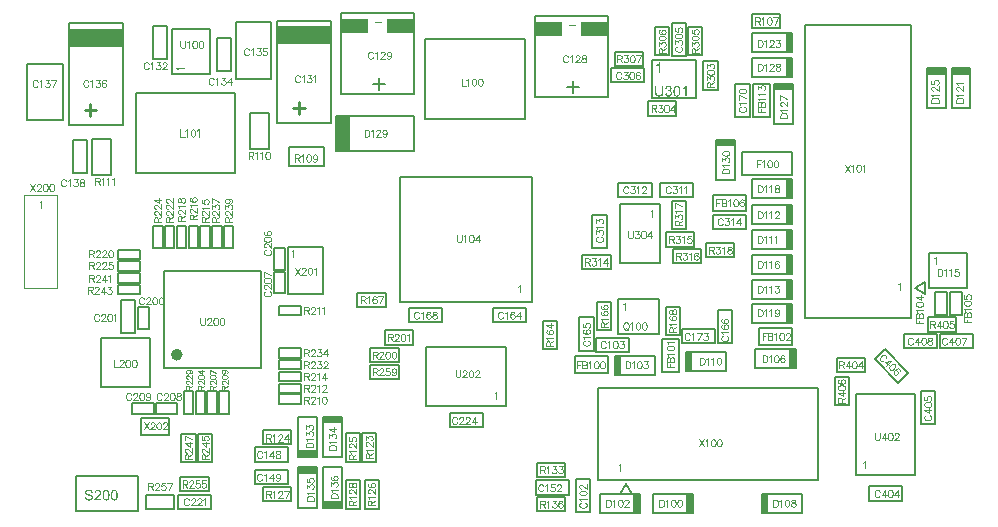
<source format=gbr>
%TF.GenerationSoftware,Altium Limited,Altium Designer,22.6.1 (34)*%
G04 Layer_Color=16776960*
%FSLAX45Y45*%
%MOMM*%
%TF.SameCoordinates,07F994AE-BB1C-4BEA-A643-928B9DFDCC76*%
%TF.FilePolarity,Positive*%
%TF.FileFunction,Other,Top_Assembly*%
%TF.Part,Single*%
G01*
G75*
%TA.AperFunction,NonConductor*%
%ADD104C,0.20000*%
%ADD106C,0.12000*%
%ADD163C,0.15000*%
%ADD164C,0.10000*%
%ADD165C,0.25400*%
%ADD167R,4.40000X1.60000*%
%ADD168R,1.60000X0.60000*%
%ADD169R,0.60000X1.60000*%
%ADD171C,0.50000*%
%ADD172R,1.20000X3.00000*%
%ADD173R,2.20000X1.20000*%
G36*
X657437Y282621D02*
X658344D01*
X660805Y282362D01*
X663526Y281974D01*
X666376Y281326D01*
X669485Y280549D01*
X672334Y279512D01*
X672464D01*
X672723Y279383D01*
X673112Y279124D01*
X673630Y278865D01*
X674925Y278217D01*
X676609Y277051D01*
X678552Y275756D01*
X680495Y274072D01*
X682309Y272128D01*
X683993Y269926D01*
Y269797D01*
X684123Y269667D01*
X684382Y269279D01*
X684641Y268890D01*
X685288Y267595D01*
X686066Y265911D01*
X686972Y263838D01*
X687620Y261377D01*
X688268Y258786D01*
X688527Y255936D01*
X677127Y255029D01*
Y255159D01*
Y255418D01*
X676998Y255806D01*
X676868Y256454D01*
X676480Y257879D01*
X675962Y259822D01*
X675184Y261895D01*
X674018Y263967D01*
X672594Y265911D01*
X670780Y267724D01*
X670521Y267854D01*
X669873Y268372D01*
X668578Y269149D01*
X666894Y269926D01*
X664692Y270704D01*
X662101Y271481D01*
X658862Y271999D01*
X655235Y272128D01*
X653422D01*
X652644Y271999D01*
X651608Y271869D01*
X649276Y271610D01*
X646686Y271092D01*
X644095Y270444D01*
X641633Y269408D01*
X640597Y268760D01*
X639561Y268113D01*
X639302Y267983D01*
X638784Y267465D01*
X638006Y266558D01*
X637229Y265522D01*
X636322Y264097D01*
X635545Y262543D01*
X635027Y260729D01*
X634768Y258656D01*
Y258397D01*
Y257879D01*
X634897Y256972D01*
X635156Y255936D01*
X635545Y254641D01*
X636193Y253345D01*
X636970Y252050D01*
X638136Y250754D01*
X638265Y250625D01*
X638913Y250236D01*
X639431Y249848D01*
X639949Y249589D01*
X640727Y249200D01*
X641633Y248682D01*
X642799Y248293D01*
X644095Y247775D01*
X645520Y247257D01*
X647204Y246609D01*
X649017Y246091D01*
X651090Y245443D01*
X653422Y244925D01*
X656012Y244277D01*
X656142D01*
X656660Y244148D01*
X657437Y244018D01*
X658344Y243759D01*
X659510Y243500D01*
X660935Y243112D01*
X662360Y242723D01*
X663914Y242334D01*
X667282Y241428D01*
X670521Y240521D01*
X672075Y240003D01*
X673500Y239484D01*
X674796Y239096D01*
X675832Y238578D01*
X675962D01*
X676221Y238448D01*
X676609Y238189D01*
X677127Y237930D01*
X678552Y237153D01*
X680236Y236116D01*
X682179Y234691D01*
X684123Y233137D01*
X685936Y231323D01*
X687491Y229380D01*
X687620Y229121D01*
X688138Y228474D01*
X688656Y227308D01*
X689434Y225753D01*
X690081Y223940D01*
X690729Y221737D01*
X691118Y219276D01*
X691247Y216685D01*
Y216556D01*
Y216426D01*
Y216038D01*
Y215520D01*
X690988Y214095D01*
X690729Y212281D01*
X690211Y210208D01*
X689563Y208006D01*
X688527Y205674D01*
X687102Y203213D01*
Y203084D01*
X686972Y202954D01*
X686325Y202177D01*
X685418Y201011D01*
X684123Y199716D01*
X682439Y198161D01*
X680366Y196477D01*
X678034Y194923D01*
X675314Y193498D01*
X675184D01*
X674925Y193368D01*
X674537Y193239D01*
X674018Y192980D01*
X673241Y192720D01*
X672334Y192332D01*
X670262Y191814D01*
X667801Y191166D01*
X664821Y190518D01*
X661583Y190130D01*
X658085Y190000D01*
X656012D01*
X654976Y190130D01*
X653810D01*
X652515Y190259D01*
X650960Y190389D01*
X647722Y190907D01*
X644354Y191425D01*
X640986Y192332D01*
X637747Y193498D01*
X637618D01*
X637359Y193627D01*
X636970Y193886D01*
X636452Y194145D01*
X634897Y194923D01*
X633084Y196089D01*
X631011Y197643D01*
X628809Y199457D01*
X626736Y201659D01*
X624793Y204120D01*
Y204250D01*
X624534Y204509D01*
X624405Y204897D01*
X624016Y205415D01*
X623757Y206063D01*
X623368Y206840D01*
X622462Y208783D01*
X621555Y211245D01*
X620778Y213965D01*
X620259Y217074D01*
X620000Y220312D01*
X631141Y221349D01*
Y221219D01*
Y221090D01*
X631270Y220701D01*
Y220183D01*
X631529Y219017D01*
X631918Y217333D01*
X632436Y215649D01*
X632954Y213706D01*
X633861Y211892D01*
X634768Y210208D01*
X634897Y210079D01*
X635286Y209561D01*
X635934Y208654D01*
X636970Y207747D01*
X638265Y206581D01*
X639690Y205415D01*
X641633Y204250D01*
X643706Y203213D01*
X643836D01*
X643965Y203084D01*
X644354Y202954D01*
X644742Y202825D01*
X646038Y202436D01*
X647722Y201918D01*
X649794Y201400D01*
X652126Y201011D01*
X654717Y200752D01*
X657567Y200622D01*
X658733D01*
X660028Y200752D01*
X661583Y200881D01*
X663396Y201141D01*
X665469Y201400D01*
X667541Y201918D01*
X669485Y202566D01*
X669744Y202695D01*
X670391Y202954D01*
X671298Y203472D01*
X672464Y203990D01*
X673630Y204897D01*
X674925Y205804D01*
X676221Y206840D01*
X677257Y208136D01*
X677387Y208265D01*
X677646Y208783D01*
X678034Y209431D01*
X678552Y210467D01*
X679071Y211504D01*
X679459Y212799D01*
X679718Y214224D01*
X679848Y215779D01*
Y215908D01*
Y216556D01*
X679718Y217333D01*
X679589Y218369D01*
X679200Y219406D01*
X678811Y220701D01*
X678164Y221997D01*
X677257Y223162D01*
X677127Y223292D01*
X676739Y223681D01*
X676221Y224199D01*
X675314Y224976D01*
X674278Y225753D01*
X672853Y226660D01*
X671169Y227567D01*
X669225Y228344D01*
X669096Y228474D01*
X668448Y228603D01*
X667412Y228992D01*
X666764Y229121D01*
X665857Y229380D01*
X664951Y229769D01*
X663785Y230028D01*
X662489Y230417D01*
X660935Y230805D01*
X659380Y231194D01*
X657567Y231712D01*
X655494Y232230D01*
X653292Y232748D01*
X653163D01*
X652774Y232878D01*
X652126Y233007D01*
X651349Y233266D01*
X650313Y233526D01*
X649147Y233785D01*
X646556Y234562D01*
X643706Y235469D01*
X640727Y236375D01*
X638136Y237282D01*
X636970Y237800D01*
X635934Y238319D01*
X635804D01*
X635675Y238448D01*
X634897Y238966D01*
X633732Y239614D01*
X632436Y240650D01*
X630882Y241816D01*
X629327Y243241D01*
X627773Y244925D01*
X626477Y246739D01*
X626348Y246998D01*
X625959Y247645D01*
X625441Y248682D01*
X624923Y249977D01*
X624405Y251661D01*
X623886Y253604D01*
X623498Y255677D01*
X623368Y257879D01*
Y258009D01*
Y258138D01*
Y258527D01*
Y259045D01*
X623627Y260340D01*
X623886Y262024D01*
X624275Y263967D01*
X624923Y266170D01*
X625830Y268372D01*
X627125Y270574D01*
Y270704D01*
X627255Y270833D01*
X627902Y271610D01*
X628809Y272647D01*
X629975Y273942D01*
X631529Y275367D01*
X633472Y276921D01*
X635804Y278346D01*
X638395Y279642D01*
X638525D01*
X638784Y279771D01*
X639172Y279901D01*
X639690Y280160D01*
X640338Y280419D01*
X641245Y280678D01*
X643188Y281196D01*
X645649Y281714D01*
X648499Y282233D01*
X651479Y282621D01*
X654847Y282751D01*
X656531D01*
X657437Y282621D01*
D02*
G37*
G36*
X734902Y281455D02*
X735939Y281326D01*
X737234Y281196D01*
X738659Y280937D01*
X740084Y280678D01*
X743452Y279771D01*
X746820Y278476D01*
X748504Y277699D01*
X750188Y276792D01*
X751742Y275626D01*
X753167Y274331D01*
X753297Y274201D01*
X753556Y274072D01*
X753815Y273553D01*
X754333Y273035D01*
X754981Y272388D01*
X755629Y271481D01*
X756276Y270574D01*
X757054Y269408D01*
X758349Y266947D01*
X759644Y263838D01*
X760163Y262283D01*
X760422Y260470D01*
X760681Y258656D01*
X760810Y256713D01*
Y256454D01*
Y255806D01*
X760681Y254770D01*
X760551Y253345D01*
X760292Y251791D01*
X759774Y249977D01*
X759256Y248034D01*
X758479Y246091D01*
X758349Y245832D01*
X758090Y245184D01*
X757572Y244148D01*
X756795Y242723D01*
X755758Y241168D01*
X754463Y239225D01*
X752908Y237282D01*
X751095Y235080D01*
X750836Y234821D01*
X750188Y234044D01*
X749540Y233396D01*
X748893Y232748D01*
X748115Y231971D01*
X747079Y230935D01*
X746043Y229898D01*
X744747Y228733D01*
X743452Y227437D01*
X741897Y226012D01*
X740213Y224587D01*
X738400Y222903D01*
X736327Y221219D01*
X734255Y219406D01*
X734125Y219276D01*
X733866Y219017D01*
X733348Y218628D01*
X732700Y218110D01*
X731923Y217333D01*
X731016Y216556D01*
X728943Y214872D01*
X726741Y212929D01*
X724669Y210986D01*
X722855Y209302D01*
X722078Y208654D01*
X721430Y208006D01*
X721301Y207877D01*
X720912Y207488D01*
X720394Y206970D01*
X719746Y206193D01*
X719098Y205286D01*
X718321Y204379D01*
X716767Y202177D01*
X760940D01*
Y191555D01*
X701481D01*
Y191684D01*
Y192202D01*
Y192980D01*
X701610Y194016D01*
X701740Y195182D01*
X701999Y196477D01*
X702258Y197773D01*
X702776Y199197D01*
Y199327D01*
X702906Y199457D01*
X703165Y200234D01*
X703683Y201400D01*
X704460Y202954D01*
X705497Y204768D01*
X706792Y206840D01*
X708217Y208913D01*
X710031Y211115D01*
Y211245D01*
X710290Y211374D01*
X710937Y212151D01*
X712103Y213317D01*
X713787Y215001D01*
X715730Y216944D01*
X718192Y219276D01*
X721171Y221867D01*
X724410Y224587D01*
X724539Y224717D01*
X725057Y225105D01*
X725834Y225753D01*
X726741Y226530D01*
X727907Y227567D01*
X729332Y228733D01*
X730757Y230028D01*
X732441Y231453D01*
X735680Y234562D01*
X738918Y237671D01*
X740472Y239225D01*
X741897Y240780D01*
X743193Y242205D01*
X744229Y243630D01*
Y243759D01*
X744488Y243889D01*
X744747Y244277D01*
X745006Y244796D01*
X745913Y246220D01*
X746949Y247905D01*
X747856Y249977D01*
X748763Y252179D01*
X749281Y254641D01*
X749540Y256972D01*
Y257102D01*
Y257231D01*
X749411Y258009D01*
X749281Y259304D01*
X748893Y260729D01*
X748374Y262543D01*
X747468Y264356D01*
X746302Y266170D01*
X744747Y267983D01*
X744488Y268242D01*
X743841Y268760D01*
X742934Y269408D01*
X741509Y270315D01*
X739695Y271092D01*
X737623Y271869D01*
X735161Y272388D01*
X732441Y272517D01*
X731664D01*
X731146Y272388D01*
X729591Y272258D01*
X727778Y271869D01*
X725834Y271351D01*
X723632Y270444D01*
X721560Y269279D01*
X719617Y267724D01*
X719357Y267465D01*
X718839Y266817D01*
X718062Y265781D01*
X717285Y264227D01*
X716378Y262413D01*
X715601Y260081D01*
X715083Y257490D01*
X714824Y254511D01*
X703554Y255677D01*
Y255806D01*
X703683Y256195D01*
Y256843D01*
X703813Y257750D01*
X704072Y258786D01*
X704331Y259952D01*
X704719Y261377D01*
X705108Y262802D01*
X706144Y265911D01*
X707699Y269020D01*
X708606Y270574D01*
X709772Y272128D01*
X710937Y273553D01*
X712233Y274849D01*
X712362Y274978D01*
X712621Y275108D01*
X713010Y275497D01*
X713658Y275885D01*
X714435Y276403D01*
X715342Y276921D01*
X716378Y277569D01*
X717673Y278217D01*
X719098Y278865D01*
X720653Y279512D01*
X722337Y280030D01*
X724150Y280549D01*
X726094Y280937D01*
X728166Y281326D01*
X730368Y281455D01*
X732700Y281585D01*
X733995D01*
X734902Y281455D01*
D02*
G37*
G36*
X874287D02*
X875971Y281196D01*
X877914Y280808D01*
X879987Y280290D01*
X882189Y279642D01*
X884262Y278605D01*
X884391D01*
X884521Y278476D01*
X885169Y278087D01*
X886205Y277440D01*
X887500Y276533D01*
X888925Y275237D01*
X890480Y273813D01*
X891905Y272128D01*
X893330Y270185D01*
X893459Y269926D01*
X893977Y269279D01*
X894496Y268113D01*
X895402Y266429D01*
X896180Y264486D01*
X897216Y262283D01*
X898123Y259693D01*
X898900Y256843D01*
Y256713D01*
X899029Y256454D01*
X899159Y256066D01*
X899289Y255418D01*
X899418Y254641D01*
X899548Y253734D01*
X899807Y252568D01*
X899936Y251273D01*
X900195Y249848D01*
X900325Y248293D01*
X900454Y246480D01*
X900713Y244666D01*
X900843Y242593D01*
Y240521D01*
X900973Y238189D01*
Y235728D01*
Y235598D01*
Y235080D01*
Y234173D01*
Y233137D01*
X900843Y231712D01*
Y230158D01*
X900713Y228474D01*
X900584Y226660D01*
X900195Y222515D01*
X899548Y218240D01*
X898770Y214095D01*
X898252Y212151D01*
X897605Y210208D01*
Y210079D01*
X897475Y209820D01*
X897216Y209302D01*
X896957Y208654D01*
X896698Y207747D01*
X896180Y206840D01*
X895143Y204638D01*
X893848Y202306D01*
X892164Y199716D01*
X890221Y197384D01*
X887889Y195182D01*
X887759D01*
X887630Y194923D01*
X887241Y194664D01*
X886723Y194404D01*
X886075Y194016D01*
X885428Y193498D01*
X883485Y192591D01*
X881153Y191684D01*
X878433Y190777D01*
X875194Y190259D01*
X871697Y190000D01*
X870401D01*
X869494Y190130D01*
X868458Y190259D01*
X867163Y190518D01*
X865738Y190777D01*
X864183Y191166D01*
X862629Y191684D01*
X860945Y192202D01*
X859261Y192980D01*
X857577Y193886D01*
X855893Y194923D01*
X854209Y196218D01*
X852654Y197643D01*
X851229Y199197D01*
X851100Y199327D01*
X850841Y199716D01*
X850452Y200363D01*
X849804Y201400D01*
X849157Y202566D01*
X848509Y204120D01*
X847602Y205934D01*
X846825Y208006D01*
X846048Y210338D01*
X845270Y213058D01*
X844493Y216038D01*
X843845Y219406D01*
X843198Y223033D01*
X842809Y226919D01*
X842550Y231194D01*
X842420Y235728D01*
Y235857D01*
Y236375D01*
Y237282D01*
Y238319D01*
X842550Y239743D01*
Y241298D01*
X842680Y242982D01*
X842809Y244925D01*
X843198Y248941D01*
X843845Y253216D01*
X844623Y257490D01*
X845141Y259434D01*
X845659Y261377D01*
Y261506D01*
X845789Y261765D01*
X846048Y262283D01*
X846307Y262931D01*
X846566Y263838D01*
X847084Y264745D01*
X848120Y266947D01*
X849416Y269279D01*
X851100Y271740D01*
X853043Y274201D01*
X855374Y276274D01*
X855504D01*
X855634Y276533D01*
X856022Y276792D01*
X856540Y277051D01*
X857188Y277569D01*
X857965Y277958D01*
X859908Y278994D01*
X862240Y279901D01*
X864960Y280808D01*
X868199Y281326D01*
X871697Y281585D01*
X872862D01*
X874287Y281455D01*
D02*
G37*
G36*
X804595D02*
X806279Y281196D01*
X808222Y280808D01*
X810295Y280290D01*
X812497Y279642D01*
X814569Y278605D01*
X814699D01*
X814828Y278476D01*
X815476Y278087D01*
X816512Y277440D01*
X817808Y276533D01*
X819233Y275237D01*
X820787Y273813D01*
X822212Y272128D01*
X823637Y270185D01*
X823767Y269926D01*
X824285Y269279D01*
X824803Y268113D01*
X825710Y266429D01*
X826487Y264486D01*
X827523Y262283D01*
X828430Y259693D01*
X829207Y256843D01*
Y256713D01*
X829337Y256454D01*
X829466Y256066D01*
X829596Y255418D01*
X829726Y254641D01*
X829855Y253734D01*
X830114Y252568D01*
X830244Y251273D01*
X830503Y249848D01*
X830632Y248293D01*
X830762Y246480D01*
X831021Y244666D01*
X831150Y242593D01*
Y240521D01*
X831280Y238189D01*
Y235728D01*
Y235598D01*
Y235080D01*
Y234173D01*
Y233137D01*
X831150Y231712D01*
Y230158D01*
X831021Y228474D01*
X830891Y226660D01*
X830503Y222515D01*
X829855Y218240D01*
X829078Y214095D01*
X828560Y212151D01*
X827912Y210208D01*
Y210079D01*
X827782Y209820D01*
X827523Y209302D01*
X827264Y208654D01*
X827005Y207747D01*
X826487Y206840D01*
X825451Y204638D01*
X824155Y202306D01*
X822471Y199716D01*
X820528Y197384D01*
X818196Y195182D01*
X818067D01*
X817937Y194923D01*
X817549Y194664D01*
X817031Y194404D01*
X816383Y194016D01*
X815735Y193498D01*
X813792Y192591D01*
X811460Y191684D01*
X808740Y190777D01*
X805502Y190259D01*
X802004Y190000D01*
X800709D01*
X799802Y190130D01*
X798765Y190259D01*
X797470Y190518D01*
X796045Y190777D01*
X794491Y191166D01*
X792936Y191684D01*
X791252Y192202D01*
X789568Y192980D01*
X787884Y193886D01*
X786200Y194923D01*
X784516Y196218D01*
X782962Y197643D01*
X781537Y199197D01*
X781407Y199327D01*
X781148Y199716D01*
X780759Y200363D01*
X780112Y201400D01*
X779464Y202566D01*
X778816Y204120D01*
X777910Y205934D01*
X777132Y208006D01*
X776355Y210338D01*
X775578Y213058D01*
X774801Y216038D01*
X774153Y219406D01*
X773505Y223033D01*
X773117Y226919D01*
X772857Y231194D01*
X772728Y235728D01*
Y235857D01*
Y236375D01*
Y237282D01*
Y238319D01*
X772857Y239743D01*
Y241298D01*
X772987Y242982D01*
X773117Y244925D01*
X773505Y248941D01*
X774153Y253216D01*
X774930Y257490D01*
X775448Y259434D01*
X775966Y261377D01*
Y261506D01*
X776096Y261765D01*
X776355Y262283D01*
X776614Y262931D01*
X776873Y263838D01*
X777391Y264745D01*
X778428Y266947D01*
X779723Y269279D01*
X781407Y271740D01*
X783350Y274201D01*
X785682Y276274D01*
X785811D01*
X785941Y276533D01*
X786330Y276792D01*
X786848Y277051D01*
X787496Y277569D01*
X788273Y277958D01*
X790216Y278994D01*
X792548Y279901D01*
X795268Y280808D01*
X798506Y281326D01*
X802004Y281585D01*
X803170D01*
X804595Y281455D01*
D02*
G37*
G36*
X5493030Y3810005D02*
X5482019D01*
Y3880086D01*
X5481889Y3879956D01*
X5481242Y3879438D01*
X5480464Y3878661D01*
X5479169Y3877754D01*
X5477744Y3876588D01*
X5475930Y3875293D01*
X5473858Y3873868D01*
X5471526Y3872443D01*
X5471396D01*
X5471267Y3872313D01*
X5470490Y3871795D01*
X5469194Y3871147D01*
X5467640Y3870370D01*
X5465826Y3869463D01*
X5463883Y3868557D01*
X5461940Y3867650D01*
X5459997Y3866873D01*
Y3877495D01*
X5460126D01*
X5460386Y3877754D01*
X5460904Y3877884D01*
X5461551Y3878272D01*
X5462329Y3878661D01*
X5463235Y3879179D01*
X5465438Y3880474D01*
X5468028Y3881899D01*
X5470619Y3883713D01*
X5473340Y3885785D01*
X5476060Y3887988D01*
X5476189Y3888117D01*
X5476319Y3888247D01*
X5476708Y3888635D01*
X5477226Y3889024D01*
X5478392Y3890319D01*
X5479946Y3891874D01*
X5481501Y3893687D01*
X5483185Y3895760D01*
X5484610Y3897833D01*
X5485905Y3900035D01*
X5493030D01*
Y3810005D01*
D02*
G37*
G36*
X5566583Y3701460D02*
X5568267Y3701201D01*
X5570340Y3700812D01*
X5572671Y3700165D01*
X5575003Y3699387D01*
X5577335Y3698351D01*
X5577464D01*
X5577594Y3698221D01*
X5578371Y3697833D01*
X5579537Y3697056D01*
X5580832Y3696149D01*
X5582387Y3694853D01*
X5583941Y3693428D01*
X5585496Y3691744D01*
X5586791Y3689801D01*
X5586921Y3689542D01*
X5587309Y3688895D01*
X5587828Y3687729D01*
X5588475Y3686304D01*
X5589123Y3684620D01*
X5589641Y3682677D01*
X5590030Y3680474D01*
X5590159Y3678272D01*
Y3678013D01*
Y3677236D01*
X5590030Y3676200D01*
X5589771Y3674775D01*
X5589382Y3673091D01*
X5588734Y3671277D01*
X5587957Y3669464D01*
X5586921Y3667650D01*
X5586791Y3667391D01*
X5586403Y3666873D01*
X5585625Y3665966D01*
X5584589Y3664930D01*
X5583294Y3663764D01*
X5581739Y3662468D01*
X5579926Y3661303D01*
X5577723Y3660137D01*
X5577853D01*
X5578112Y3660007D01*
X5578501Y3659878D01*
X5579019Y3659748D01*
X5580444Y3659230D01*
X5582257Y3658453D01*
X5584330Y3657416D01*
X5586403Y3656121D01*
X5588346Y3654437D01*
X5590159Y3652494D01*
X5590289Y3652235D01*
X5590807Y3651458D01*
X5591584Y3650162D01*
X5592361Y3648478D01*
X5593139Y3646405D01*
X5593916Y3643944D01*
X5594434Y3641094D01*
X5594564Y3637985D01*
Y3637856D01*
Y3637467D01*
Y3636819D01*
X5594434Y3636042D01*
X5594305Y3635006D01*
X5594045Y3633840D01*
X5593786Y3632545D01*
X5593527Y3631120D01*
X5592491Y3628011D01*
X5591714Y3626327D01*
X5590936Y3624772D01*
X5589900Y3623088D01*
X5588734Y3621404D01*
X5587439Y3619720D01*
X5585884Y3618166D01*
X5585755Y3618036D01*
X5585496Y3617777D01*
X5584978Y3617388D01*
X5584330Y3616870D01*
X5583553Y3616223D01*
X5582516Y3615575D01*
X5581351Y3614798D01*
X5579926Y3614150D01*
X5578501Y3613373D01*
X5576817Y3612596D01*
X5575133Y3611948D01*
X5573190Y3611300D01*
X5571117Y3610782D01*
X5568915Y3610393D01*
X5566713Y3610134D01*
X5564251Y3610005D01*
X5563085D01*
X5562308Y3610134D01*
X5561272Y3610264D01*
X5560106Y3610393D01*
X5558811Y3610652D01*
X5557386Y3610911D01*
X5554277Y3611689D01*
X5551038Y3612984D01*
X5549354Y3613761D01*
X5547800Y3614668D01*
X5546245Y3615834D01*
X5544691Y3617000D01*
X5544561Y3617129D01*
X5544302Y3617388D01*
X5543913Y3617777D01*
X5543525Y3618295D01*
X5542877Y3618943D01*
X5542229Y3619850D01*
X5541452Y3620757D01*
X5540675Y3621922D01*
X5539898Y3623218D01*
X5539120Y3624513D01*
X5537696Y3627622D01*
X5536530Y3631249D01*
X5536141Y3633192D01*
X5535882Y3635265D01*
X5546893Y3636690D01*
Y3636560D01*
X5547022Y3636301D01*
X5547152Y3635783D01*
X5547282Y3635135D01*
X5547411Y3634358D01*
X5547670Y3633451D01*
X5548318Y3631508D01*
X5549225Y3629177D01*
X5550390Y3626974D01*
X5551686Y3624902D01*
X5553240Y3623088D01*
X5553499Y3622959D01*
X5554018Y3622441D01*
X5555054Y3621793D01*
X5556349Y3621145D01*
X5557904Y3620368D01*
X5559847Y3619720D01*
X5562049Y3619202D01*
X5564381Y3619073D01*
X5565158D01*
X5565676Y3619202D01*
X5567101Y3619332D01*
X5568915Y3619720D01*
X5570987Y3620368D01*
X5573190Y3621275D01*
X5575392Y3622570D01*
X5577464Y3624384D01*
X5577723Y3624643D01*
X5578371Y3625420D01*
X5579148Y3626586D01*
X5580185Y3628140D01*
X5581221Y3630083D01*
X5581998Y3632286D01*
X5582646Y3634876D01*
X5582905Y3637726D01*
Y3637856D01*
Y3638115D01*
Y3638504D01*
X5582775Y3639022D01*
X5582646Y3640447D01*
X5582257Y3642131D01*
X5581739Y3644203D01*
X5580832Y3646276D01*
X5579537Y3648349D01*
X5577853Y3650292D01*
X5577594Y3650551D01*
X5576946Y3651069D01*
X5575910Y3651846D01*
X5574485Y3652753D01*
X5572671Y3653660D01*
X5570469Y3654437D01*
X5568008Y3654955D01*
X5565288Y3655214D01*
X5564122D01*
X5563215Y3655085D01*
X5562049Y3654955D01*
X5560754Y3654696D01*
X5559199Y3654437D01*
X5557515Y3654048D01*
X5558811Y3663764D01*
X5559458D01*
X5559976Y3663634D01*
X5561660D01*
X5563085Y3663893D01*
X5564769Y3664152D01*
X5566713Y3664541D01*
X5568915Y3665189D01*
X5570987Y3666096D01*
X5573190Y3667261D01*
X5573319D01*
X5573449Y3667391D01*
X5574096Y3667909D01*
X5575003Y3668816D01*
X5576039Y3669982D01*
X5577076Y3671666D01*
X5577982Y3673609D01*
X5578630Y3675811D01*
X5578889Y3677106D01*
Y3678531D01*
Y3678661D01*
Y3678790D01*
Y3679568D01*
X5578630Y3680604D01*
X5578371Y3682029D01*
X5577853Y3683583D01*
X5577205Y3685267D01*
X5576169Y3686951D01*
X5574744Y3688506D01*
X5574614Y3688635D01*
X5573967Y3689154D01*
X5573060Y3689801D01*
X5571894Y3690579D01*
X5570340Y3691226D01*
X5568526Y3691874D01*
X5566453Y3692392D01*
X5564122Y3692522D01*
X5563085D01*
X5561920Y3692263D01*
X5560365Y3692004D01*
X5558681Y3691485D01*
X5556997Y3690838D01*
X5555183Y3689801D01*
X5553499Y3688506D01*
X5553370Y3688376D01*
X5552852Y3687729D01*
X5552074Y3686822D01*
X5551168Y3685527D01*
X5550261Y3683843D01*
X5549354Y3681770D01*
X5548577Y3679309D01*
X5548059Y3676459D01*
X5537048Y3678402D01*
Y3678531D01*
X5537177Y3678920D01*
X5537307Y3679438D01*
X5537436Y3680215D01*
X5537696Y3681122D01*
X5538084Y3682158D01*
X5538861Y3684620D01*
X5540157Y3687470D01*
X5541711Y3690320D01*
X5543654Y3693040D01*
X5546116Y3695501D01*
X5546245Y3695631D01*
X5546504Y3695760D01*
X5546893Y3696019D01*
X5547411Y3696408D01*
X5548059Y3696926D01*
X5548966Y3697444D01*
X5549872Y3697962D01*
X5551038Y3698610D01*
X5553629Y3699646D01*
X5556608Y3700683D01*
X5560106Y3701330D01*
X5561920Y3701589D01*
X5565158D01*
X5566583Y3701460D01*
D02*
G37*
G36*
X5520467Y3649385D02*
Y3649255D01*
Y3648737D01*
Y3648089D01*
Y3647183D01*
X5520337Y3646017D01*
Y3644721D01*
X5520208Y3643167D01*
X5520078Y3641612D01*
X5519689Y3638115D01*
X5519171Y3634488D01*
X5518394Y3630990D01*
X5517876Y3629306D01*
X5517358Y3627752D01*
Y3627622D01*
X5517228Y3627363D01*
X5516969Y3626974D01*
X5516710Y3626456D01*
X5515933Y3625031D01*
X5514767Y3623218D01*
X5513212Y3621145D01*
X5511399Y3619073D01*
X5509067Y3616870D01*
X5506217Y3614927D01*
X5506088D01*
X5505829Y3614668D01*
X5505440Y3614539D01*
X5504792Y3614150D01*
X5504015Y3613761D01*
X5502979Y3613373D01*
X5501943Y3612984D01*
X5500647Y3612466D01*
X5499222Y3611948D01*
X5497668Y3611559D01*
X5495984Y3611171D01*
X5494041Y3610782D01*
X5492097Y3610523D01*
X5490025Y3610264D01*
X5485361Y3610005D01*
X5484196D01*
X5483289Y3610134D01*
X5482252D01*
X5480957Y3610264D01*
X5479532Y3610393D01*
X5478107Y3610523D01*
X5474869Y3611041D01*
X5471371Y3611818D01*
X5468003Y3612855D01*
X5464765Y3614280D01*
X5464635D01*
X5464376Y3614539D01*
X5463987Y3614798D01*
X5463469Y3615057D01*
X5462044Y3616093D01*
X5460360Y3617518D01*
X5458417Y3619332D01*
X5456604Y3621404D01*
X5454790Y3623995D01*
X5453365Y3626845D01*
Y3626974D01*
X5453235Y3627234D01*
X5453106Y3627752D01*
X5452847Y3628399D01*
X5452588Y3629177D01*
X5452329Y3630213D01*
X5451940Y3631379D01*
X5451681Y3632804D01*
X5451422Y3634358D01*
X5451033Y3636042D01*
X5450774Y3637856D01*
X5450515Y3639799D01*
X5450256Y3642001D01*
X5450127Y3644333D01*
X5449997Y3646794D01*
Y3649385D01*
Y3701201D01*
X5461915D01*
Y3649385D01*
Y3649255D01*
Y3648867D01*
Y3648219D01*
Y3647442D01*
X5462044Y3646535D01*
Y3645369D01*
X5462174Y3642908D01*
X5462433Y3640058D01*
X5462821Y3637208D01*
X5463340Y3634488D01*
X5463599Y3633322D01*
X5463987Y3632156D01*
X5464117Y3631897D01*
X5464376Y3631249D01*
X5465024Y3630342D01*
X5465801Y3629047D01*
X5466708Y3627752D01*
X5468003Y3626327D01*
X5469558Y3624902D01*
X5471371Y3623736D01*
X5471630Y3623606D01*
X5472278Y3623218D01*
X5473444Y3622829D01*
X5474998Y3622311D01*
X5476812Y3621663D01*
X5479143Y3621275D01*
X5481605Y3620886D01*
X5484325Y3620757D01*
X5485620D01*
X5486398Y3620886D01*
X5487564D01*
X5488729Y3621016D01*
X5491579Y3621534D01*
X5494688Y3622181D01*
X5497668Y3623218D01*
X5500518Y3624643D01*
X5501813Y3625550D01*
X5502979Y3626586D01*
X5503108Y3626715D01*
X5503238Y3626845D01*
X5503497Y3627234D01*
X5503886Y3627752D01*
X5504274Y3628529D01*
X5504792Y3629306D01*
X5505311Y3630472D01*
X5505829Y3631638D01*
X5506347Y3633063D01*
X5506735Y3634747D01*
X5507254Y3636690D01*
X5507642Y3638763D01*
X5508031Y3641094D01*
X5508290Y3643556D01*
X5508549Y3646405D01*
Y3649385D01*
Y3701201D01*
X5520467D01*
Y3649385D01*
D02*
G37*
G36*
X5716590Y3611559D02*
X5705579D01*
Y3681640D01*
X5705450Y3681511D01*
X5704802Y3680993D01*
X5704025Y3680215D01*
X5702730Y3679309D01*
X5701305Y3678143D01*
X5699491Y3676847D01*
X5697418Y3675422D01*
X5695087Y3673997D01*
X5694957D01*
X5694828Y3673868D01*
X5694050Y3673350D01*
X5692755Y3672702D01*
X5691200Y3671925D01*
X5689387Y3671018D01*
X5687444Y3670111D01*
X5685501Y3669204D01*
X5683558Y3668427D01*
Y3679050D01*
X5683687D01*
X5683946Y3679309D01*
X5684464Y3679438D01*
X5685112Y3679827D01*
X5685889Y3680215D01*
X5686796Y3680734D01*
X5688998Y3682029D01*
X5691589Y3683454D01*
X5694180Y3685267D01*
X5696900Y3687340D01*
X5699621Y3689542D01*
X5699750Y3689672D01*
X5699880Y3689801D01*
X5700268Y3690190D01*
X5700786Y3690579D01*
X5701952Y3691874D01*
X5703507Y3693428D01*
X5705061Y3695242D01*
X5706745Y3697315D01*
X5708170Y3699387D01*
X5709466Y3701589D01*
X5716590D01*
Y3611559D01*
D02*
G37*
G36*
X5637312Y3701460D02*
X5638996Y3701201D01*
X5640939Y3700812D01*
X5643012Y3700294D01*
X5645214Y3699646D01*
X5647286Y3698610D01*
X5647416D01*
X5647545Y3698481D01*
X5648193Y3698092D01*
X5649229Y3697444D01*
X5650525Y3696537D01*
X5651950Y3695242D01*
X5653504Y3693817D01*
X5654929Y3692133D01*
X5656354Y3690190D01*
X5656484Y3689931D01*
X5657002Y3689283D01*
X5657520Y3688117D01*
X5658427Y3686433D01*
X5659204Y3684490D01*
X5660240Y3682288D01*
X5661147Y3679697D01*
X5661924Y3676847D01*
Y3676718D01*
X5662054Y3676459D01*
X5662183Y3676070D01*
X5662313Y3675422D01*
X5662443Y3674645D01*
X5662572Y3673738D01*
X5662831Y3672573D01*
X5662961Y3671277D01*
X5663220Y3669852D01*
X5663349Y3668298D01*
X5663479Y3666484D01*
X5663738Y3664671D01*
X5663868Y3662598D01*
Y3660525D01*
X5663997Y3658194D01*
Y3655732D01*
Y3655603D01*
Y3655085D01*
Y3654178D01*
Y3653142D01*
X5663868Y3651717D01*
Y3650162D01*
X5663738Y3648478D01*
X5663608Y3646665D01*
X5663220Y3642519D01*
X5662572Y3638244D01*
X5661795Y3634099D01*
X5661277Y3632156D01*
X5660629Y3630213D01*
Y3630083D01*
X5660499Y3629824D01*
X5660240Y3629306D01*
X5659981Y3628658D01*
X5659722Y3627752D01*
X5659204Y3626845D01*
X5658168Y3624643D01*
X5656872Y3622311D01*
X5655188Y3619720D01*
X5653245Y3617388D01*
X5650914Y3615186D01*
X5650784D01*
X5650654Y3614927D01*
X5650266Y3614668D01*
X5649748Y3614409D01*
X5649100Y3614020D01*
X5648452Y3613502D01*
X5646509Y3612596D01*
X5644177Y3611689D01*
X5641457Y3610782D01*
X5638219Y3610264D01*
X5634721Y3610005D01*
X5633426D01*
X5632519Y3610134D01*
X5631483Y3610264D01*
X5630187Y3610523D01*
X5628762Y3610782D01*
X5627208Y3611171D01*
X5625653Y3611689D01*
X5623969Y3612207D01*
X5622285Y3612984D01*
X5620601Y3613891D01*
X5618917Y3614927D01*
X5617233Y3616223D01*
X5615679Y3617648D01*
X5614254Y3619202D01*
X5614124Y3619332D01*
X5613865Y3619720D01*
X5613476Y3620368D01*
X5612829Y3621404D01*
X5612181Y3622570D01*
X5611533Y3624125D01*
X5610627Y3625938D01*
X5609849Y3628011D01*
X5609072Y3630342D01*
X5608295Y3633063D01*
X5607518Y3636042D01*
X5606870Y3639410D01*
X5606222Y3643037D01*
X5605834Y3646924D01*
X5605575Y3651198D01*
X5605445Y3655732D01*
Y3655862D01*
Y3656380D01*
Y3657287D01*
Y3658323D01*
X5605575Y3659748D01*
Y3661303D01*
X5605704Y3662987D01*
X5605834Y3664930D01*
X5606222Y3668945D01*
X5606870Y3673220D01*
X5607647Y3677495D01*
X5608165Y3679438D01*
X5608683Y3681381D01*
Y3681511D01*
X5608813Y3681770D01*
X5609072Y3682288D01*
X5609331Y3682936D01*
X5609590Y3683843D01*
X5610108Y3684749D01*
X5611145Y3686951D01*
X5612440Y3689283D01*
X5614124Y3691744D01*
X5616067Y3694206D01*
X5618399Y3696278D01*
X5618529D01*
X5618658Y3696537D01*
X5619047Y3696797D01*
X5619565Y3697056D01*
X5620213Y3697574D01*
X5620990Y3697962D01*
X5622933Y3698999D01*
X5625265Y3699905D01*
X5627985Y3700812D01*
X5631223Y3701330D01*
X5634721Y3701589D01*
X5635887D01*
X5637312Y3701460D01*
D02*
G37*
%LPC*%
G36*
X871567Y272517D02*
X870790D01*
X870272Y272388D01*
X868847Y272128D01*
X867163Y271740D01*
X865220Y270963D01*
X863147Y269797D01*
X862111Y269020D01*
X861074Y268242D01*
X860167Y267206D01*
X859261Y266040D01*
Y265911D01*
X859002Y265651D01*
X858743Y265133D01*
X858354Y264486D01*
X857965Y263449D01*
X857447Y262283D01*
X857058Y260859D01*
X856540Y259174D01*
X856022Y257231D01*
X855504Y255029D01*
X854986Y252568D01*
X854597Y249848D01*
X854209Y246739D01*
X853950Y243371D01*
X853820Y239743D01*
X853690Y235728D01*
Y235469D01*
Y234821D01*
Y233655D01*
X853820Y232101D01*
Y230417D01*
X853950Y228344D01*
X854079Y226142D01*
X854338Y223810D01*
X854986Y218758D01*
X855374Y216297D01*
X855893Y213965D01*
X856411Y211763D01*
X857188Y209690D01*
X857965Y207877D01*
X858872Y206322D01*
Y206193D01*
X859131Y206063D01*
X859779Y205156D01*
X860945Y203990D01*
X862370Y202695D01*
X864313Y201400D01*
X866515Y200234D01*
X868976Y199327D01*
X870272Y199197D01*
X871697Y199068D01*
X872474D01*
X872992Y199197D01*
X874287Y199457D01*
X876101Y199975D01*
X878044Y200881D01*
X880246Y202177D01*
X881282Y202954D01*
X882319Y203990D01*
X883355Y205027D01*
X884391Y206322D01*
Y206452D01*
X884651Y206711D01*
X884910Y207099D01*
X885169Y207747D01*
X885687Y208654D01*
X886075Y209820D01*
X886594Y211115D01*
X887112Y212670D01*
X887500Y214613D01*
X888019Y216685D01*
X888537Y219147D01*
X888925Y221737D01*
X889184Y224846D01*
X889443Y228085D01*
X889703Y231712D01*
Y235728D01*
Y235857D01*
Y235987D01*
Y236635D01*
Y237800D01*
X889573Y239355D01*
Y241039D01*
X889443Y243112D01*
X889314Y245314D01*
X889055Y247775D01*
X888407Y252697D01*
X888019Y255159D01*
X887500Y257490D01*
X886982Y259693D01*
X886205Y261765D01*
X885428Y263579D01*
X884521Y265133D01*
Y265263D01*
X884262Y265392D01*
X884003Y265781D01*
X883614Y266299D01*
X882448Y267465D01*
X881023Y268890D01*
X879080Y270185D01*
X876878Y271351D01*
X875712Y271869D01*
X874417Y272258D01*
X872992Y272388D01*
X871567Y272517D01*
D02*
G37*
G36*
X801874D02*
X801097D01*
X800579Y272388D01*
X799154Y272128D01*
X797470Y271740D01*
X795527Y270963D01*
X793454Y269797D01*
X792418Y269020D01*
X791382Y268242D01*
X790475Y267206D01*
X789568Y266040D01*
Y265911D01*
X789309Y265651D01*
X789050Y265133D01*
X788661Y264486D01*
X788273Y263449D01*
X787755Y262283D01*
X787366Y260859D01*
X786848Y259174D01*
X786330Y257231D01*
X785811Y255029D01*
X785293Y252568D01*
X784905Y249848D01*
X784516Y246739D01*
X784257Y243371D01*
X784127Y239743D01*
X783998Y235728D01*
Y235469D01*
Y234821D01*
Y233655D01*
X784127Y232101D01*
Y230417D01*
X784257Y228344D01*
X784387Y226142D01*
X784646Y223810D01*
X785293Y218758D01*
X785682Y216297D01*
X786200Y213965D01*
X786718Y211763D01*
X787496Y209690D01*
X788273Y207877D01*
X789180Y206322D01*
Y206193D01*
X789439Y206063D01*
X790086Y205156D01*
X791252Y203990D01*
X792677Y202695D01*
X794620Y201400D01*
X796822Y200234D01*
X799284Y199327D01*
X800579Y199197D01*
X802004Y199068D01*
X802781D01*
X803299Y199197D01*
X804595Y199457D01*
X806408Y199975D01*
X808351Y200881D01*
X810554Y202177D01*
X811590Y202954D01*
X812626Y203990D01*
X813663Y205027D01*
X814699Y206322D01*
Y206452D01*
X814958Y206711D01*
X815217Y207099D01*
X815476Y207747D01*
X815994Y208654D01*
X816383Y209820D01*
X816901Y211115D01*
X817419Y212670D01*
X817808Y214613D01*
X818326Y216685D01*
X818844Y219147D01*
X819233Y221737D01*
X819492Y224846D01*
X819751Y228085D01*
X820010Y231712D01*
Y235728D01*
Y235857D01*
Y235987D01*
Y236635D01*
Y237800D01*
X819881Y239355D01*
Y241039D01*
X819751Y243112D01*
X819621Y245314D01*
X819362Y247775D01*
X818715Y252697D01*
X818326Y255159D01*
X817808Y257490D01*
X817290Y259693D01*
X816512Y261765D01*
X815735Y263579D01*
X814828Y265133D01*
Y265263D01*
X814569Y265392D01*
X814310Y265781D01*
X813922Y266299D01*
X812756Y267465D01*
X811331Y268890D01*
X809388Y270185D01*
X807186Y271351D01*
X806020Y271869D01*
X804724Y272258D01*
X803299Y272388D01*
X801874Y272517D01*
D02*
G37*
G36*
X5634591Y3692522D02*
X5633814D01*
X5633296Y3692392D01*
X5631871Y3692133D01*
X5630187Y3691744D01*
X5628244Y3690967D01*
X5626171Y3689801D01*
X5625135Y3689024D01*
X5624099Y3688247D01*
X5623192Y3687211D01*
X5622285Y3686045D01*
Y3685915D01*
X5622026Y3685656D01*
X5621767Y3685138D01*
X5621378Y3684490D01*
X5620990Y3683454D01*
X5620472Y3682288D01*
X5620083Y3680863D01*
X5619565Y3679179D01*
X5619047Y3677236D01*
X5618529Y3675034D01*
X5618010Y3672573D01*
X5617622Y3669852D01*
X5617233Y3666743D01*
X5616974Y3663375D01*
X5616844Y3659748D01*
X5616715Y3655732D01*
Y3655473D01*
Y3654826D01*
Y3653660D01*
X5616844Y3652105D01*
Y3650421D01*
X5616974Y3648349D01*
X5617104Y3646146D01*
X5617363Y3643815D01*
X5618010Y3638763D01*
X5618399Y3636301D01*
X5618917Y3633970D01*
X5619435Y3631767D01*
X5620213Y3629695D01*
X5620990Y3627881D01*
X5621897Y3626327D01*
Y3626197D01*
X5622156Y3626068D01*
X5622803Y3625161D01*
X5623969Y3623995D01*
X5625394Y3622700D01*
X5627337Y3621404D01*
X5629539Y3620238D01*
X5632001Y3619332D01*
X5633296Y3619202D01*
X5634721Y3619073D01*
X5635498D01*
X5636016Y3619202D01*
X5637312Y3619461D01*
X5639125Y3619979D01*
X5641068Y3620886D01*
X5643271Y3622181D01*
X5644307Y3622959D01*
X5645343Y3623995D01*
X5646380Y3625031D01*
X5647416Y3626327D01*
Y3626456D01*
X5647675Y3626715D01*
X5647934Y3627104D01*
X5648193Y3627752D01*
X5648711Y3628658D01*
X5649100Y3629824D01*
X5649618Y3631120D01*
X5650136Y3632674D01*
X5650525Y3634617D01*
X5651043Y3636690D01*
X5651561Y3639151D01*
X5651950Y3641742D01*
X5652209Y3644851D01*
X5652468Y3648089D01*
X5652727Y3651717D01*
Y3655732D01*
Y3655862D01*
Y3655991D01*
Y3656639D01*
Y3657805D01*
X5652598Y3659359D01*
Y3661043D01*
X5652468Y3663116D01*
X5652338Y3665318D01*
X5652079Y3667780D01*
X5651432Y3672702D01*
X5651043Y3675163D01*
X5650525Y3677495D01*
X5650007Y3679697D01*
X5649229Y3681770D01*
X5648452Y3683583D01*
X5647545Y3685138D01*
Y3685267D01*
X5647286Y3685397D01*
X5647027Y3685786D01*
X5646639Y3686304D01*
X5645473Y3687470D01*
X5644048Y3688895D01*
X5642105Y3690190D01*
X5639903Y3691356D01*
X5638737Y3691874D01*
X5637441Y3692263D01*
X5636016Y3692392D01*
X5634591Y3692522D01*
D02*
G37*
%LPD*%
D104*
X1895000Y2960000D02*
Y3640000D01*
X1055000D02*
X1895000D01*
X1055000Y2960000D02*
Y3640000D01*
Y2960000D02*
X1895000D01*
X759972Y1154975D02*
Y1564975D01*
Y1154975D02*
X1169972D01*
Y1564975D01*
X759972D02*
X1169972D01*
X3290000Y1870000D02*
X4410000D01*
X3290000D02*
Y2930000D01*
X4410000D01*
Y1870000D02*
Y2930000D01*
X1360000Y3800000D02*
X1680000D01*
Y4180000D01*
X1360000D02*
X1680000D01*
X1360000Y3800000D02*
Y4180000D01*
X7150000Y410000D02*
Y1090000D01*
X7650000D01*
Y410000D02*
Y1090000D01*
X7150000Y410000D02*
X7650000D01*
X5710000Y1285000D02*
Y1445000D01*
Y1285000D02*
X6049999D01*
Y1445000D01*
X5710000D02*
X6049999D01*
X6719999Y1735000D02*
X7619999D01*
Y4215000D01*
X6719999D02*
X7619999D01*
X6719999Y1735000D02*
Y4215000D01*
X7646884Y1990362D02*
X7731884Y1941791D01*
X7646884Y1990362D02*
X7733115Y2039638D01*
Y1941791D02*
Y2039638D01*
X4970000Y360000D02*
Y1140000D01*
Y360000D02*
X6830000D01*
Y1140000D01*
X4970000D02*
X6830000D01*
X5156790Y248116D02*
X5205362Y333115D01*
X5254637Y246884D01*
X5156790D02*
X5254637D01*
X6189999Y2945000D02*
X6609999D01*
X6189999D02*
Y3145000D01*
X6609999D01*
Y2945000D02*
Y3145000D01*
X2744974Y3150000D02*
Y3450000D01*
Y3150000D02*
X3404974D01*
Y3450000D01*
X2744974D02*
X3404974D01*
X2790000Y3635000D02*
X3410000D01*
Y4315000D01*
X2790000D02*
X3410000D01*
X2790000Y3635000D02*
Y4315000D01*
X1289997Y1314981D02*
X2109997D01*
Y2134981D01*
X1289997D02*
X2109997D01*
X1289997Y1314981D02*
Y2134981D01*
X550000Y400000D02*
X1070000D01*
Y100000D02*
Y400000D01*
X550000Y100000D02*
X1070000D01*
X550000D02*
Y400000D01*
X4780000Y370000D02*
X4900000D01*
X4780000Y90000D02*
Y370000D01*
Y90000D02*
X4900000D01*
Y370000D01*
X5230000Y1450000D02*
Y1570000D01*
X4950000D02*
X5230000D01*
X4950000Y1450000D02*
Y1570000D01*
Y1450000D02*
X5230000D01*
X4435025Y3610000D02*
X5055025D01*
Y4290000D01*
X4435025D02*
X5055025D01*
X4435025Y3610000D02*
Y4290000D01*
X2250000Y3390000D02*
X2710000D01*
Y4250000D01*
X2250000D02*
X2710000D01*
X2250000Y3390000D02*
Y4250000D01*
X1200000Y4210000D02*
X1320000D01*
X1200000Y3930000D02*
Y4210000D01*
Y3930000D02*
X1320000D01*
Y4210000D01*
X1740000Y4110000D02*
X1860000D01*
X1740000Y3830000D02*
Y4110000D01*
Y3830000D02*
X1860000D01*
Y4110000D01*
X1900000Y3760000D02*
X2200000D01*
Y4240000D01*
X1900000D02*
X2200000D01*
X1900000Y3760000D02*
Y4240000D01*
X484975Y3370000D02*
X944975D01*
Y4230000D01*
X484975D02*
X944975D01*
X484975Y3370000D02*
Y4230000D01*
X134949Y3410000D02*
X434949D01*
Y3890000D01*
X134949D02*
X434949D01*
X134949Y3410000D02*
Y3890000D01*
X520000Y2960000D02*
X640000D01*
Y3240000D01*
X520000D02*
X640000D01*
X520000Y2960000D02*
Y3240000D01*
X2060000Y520000D02*
Y640000D01*
Y520000D02*
X2340000D01*
Y640000D01*
X2060000D02*
X2340000D01*
X2060000Y330000D02*
Y450000D01*
Y330000D02*
X2340000D01*
Y450000D01*
X2060000D02*
X2340000D01*
X4440736Y240000D02*
Y360000D01*
Y240000D02*
X4720736D01*
Y360000D01*
X4440736D02*
X4720736D01*
X4360000Y1700000D02*
Y1820000D01*
X4080000D02*
X4360000D01*
X4080000Y1700000D02*
Y1820000D01*
Y1700000D02*
X4360000D01*
X4810000Y1740000D02*
X4930000D01*
X4810000Y1460000D02*
Y1740000D01*
Y1460000D02*
X4930000D01*
Y1740000D01*
X5980000Y1520000D02*
X6100000D01*
Y1800000D01*
X5980000D02*
X6100000D01*
X5980000Y1520000D02*
Y1800000D01*
X3370000Y1700000D02*
Y1820000D01*
Y1700000D02*
X3650000D01*
Y1820000D01*
X3370000D02*
X3650000D01*
X6130000Y3440000D02*
X6250000D01*
Y3720000D01*
X6130000D02*
X6250000D01*
X6130000Y3440000D02*
Y3720000D01*
X5680000Y1520000D02*
Y1640000D01*
Y1520000D02*
X5960000D01*
Y1640000D01*
X5680000D02*
X5960000D01*
X930000Y1605000D02*
X1049999D01*
Y1885000D01*
X930000D02*
X1049999D01*
X930000Y1605000D02*
Y1885000D01*
X1690000Y120000D02*
Y240000D01*
X1410000D02*
X1690000D01*
X1410000Y120000D02*
Y240000D01*
Y120000D02*
X1690000D01*
X3710000Y810000D02*
Y930000D01*
Y810000D02*
X3990000D01*
Y930000D01*
X3710000D02*
X3990000D01*
X5590000Y4230000D02*
X5710000D01*
X5590000Y3950000D02*
Y4230000D01*
Y3950000D02*
X5710000D01*
Y4230000D01*
X5360000Y3730000D02*
Y3850000D01*
X5080000D02*
X5360000D01*
X5080000Y3730000D02*
Y3850000D01*
Y3730000D02*
X5360000D01*
X5490000Y2760000D02*
Y2880000D01*
Y2760000D02*
X5770000D01*
Y2880000D01*
X5490000D02*
X5770000D01*
X5140000Y2760000D02*
Y2880000D01*
Y2760000D02*
X5420000D01*
Y2880000D01*
X5140000D02*
X5420000D01*
X4920000Y2610000D02*
X5040000D01*
X4920000Y2330000D02*
Y2610000D01*
Y2330000D02*
X5040000D01*
Y2610000D01*
X5940000Y2490000D02*
Y2610000D01*
Y2490000D02*
X6220000D01*
Y2610000D01*
X5940000D02*
X6220000D01*
X7540000Y190000D02*
Y310000D01*
X7260000D02*
X7540000D01*
X7260000Y190000D02*
Y310000D01*
Y190000D02*
X7540000D01*
X7700000Y1120000D02*
X7820000D01*
X7700000Y840000D02*
Y1120000D01*
Y840000D02*
X7820000D01*
Y1120000D01*
X7308579Y1386568D02*
X7393431Y1471421D01*
X7308579Y1386568D02*
X7506569Y1188579D01*
X7591421Y1273431D01*
X7393431Y1471421D02*
X7591421Y1273431D01*
X7860000Y1480000D02*
Y1600000D01*
Y1480000D02*
X8140000D01*
Y1600000D01*
X7860000D02*
X8140000D01*
X7840000Y1480000D02*
Y1600000D01*
X7560000D02*
X7840000D01*
X7560000Y1480000D02*
Y1600000D01*
Y1480000D02*
X7840000D01*
X5770000Y82500D02*
Y242500D01*
X5430000D02*
X5770000D01*
X5430000Y82500D02*
Y242500D01*
Y82500D02*
X5770000D01*
X5320000D02*
Y242500D01*
X4980000D02*
X5320000D01*
X4980000Y82500D02*
Y242500D01*
Y82500D02*
X5320000D01*
X5110000Y1250000D02*
Y1410000D01*
Y1250000D02*
X5450000D01*
Y1410000D01*
X5110000D02*
X5450000D01*
X6640000Y1310000D02*
Y1470000D01*
X6300000D02*
X6640000D01*
X6300000Y1310000D02*
Y1470000D01*
Y1310000D02*
X6640000D01*
X6610000Y2320000D02*
Y2480000D01*
X6270000D02*
X6610000D01*
X6270000Y2320000D02*
Y2480000D01*
Y2320000D02*
X6610000D01*
Y2530000D02*
Y2690000D01*
X6270000D02*
X6610000D01*
X6270000Y2530000D02*
Y2690000D01*
Y2530000D02*
X6610000D01*
Y1900000D02*
Y2060000D01*
X6270000D02*
X6610000D01*
X6270000Y1900000D02*
Y2060000D01*
Y1900000D02*
X6610000D01*
X7770000Y2290000D02*
X8090000D01*
Y1990000D02*
Y2290000D01*
X7770000Y1990000D02*
X8090000D01*
X7770000D02*
Y2290000D01*
X6610000Y2110000D02*
Y2270000D01*
X6270000D02*
X6610000D01*
X6270000Y2110000D02*
Y2270000D01*
Y2110000D02*
X6610000D01*
Y2750000D02*
Y2910000D01*
X6270000D02*
X6610000D01*
X6270000Y2750000D02*
Y2910000D01*
Y2750000D02*
X6610000D01*
Y1690000D02*
Y1850000D01*
X6270000D02*
X6610000D01*
X6270000Y1690000D02*
Y1850000D01*
Y1690000D02*
X6610000D01*
X7960000Y3850000D02*
X8120000D01*
X7960000Y3510000D02*
Y3850000D01*
Y3510000D02*
X8120000D01*
Y3850000D01*
X6610000Y3780000D02*
Y3940000D01*
X6270000D02*
X6610000D01*
X6270000Y3780000D02*
Y3940000D01*
Y3780000D02*
X6610000D01*
X7750000Y3850000D02*
X7910000D01*
X7750000Y3510000D02*
Y3850000D01*
Y3510000D02*
X7910000D01*
Y3850000D01*
X6460000Y3720000D02*
X6620000D01*
X6460000Y3380000D02*
Y3720000D01*
Y3380000D02*
X6620000D01*
Y3720000D01*
X6610000Y3990000D02*
Y4150000D01*
X6270000D02*
X6610000D01*
X6270000Y3990000D02*
Y4150000D01*
Y3990000D02*
X6610000D01*
X5970000Y3245000D02*
X6130000D01*
X5970000Y2905000D02*
Y3245000D01*
Y2905000D02*
X6130000D01*
Y3245000D01*
X2430000Y560000D02*
X2590000D01*
Y900000D01*
X2430000D02*
X2590000D01*
X2430000Y560000D02*
Y900000D01*
X2640000D02*
X2800000D01*
X2640000Y560000D02*
Y900000D01*
Y560000D02*
X2800000D01*
Y900000D01*
X2430000Y470000D02*
X2590000D01*
X2430000Y130000D02*
Y470000D01*
Y130000D02*
X2590000D01*
Y470000D01*
X2640000Y130000D02*
X2800000D01*
Y470000D01*
X2640000D02*
X2800000D01*
X2640000Y130000D02*
Y470000D01*
X4344999Y3420000D02*
Y4100000D01*
X3505000D02*
X4344999D01*
X3505000Y3420000D02*
Y4100000D01*
Y3420000D02*
X4344999D01*
X5140000Y1600000D02*
Y1900000D01*
Y1600000D02*
X5480000D01*
Y1900000D01*
X5140000D02*
X5480000D01*
X6510000Y4190000D02*
Y4310000D01*
X6270000D02*
X6510000D01*
X6270000Y4190000D02*
Y4310000D01*
Y4190000D02*
X6510000D01*
X2350000Y3020000D02*
X2650000D01*
X2350000D02*
Y3180000D01*
X2650000D01*
Y3020000D02*
Y3180000D01*
X2020000Y3170000D02*
Y3470000D01*
X2180000D01*
Y3170000D02*
Y3470000D01*
X2020000Y3170000D02*
X2180000D01*
X840000Y2950000D02*
Y3250000D01*
X680000Y2950000D02*
X840000D01*
X680000D02*
Y3250000D01*
X840000D01*
X2970000Y760000D02*
X3090000D01*
X2970000Y520000D02*
Y760000D01*
Y520000D02*
X3090000D01*
Y760000D01*
X2370000Y665000D02*
Y785000D01*
X2130000D02*
X2370000D01*
X2130000Y665000D02*
Y785000D01*
Y665000D02*
X2370000D01*
X2830000Y520000D02*
X2950000D01*
Y760000D01*
X2830000D02*
X2950000D01*
X2830000Y520000D02*
Y760000D01*
X2990000Y120000D02*
X3110000D01*
Y360000D01*
X2990000D02*
X3110000D01*
X2990000Y120000D02*
Y360000D01*
X2370000Y185000D02*
Y305000D01*
X2130000D02*
X2370000D01*
X2130000Y185000D02*
Y305000D01*
Y185000D02*
X2370000D01*
X2830000Y360000D02*
X2950000D01*
X2830000Y120000D02*
Y360000D01*
Y120000D02*
X2950000D01*
Y360000D01*
X4450736Y390000D02*
Y510000D01*
Y390000D02*
X4690736D01*
Y510000D01*
X4450736D02*
X4690736D01*
X4690000Y99974D02*
Y219974D01*
X4450000D02*
X4690000D01*
X4450000Y99974D02*
Y219974D01*
Y99974D02*
X4690000D01*
X4500000Y1710000D02*
X4620000D01*
X4500000Y1470000D02*
Y1710000D01*
Y1470000D02*
X4620000D01*
Y1710000D01*
X4960000Y1870000D02*
X5080000D01*
X4960000Y1630000D02*
Y1870000D01*
Y1630000D02*
X5080000D01*
Y1870000D01*
X2930000Y1830000D02*
Y1950000D01*
Y1830000D02*
X3170000D01*
Y1950000D01*
X2930000D02*
X3170000D01*
X5540000Y1830000D02*
X5660000D01*
X5540000Y1590000D02*
Y1830000D01*
Y1590000D02*
X5660000D01*
Y1830000D01*
X3040000Y1360000D02*
Y1480000D01*
Y1360000D02*
X3280000D01*
Y1480000D01*
X3040000D02*
X3280000D01*
X3400000Y1510000D02*
Y1630000D01*
X3160000D02*
X3400000D01*
X3160000Y1510000D02*
Y1630000D01*
Y1510000D02*
X3400000D01*
X1580025Y755000D02*
X1700025D01*
X1580025Y515000D02*
Y755000D01*
Y515000D02*
X1700025D01*
Y755000D01*
X1440000Y515000D02*
X1559999D01*
Y755000D01*
X1440000D02*
X1559999D01*
X1440000Y515000D02*
Y755000D01*
X1430000Y270000D02*
Y390000D01*
Y270000D02*
X1670000D01*
Y390000D01*
X1430000D02*
X1670000D01*
X1380000Y120000D02*
Y240000D01*
X1140000D02*
X1380000D01*
X1140000Y120000D02*
Y240000D01*
Y120000D02*
X1380000D01*
X3040000Y1220000D02*
Y1340000D01*
Y1220000D02*
X3280000D01*
Y1340000D01*
X3040000D02*
X3280000D01*
X5860000Y3910000D02*
X5979999D01*
X5860000Y3670000D02*
Y3910000D01*
Y3670000D02*
X5979999D01*
Y3910000D01*
X5630000Y3450000D02*
Y3570000D01*
X5390000D02*
X5630000D01*
X5390000Y3450000D02*
Y3570000D01*
Y3450000D02*
X5630000D01*
X5730000Y3960000D02*
X5850000D01*
Y4200000D01*
X5730000D02*
X5850000D01*
X5730000Y3960000D02*
Y4200000D01*
X5450000Y3960000D02*
X5570000D01*
Y4200000D01*
X5450000D02*
X5570000D01*
X5450000Y3960000D02*
Y4200000D01*
X5110000Y3870000D02*
Y3990000D01*
Y3870000D02*
X5350000D01*
Y3990000D01*
X5110000D02*
X5350000D01*
X5075000Y2150000D02*
Y2270000D01*
X4835000D02*
X5075000D01*
X4835000Y2150000D02*
Y2270000D01*
Y2150000D02*
X5075000D01*
X5780000Y2340000D02*
Y2460000D01*
X5540000D02*
X5780000D01*
X5540000Y2340000D02*
Y2460000D01*
Y2340000D02*
X5780000D01*
X5600000Y2200000D02*
X5840000D01*
X5600000D02*
Y2320000D01*
X5840000D01*
Y2200000D02*
Y2320000D01*
X5590000Y2490000D02*
X5710000D01*
Y2730000D01*
X5590000D02*
X5710000D01*
X5590000Y2490000D02*
Y2730000D01*
X5880000Y2250000D02*
Y2370000D01*
Y2250000D02*
X6120000D01*
Y2370000D01*
X5880000D02*
X6120000D01*
X7230000Y1280000D02*
Y1400000D01*
X6990000D02*
X7230000D01*
X6990000Y1280000D02*
Y1400000D01*
Y1280000D02*
X7230000D01*
X8000000Y1620000D02*
Y1740000D01*
X7760000D02*
X8000000D01*
X7760000Y1620000D02*
Y1740000D01*
Y1620000D02*
X8000000D01*
X6970000Y1240000D02*
X7090000D01*
X6970000Y1000000D02*
Y1240000D01*
Y1000000D02*
X7090000D01*
Y1240000D01*
X3510000Y990000D02*
X4190000D01*
X3510000D02*
Y1490000D01*
X4190000D01*
Y990000D02*
Y1490000D01*
X5419997Y3600005D02*
Y3920005D01*
Y3600005D02*
X5799997D01*
Y3920005D01*
X5419997D02*
X5799997D01*
X5490000Y2200000D02*
Y2700000D01*
X5150000Y2200000D02*
X5490000D01*
X5150000D02*
Y2700000D01*
X5490000D01*
X6355000Y82500D02*
Y242500D01*
Y82500D02*
X6695000D01*
Y242500D01*
X6355000D02*
X6695000D01*
X3111890Y3665000D02*
Y3764968D01*
X3061906Y3714984D02*
X3161874D01*
X4756915Y3640000D02*
Y3739968D01*
X4706931Y3689984D02*
X4806899D01*
D106*
X1432000Y3331987D02*
Y3272000D01*
X1466278D01*
X1472848Y3320561D02*
X1478561Y3323418D01*
X1487131Y3331987D01*
Y3272000D01*
X1533978Y3331987D02*
X1525408Y3329131D01*
X1519695Y3320561D01*
X1516839Y3306278D01*
Y3297709D01*
X1519695Y3283426D01*
X1525408Y3274857D01*
X1533978Y3272000D01*
X1539691D01*
X1548261Y3274857D01*
X1553974Y3283426D01*
X1556830Y3297709D01*
Y3306278D01*
X1553974Y3320561D01*
X1548261Y3329131D01*
X1539691Y3331987D01*
X1533978D01*
X1570256Y3320561D02*
X1575969Y3323418D01*
X1584538Y3331987D01*
Y3272000D01*
X872000Y1381987D02*
Y1322000D01*
X906278D01*
X915705Y1367704D02*
Y1370561D01*
X918561Y1376274D01*
X921418Y1379130D01*
X927131Y1381987D01*
X938557D01*
X944270Y1379130D01*
X947127Y1376274D01*
X949983Y1370561D01*
Y1364848D01*
X947127Y1359135D01*
X941414Y1350565D01*
X912848Y1322000D01*
X952840D01*
X983404Y1381987D02*
X974835Y1379130D01*
X969122Y1370561D01*
X966265Y1356278D01*
Y1347709D01*
X969122Y1333426D01*
X974835Y1324856D01*
X983404Y1322000D01*
X989117D01*
X997687Y1324856D01*
X1003400Y1333426D01*
X1006257Y1347709D01*
Y1356278D01*
X1003400Y1370561D01*
X997687Y1379130D01*
X989117Y1381987D01*
X983404D01*
X1036821D02*
X1028252Y1379130D01*
X1022539Y1370561D01*
X1019682Y1356278D01*
Y1347709D01*
X1022539Y1333426D01*
X1028252Y1324856D01*
X1036821Y1322000D01*
X1042534D01*
X1051104Y1324856D01*
X1056817Y1333426D01*
X1059674Y1347709D01*
Y1356278D01*
X1056817Y1370561D01*
X1051104Y1379130D01*
X1042534Y1381987D01*
X1036821D01*
X4292000Y2000561D02*
X4297713Y2003417D01*
X4306283Y2011987D01*
Y1952000D01*
X3773875Y2439487D02*
Y2396639D01*
X3776731Y2388069D01*
X3782444Y2382356D01*
X3791014Y2379500D01*
X3796727D01*
X3805297Y2382356D01*
X3811010Y2388069D01*
X3813866Y2396639D01*
Y2439487D01*
X3830434Y2428061D02*
X3836147Y2430917D01*
X3844717Y2439487D01*
Y2379500D01*
X3891564Y2439487D02*
X3882994Y2436630D01*
X3877281Y2428061D01*
X3874425Y2413778D01*
Y2405209D01*
X3877281Y2390926D01*
X3882994Y2382356D01*
X3891564Y2379500D01*
X3897277D01*
X3905846Y2382356D01*
X3911559Y2390926D01*
X3914416Y2405209D01*
Y2413778D01*
X3911559Y2428061D01*
X3905846Y2436630D01*
X3897277Y2439487D01*
X3891564D01*
X3956407D02*
X3927842Y2399496D01*
X3970689D01*
X3956407Y2439487D02*
Y2379500D01*
X1409439Y3842000D02*
X1406582Y3847713D01*
X1398013Y3856283D01*
X1458000D01*
X1432000Y4081987D02*
Y4039139D01*
X1434856Y4030570D01*
X1440569Y4024857D01*
X1449139Y4022000D01*
X1454852D01*
X1463422Y4024857D01*
X1469135Y4030570D01*
X1471991Y4039139D01*
Y4081987D01*
X1488559Y4070561D02*
X1494272Y4073418D01*
X1502842Y4081987D01*
Y4022000D01*
X1549689Y4081987D02*
X1541119Y4079131D01*
X1535406Y4070561D01*
X1532550Y4056278D01*
Y4047709D01*
X1535406Y4033426D01*
X1541119Y4024857D01*
X1549689Y4022000D01*
X1555402D01*
X1563971Y4024857D01*
X1569684Y4033426D01*
X1572541Y4047709D01*
Y4056278D01*
X1569684Y4070561D01*
X1563971Y4079131D01*
X1555402Y4081987D01*
X1549689D01*
X1603106D02*
X1594536Y4079131D01*
X1588823Y4070561D01*
X1585967Y4056278D01*
Y4047709D01*
X1588823Y4033426D01*
X1594536Y4024857D01*
X1603106Y4022000D01*
X1608819D01*
X1617388Y4024857D01*
X1623101Y4033426D01*
X1625958Y4047709D01*
Y4056278D01*
X1623101Y4070561D01*
X1617388Y4079131D01*
X1608819Y4081987D01*
X1603106D01*
X7212000Y510561D02*
X7217713Y513418D01*
X7226283Y521987D01*
Y462000D01*
X7312000Y761987D02*
Y719139D01*
X7314856Y710569D01*
X7320569Y704856D01*
X7329139Y702000D01*
X7334852D01*
X7343422Y704856D01*
X7349135Y710569D01*
X7351991Y719139D01*
Y761987D01*
X7397124D02*
X7368559Y721996D01*
X7411407D01*
X7397124Y761987D02*
Y702000D01*
X7439115Y761987D02*
X7430545Y759130D01*
X7424832Y750561D01*
X7421976Y736278D01*
Y727708D01*
X7424832Y713426D01*
X7430545Y704856D01*
X7439115Y702000D01*
X7444828D01*
X7453398Y704856D01*
X7459111Y713426D01*
X7461967Y727708D01*
Y736278D01*
X7459111Y750561D01*
X7453398Y759130D01*
X7444828Y761987D01*
X7439115D01*
X7478249Y747704D02*
Y750561D01*
X7481106Y756274D01*
X7483962Y759130D01*
X7489676Y761987D01*
X7501102D01*
X7506815Y759130D01*
X7509671Y756274D01*
X7512528Y750561D01*
Y744848D01*
X7509671Y739135D01*
X7503958Y730565D01*
X7475393Y702000D01*
X7515384D01*
X5830000Y1399987D02*
Y1340000D01*
Y1399987D02*
X5849996D01*
X5858565Y1397131D01*
X5864278Y1391418D01*
X5867135Y1385705D01*
X5869991Y1377135D01*
Y1362852D01*
X5867135Y1354283D01*
X5864278Y1348570D01*
X5858565Y1342857D01*
X5849996Y1340000D01*
X5830000D01*
X5883417Y1388561D02*
X5889130Y1391418D01*
X5897700Y1399987D01*
Y1340000D01*
X5927408Y1388561D02*
X5933120Y1391418D01*
X5941690Y1399987D01*
Y1340000D01*
X5988537Y1399987D02*
X5979967Y1397131D01*
X5974254Y1388561D01*
X5971398Y1374278D01*
Y1365709D01*
X5974254Y1351426D01*
X5979967Y1342857D01*
X5988537Y1340000D01*
X5994250D01*
X6002820Y1342857D01*
X6008533Y1351426D01*
X6011389Y1365709D01*
Y1374278D01*
X6008533Y1388561D01*
X6002820Y1397131D01*
X5994250Y1399987D01*
X5988537D01*
X7507000Y2023061D02*
X7512713Y2025917D01*
X7521283Y2034487D01*
Y1974500D01*
X7057000Y3034487D02*
X7096991Y2974500D01*
Y3034487D02*
X7057000Y2974500D01*
X7110417Y3023061D02*
X7116130Y3025917D01*
X7124699Y3034487D01*
Y2974500D01*
X7171546Y3034487D02*
X7162977Y3031630D01*
X7157264Y3023061D01*
X7154407Y3008778D01*
Y3000208D01*
X7157264Y2985926D01*
X7162977Y2977356D01*
X7171546Y2974500D01*
X7177259D01*
X7185829Y2977356D01*
X7191542Y2985926D01*
X7194399Y3000208D01*
Y3008778D01*
X7191542Y3023061D01*
X7185829Y3031630D01*
X7177259Y3034487D01*
X7171546D01*
X7207824Y3023061D02*
X7213537Y3025917D01*
X7222107Y3034487D01*
Y2974500D01*
X5142000Y490561D02*
X5147713Y493417D01*
X5156282Y501987D01*
Y442000D01*
X5824500Y709487D02*
X5864491Y649500D01*
Y709487D02*
X5824500Y649500D01*
X5877917Y698061D02*
X5883630Y700917D01*
X5892200Y709487D01*
Y649500D01*
X5939047Y709487D02*
X5930477Y706630D01*
X5924764Y698061D01*
X5921907Y683778D01*
Y675208D01*
X5924764Y660926D01*
X5930477Y652356D01*
X5939047Y649500D01*
X5944760D01*
X5953329Y652356D01*
X5959042Y660926D01*
X5961899Y675208D01*
Y683778D01*
X5959042Y698061D01*
X5953329Y706630D01*
X5944760Y709487D01*
X5939047D01*
X5992464D02*
X5983894Y706630D01*
X5978181Y698061D01*
X5975324Y683778D01*
Y675208D01*
X5978181Y660926D01*
X5983894Y652356D01*
X5992464Y649500D01*
X5998176D01*
X6006746Y652356D01*
X6012459Y660926D01*
X6015316Y675208D01*
Y683778D01*
X6012459Y698061D01*
X6006746Y706630D01*
X5998176Y709487D01*
X5992464D01*
X2372000Y2300561D02*
X2377713Y2303418D01*
X2386283Y2311987D01*
Y2252000D01*
X2402000Y2161987D02*
X2441991Y2102000D01*
Y2161987D02*
X2402000Y2102000D01*
X2458273Y2147704D02*
Y2150561D01*
X2461130Y2156274D01*
X2463986Y2159130D01*
X2469700Y2161987D01*
X2481126D01*
X2486839Y2159130D01*
X2489695Y2156274D01*
X2492552Y2150561D01*
Y2144848D01*
X2489695Y2139135D01*
X2483982Y2130565D01*
X2455417Y2102000D01*
X2495408D01*
X2525973Y2161987D02*
X2517403Y2159130D01*
X2511690Y2150561D01*
X2508834Y2136278D01*
Y2127708D01*
X2511690Y2113426D01*
X2517403Y2104856D01*
X2525973Y2102000D01*
X2531686D01*
X2540256Y2104856D01*
X2545969Y2113426D01*
X2548825Y2127708D01*
Y2136278D01*
X2545969Y2150561D01*
X2540256Y2159130D01*
X2531686Y2161987D01*
X2525973D01*
X2562251Y2150561D02*
X2567964Y2153417D01*
X2576534Y2161987D01*
Y2102000D01*
X240000Y2718561D02*
X245713Y2721417D01*
X254283Y2729987D01*
Y2670000D01*
X160000Y2869987D02*
X199991Y2810000D01*
Y2869987D02*
X160000Y2810000D01*
X216273Y2855704D02*
Y2858561D01*
X219130Y2864274D01*
X221986Y2867130D01*
X227700Y2869987D01*
X239126D01*
X244839Y2867130D01*
X247695Y2864274D01*
X250552Y2858561D01*
Y2852848D01*
X247695Y2847135D01*
X241982Y2838565D01*
X213417Y2810000D01*
X253408D01*
X283973Y2869987D02*
X275403Y2867130D01*
X269690Y2858561D01*
X266834Y2844278D01*
Y2835709D01*
X269690Y2821426D01*
X275403Y2812856D01*
X283973Y2810000D01*
X289686D01*
X298256Y2812856D01*
X303969Y2821426D01*
X306825Y2835709D01*
Y2844278D01*
X303969Y2858561D01*
X298256Y2867130D01*
X289686Y2869987D01*
X283973D01*
X337390D02*
X328820Y2867130D01*
X323107Y2858561D01*
X320251Y2844278D01*
Y2835709D01*
X323107Y2821426D01*
X328820Y2812856D01*
X337390Y2810000D01*
X343103D01*
X351673Y2812856D01*
X357386Y2821426D01*
X360242Y2835709D01*
Y2844278D01*
X357386Y2858561D01*
X351673Y2867130D01*
X343103Y2869987D01*
X337390D01*
X6312000Y3071987D02*
Y3012000D01*
Y3071987D02*
X6349135D01*
X6312000Y3043422D02*
X6334852D01*
X6355991Y3060561D02*
X6361704Y3063418D01*
X6370273Y3071987D01*
Y3012000D01*
X6417120Y3071987D02*
X6408551Y3069131D01*
X6402838Y3060561D01*
X6399981Y3046278D01*
Y3037709D01*
X6402838Y3023426D01*
X6408551Y3014857D01*
X6417120Y3012000D01*
X6422833D01*
X6431403Y3014857D01*
X6437116Y3023426D01*
X6439972Y3037709D01*
Y3046278D01*
X6437116Y3060561D01*
X6431403Y3069131D01*
X6422833Y3071987D01*
X6417120D01*
X6470537D02*
X6461968Y3069131D01*
X6456255Y3060561D01*
X6453398Y3046278D01*
Y3037709D01*
X6456255Y3023426D01*
X6461968Y3014857D01*
X6470537Y3012000D01*
X6476250D01*
X6484820Y3014857D01*
X6490533Y3023426D01*
X6493389Y3037709D01*
Y3046278D01*
X6490533Y3060561D01*
X6484820Y3069131D01*
X6476250Y3071987D01*
X6470537D01*
X1122000Y851987D02*
X1161991Y792000D01*
Y851987D02*
X1122000Y792000D01*
X1178273Y837704D02*
Y840561D01*
X1181130Y846274D01*
X1183986Y849130D01*
X1189700Y851987D01*
X1201126D01*
X1206839Y849130D01*
X1209695Y846274D01*
X1212552Y840561D01*
Y834848D01*
X1209695Y829135D01*
X1203982Y820565D01*
X1175417Y792000D01*
X1215408D01*
X1245973Y851987D02*
X1237403Y849130D01*
X1231690Y840561D01*
X1228834Y826278D01*
Y817709D01*
X1231690Y803426D01*
X1237403Y794856D01*
X1245973Y792000D01*
X1251686D01*
X1260256Y794856D01*
X1265969Y803426D01*
X1268825Y817709D01*
Y826278D01*
X1265969Y840561D01*
X1260256Y849130D01*
X1251686Y851987D01*
X1245973D01*
X1285107Y837704D02*
Y840561D01*
X1287964Y846274D01*
X1290820Y849130D01*
X1296534Y851987D01*
X1307960D01*
X1313673Y849130D01*
X1316529Y846274D01*
X1319386Y840561D01*
Y834848D01*
X1316529Y829135D01*
X1310816Y820565D01*
X1282251Y792000D01*
X1322242D01*
X2990000Y3329987D02*
Y3270000D01*
Y3329987D02*
X3009996D01*
X3018565Y3327131D01*
X3024278Y3321418D01*
X3027135Y3315705D01*
X3029991Y3307135D01*
Y3292852D01*
X3027135Y3284283D01*
X3024278Y3278570D01*
X3018565Y3272857D01*
X3009996Y3270000D01*
X2990000D01*
X3043417Y3318561D02*
X3049130Y3321418D01*
X3057700Y3329987D01*
Y3270000D01*
X3090264Y3315705D02*
Y3318561D01*
X3093121Y3324274D01*
X3095977Y3327131D01*
X3101690Y3329987D01*
X3113116D01*
X3118829Y3327131D01*
X3121686Y3324274D01*
X3124542Y3318561D01*
Y3312848D01*
X3121686Y3307135D01*
X3115973Y3298565D01*
X3087408Y3270000D01*
X3127399D01*
X3177959Y3309991D02*
X3175103Y3301422D01*
X3169390Y3295709D01*
X3160820Y3292852D01*
X3157964D01*
X3149394Y3295709D01*
X3143681Y3301422D01*
X3140825Y3309991D01*
Y3312848D01*
X3143681Y3321418D01*
X3149394Y3327131D01*
X3157964Y3329987D01*
X3160820D01*
X3169390Y3327131D01*
X3175103Y3321418D01*
X3177959Y3309991D01*
Y3295709D01*
X3175103Y3281426D01*
X3169390Y3272857D01*
X3160820Y3270000D01*
X3155107D01*
X3146538Y3272857D01*
X3143681Y3278570D01*
X3129999Y4239340D02*
X3078582D01*
X3062848Y3975705D02*
X3059991Y3981417D01*
X3054278Y3987130D01*
X3048565Y3989987D01*
X3037139D01*
X3031426Y3987130D01*
X3025713Y3981417D01*
X3022857Y3975705D01*
X3020000Y3967135D01*
Y3952852D01*
X3022857Y3944283D01*
X3025713Y3938569D01*
X3031426Y3932856D01*
X3037139Y3930000D01*
X3048565D01*
X3054278Y3932856D01*
X3059991Y3938569D01*
X3062848Y3944283D01*
X3079701Y3978561D02*
X3085414Y3981417D01*
X3093984Y3989987D01*
Y3930000D01*
X3126548Y3975705D02*
Y3978561D01*
X3129405Y3984274D01*
X3132261Y3987130D01*
X3137975Y3989987D01*
X3149401D01*
X3155114Y3987130D01*
X3157970Y3984274D01*
X3160827Y3978561D01*
Y3972848D01*
X3157970Y3967135D01*
X3152257Y3958565D01*
X3123692Y3930000D01*
X3163683D01*
X3214244Y3969991D02*
X3211387Y3961422D01*
X3205674Y3955709D01*
X3197105Y3952852D01*
X3194248D01*
X3185678Y3955709D01*
X3179965Y3961422D01*
X3177109Y3969991D01*
Y3972848D01*
X3179965Y3981417D01*
X3185678Y3987130D01*
X3194248Y3989987D01*
X3197105D01*
X3205674Y3987130D01*
X3211387Y3981417D01*
X3214244Y3969991D01*
Y3955709D01*
X3211387Y3941426D01*
X3205674Y3932856D01*
X3197105Y3930000D01*
X3191392D01*
X3182822Y3932856D01*
X3179965Y3938569D01*
X1599499Y1734487D02*
Y1691639D01*
X1602356Y1683070D01*
X1608069Y1677357D01*
X1616639Y1674500D01*
X1622352D01*
X1630921Y1677357D01*
X1636634Y1683070D01*
X1639491Y1691639D01*
Y1734487D01*
X1658915Y1720205D02*
Y1723061D01*
X1661772Y1728774D01*
X1664628Y1731631D01*
X1670341Y1734487D01*
X1681767D01*
X1687480Y1731631D01*
X1690337Y1728774D01*
X1693193Y1723061D01*
Y1717348D01*
X1690337Y1711635D01*
X1684624Y1703065D01*
X1656059Y1674500D01*
X1696050D01*
X1726615Y1734487D02*
X1718045Y1731631D01*
X1712332Y1723061D01*
X1709476Y1708778D01*
Y1700209D01*
X1712332Y1685926D01*
X1718045Y1677357D01*
X1726615Y1674500D01*
X1732328D01*
X1740897Y1677357D01*
X1746610Y1685926D01*
X1749467Y1700209D01*
Y1708778D01*
X1746610Y1723061D01*
X1740897Y1731631D01*
X1732328Y1734487D01*
X1726615D01*
X1780032D02*
X1771462Y1731631D01*
X1765749Y1723061D01*
X1762893Y1708778D01*
Y1700209D01*
X1765749Y1685926D01*
X1771462Y1677357D01*
X1780032Y1674500D01*
X1785745D01*
X1794314Y1677357D01*
X1800027Y1685926D01*
X1802884Y1700209D01*
Y1708778D01*
X1800027Y1723061D01*
X1794314Y1731631D01*
X1785745Y1734487D01*
X1780032D01*
X4824295Y172848D02*
X4818582Y169991D01*
X4812869Y164278D01*
X4810013Y158565D01*
Y147139D01*
X4812869Y141426D01*
X4818582Y135713D01*
X4824295Y132856D01*
X4832865Y130000D01*
X4847148D01*
X4855717Y132856D01*
X4861430Y135713D01*
X4867143Y141426D01*
X4870000Y147139D01*
Y158565D01*
X4867143Y164278D01*
X4861430Y169991D01*
X4855717Y172848D01*
X4821439Y189701D02*
X4818582Y195414D01*
X4810013Y203984D01*
X4870000D01*
X4810013Y250831D02*
X4812869Y242261D01*
X4821439Y236548D01*
X4835722Y233692D01*
X4844291D01*
X4858574Y236548D01*
X4867143Y242261D01*
X4870000Y250831D01*
Y256544D01*
X4867143Y265114D01*
X4858574Y270827D01*
X4844291Y273683D01*
X4835722D01*
X4821439Y270827D01*
X4812869Y265114D01*
X4810013Y256544D01*
Y250831D01*
X4824295Y289965D02*
X4821439D01*
X4815726Y292822D01*
X4812869Y295678D01*
X4810013Y301392D01*
Y312818D01*
X4812869Y318531D01*
X4815726Y321387D01*
X4821439Y324244D01*
X4827152D01*
X4832865Y321387D01*
X4841435Y315674D01*
X4870000Y287109D01*
Y327100D01*
X5032848Y1525705D02*
X5029991Y1531418D01*
X5024278Y1537131D01*
X5018565Y1539987D01*
X5007139D01*
X5001426Y1537131D01*
X4995713Y1531418D01*
X4992856Y1525705D01*
X4990000Y1517135D01*
Y1502852D01*
X4992856Y1494283D01*
X4995713Y1488570D01*
X5001426Y1482857D01*
X5007139Y1480000D01*
X5018565D01*
X5024278Y1482857D01*
X5029991Y1488570D01*
X5032848Y1494283D01*
X5049701Y1528561D02*
X5055414Y1531418D01*
X5063984Y1539987D01*
Y1480000D01*
X5110831Y1539987D02*
X5102261Y1537131D01*
X5096548Y1528561D01*
X5093692Y1514278D01*
Y1505709D01*
X5096548Y1491426D01*
X5102261Y1482857D01*
X5110831Y1480000D01*
X5116544D01*
X5125114Y1482857D01*
X5130827Y1491426D01*
X5133683Y1505709D01*
Y1514278D01*
X5130827Y1528561D01*
X5125114Y1537131D01*
X5116544Y1539987D01*
X5110831D01*
X5152822D02*
X5184244D01*
X5167104Y1517135D01*
X5175674D01*
X5181387Y1514278D01*
X5184244Y1511422D01*
X5187100Y1502852D01*
Y1497139D01*
X5184244Y1488570D01*
X5178531Y1482857D01*
X5169961Y1480000D01*
X5161392D01*
X5152822Y1482857D01*
X5149965Y1485713D01*
X5147109Y1491426D01*
X4775024Y4214340D02*
X4723607D01*
X4712848Y3945705D02*
X4709991Y3951418D01*
X4704278Y3957131D01*
X4698565Y3959987D01*
X4687139D01*
X4681426Y3957131D01*
X4675713Y3951418D01*
X4672857Y3945705D01*
X4670000Y3937135D01*
Y3922852D01*
X4672857Y3914283D01*
X4675713Y3908570D01*
X4681426Y3902857D01*
X4687139Y3900000D01*
X4698565D01*
X4704278Y3902857D01*
X4709991Y3908570D01*
X4712848Y3914283D01*
X4729701Y3948561D02*
X4735414Y3951418D01*
X4743984Y3959987D01*
Y3900000D01*
X4776548Y3945705D02*
Y3948561D01*
X4779405Y3954274D01*
X4782261Y3957131D01*
X4787975Y3959987D01*
X4799401D01*
X4805114Y3957131D01*
X4807970Y3954274D01*
X4810827Y3948561D01*
Y3942848D01*
X4807970Y3937135D01*
X4802257Y3928565D01*
X4773692Y3900000D01*
X4813683D01*
X4841392Y3959987D02*
X4832822Y3957131D01*
X4829965Y3951418D01*
Y3945705D01*
X4832822Y3939991D01*
X4838535Y3937135D01*
X4849961Y3934278D01*
X4858531Y3931422D01*
X4864244Y3925709D01*
X4867100Y3919996D01*
Y3911426D01*
X4864244Y3905713D01*
X4861387Y3902857D01*
X4852818Y3900000D01*
X4841392D01*
X4832822Y3902857D01*
X4829965Y3905713D01*
X4827109Y3911426D01*
Y3919996D01*
X4829965Y3925709D01*
X4835678Y3931422D01*
X4844248Y3934278D01*
X4855674Y3937135D01*
X4861387Y3939991D01*
X4864244Y3945705D01*
Y3951418D01*
X4861387Y3957131D01*
X4852818Y3959987D01*
X4841392D01*
X2442848Y3775704D02*
X2439991Y3781417D01*
X2434278Y3787130D01*
X2428565Y3789987D01*
X2417139D01*
X2411426Y3787130D01*
X2405713Y3781417D01*
X2402857Y3775704D01*
X2400000Y3767135D01*
Y3752852D01*
X2402857Y3744283D01*
X2405713Y3738569D01*
X2411426Y3732856D01*
X2417139Y3730000D01*
X2428565D01*
X2434278Y3732856D01*
X2439991Y3738569D01*
X2442848Y3744283D01*
X2459701Y3778561D02*
X2465414Y3781417D01*
X2473984Y3789987D01*
Y3730000D01*
X2509405Y3789987D02*
X2540827D01*
X2523688Y3767135D01*
X2532257D01*
X2537970Y3764278D01*
X2540827Y3761422D01*
X2543683Y3752852D01*
Y3747139D01*
X2540827Y3738569D01*
X2535114Y3732856D01*
X2526544Y3730000D01*
X2517975D01*
X2509405Y3732856D01*
X2506548Y3735713D01*
X2503692Y3741426D01*
X2557109Y3778561D02*
X2562822Y3781417D01*
X2571392Y3789987D01*
Y3730000D01*
X1162848Y3885704D02*
X1159991Y3891417D01*
X1154278Y3897130D01*
X1148565Y3899987D01*
X1137139D01*
X1131426Y3897130D01*
X1125713Y3891417D01*
X1122857Y3885704D01*
X1120000Y3877135D01*
Y3862852D01*
X1122857Y3854283D01*
X1125713Y3848569D01*
X1131426Y3842856D01*
X1137139Y3840000D01*
X1148565D01*
X1154278Y3842856D01*
X1159991Y3848569D01*
X1162848Y3854283D01*
X1179701Y3888561D02*
X1185414Y3891417D01*
X1193984Y3899987D01*
Y3840000D01*
X1229405Y3899987D02*
X1260827D01*
X1243688Y3877135D01*
X1252257D01*
X1257970Y3874278D01*
X1260827Y3871422D01*
X1263683Y3862852D01*
Y3857139D01*
X1260827Y3848569D01*
X1255114Y3842856D01*
X1246544Y3840000D01*
X1237975D01*
X1229405Y3842856D01*
X1226548Y3845713D01*
X1223692Y3851426D01*
X1279965Y3885704D02*
Y3888561D01*
X1282822Y3894274D01*
X1285678Y3897130D01*
X1291392Y3899987D01*
X1302818D01*
X1308531Y3897130D01*
X1311387Y3894274D01*
X1314244Y3888561D01*
Y3882848D01*
X1311387Y3877135D01*
X1305674Y3868565D01*
X1277109Y3840000D01*
X1317100D01*
X1712848Y3755704D02*
X1709991Y3761417D01*
X1704278Y3767130D01*
X1698565Y3769987D01*
X1687139D01*
X1681426Y3767130D01*
X1675713Y3761417D01*
X1672856Y3755704D01*
X1670000Y3747135D01*
Y3732852D01*
X1672856Y3724283D01*
X1675713Y3718569D01*
X1681426Y3712856D01*
X1687139Y3710000D01*
X1698565D01*
X1704278Y3712856D01*
X1709991Y3718569D01*
X1712848Y3724283D01*
X1729701Y3758561D02*
X1735414Y3761417D01*
X1743984Y3769987D01*
Y3710000D01*
X1779405Y3769987D02*
X1810827D01*
X1793688Y3747135D01*
X1802257D01*
X1807970Y3744278D01*
X1810827Y3741422D01*
X1813683Y3732852D01*
Y3727139D01*
X1810827Y3718569D01*
X1805114Y3712856D01*
X1796544Y3710000D01*
X1787975D01*
X1779405Y3712856D01*
X1776548Y3715713D01*
X1773692Y3721426D01*
X1855674Y3769987D02*
X1827109Y3729996D01*
X1869957D01*
X1855674Y3769987D02*
Y3710000D01*
X2012848Y4005704D02*
X2009991Y4011417D01*
X2004278Y4017130D01*
X1998565Y4019987D01*
X1987139D01*
X1981426Y4017130D01*
X1975713Y4011417D01*
X1972857Y4005704D01*
X1970000Y3997135D01*
Y3982852D01*
X1972857Y3974283D01*
X1975713Y3968569D01*
X1981426Y3962856D01*
X1987139Y3960000D01*
X1998565D01*
X2004278Y3962856D01*
X2009991Y3968569D01*
X2012848Y3974283D01*
X2029702Y4008561D02*
X2035415Y4011417D01*
X2043984Y4019987D01*
Y3960000D01*
X2079405Y4019987D02*
X2110827D01*
X2093688Y3997135D01*
X2102257D01*
X2107970Y3994278D01*
X2110827Y3991422D01*
X2113683Y3982852D01*
Y3977139D01*
X2110827Y3968569D01*
X2105114Y3962856D01*
X2096544Y3960000D01*
X2087975D01*
X2079405Y3962856D01*
X2076549Y3965713D01*
X2073692Y3971426D01*
X2161387Y4019987D02*
X2132822D01*
X2129966Y3994278D01*
X2132822Y3997135D01*
X2141392Y3999991D01*
X2149961D01*
X2158531Y3997135D01*
X2164244Y3991422D01*
X2167100Y3982852D01*
Y3977139D01*
X2164244Y3968569D01*
X2158531Y3962856D01*
X2149961Y3960000D01*
X2141392D01*
X2132822Y3962856D01*
X2129966Y3965713D01*
X2127109Y3971426D01*
X652848Y3735704D02*
X649991Y3741417D01*
X644278Y3747130D01*
X638565Y3749987D01*
X627139D01*
X621426Y3747130D01*
X615713Y3741417D01*
X612857Y3735704D01*
X610000Y3727135D01*
Y3712852D01*
X612857Y3704283D01*
X615713Y3698569D01*
X621426Y3692856D01*
X627139Y3690000D01*
X638565D01*
X644278Y3692856D01*
X649991Y3698569D01*
X652848Y3704283D01*
X669701Y3738561D02*
X675414Y3741417D01*
X683984Y3749987D01*
Y3690000D01*
X719405Y3749987D02*
X750827D01*
X733688Y3727135D01*
X742257D01*
X747970Y3724278D01*
X750827Y3721422D01*
X753683Y3712852D01*
Y3707139D01*
X750827Y3698569D01*
X745114Y3692856D01*
X736544Y3690000D01*
X727975D01*
X719405Y3692856D01*
X716548Y3695713D01*
X713692Y3701426D01*
X801387Y3741417D02*
X798531Y3747130D01*
X789961Y3749987D01*
X784248D01*
X775678Y3747130D01*
X769965Y3738561D01*
X767109Y3724278D01*
Y3709996D01*
X769965Y3698569D01*
X775678Y3692856D01*
X784248Y3690000D01*
X787105D01*
X795674Y3692856D01*
X801387Y3698569D01*
X804244Y3707139D01*
Y3709996D01*
X801387Y3718565D01*
X795674Y3724278D01*
X787105Y3727135D01*
X784248D01*
X775678Y3724278D01*
X769965Y3718565D01*
X767109Y3709996D01*
X222848Y3735704D02*
X219991Y3741417D01*
X214278Y3747130D01*
X208565Y3749987D01*
X197139D01*
X191426Y3747130D01*
X185713Y3741417D01*
X182856Y3735704D01*
X180000Y3727135D01*
Y3712852D01*
X182856Y3704283D01*
X185713Y3698569D01*
X191426Y3692856D01*
X197139Y3690000D01*
X208565D01*
X214278Y3692856D01*
X219991Y3698569D01*
X222848Y3704283D01*
X239701Y3738561D02*
X245414Y3741417D01*
X253984Y3749987D01*
Y3690000D01*
X289405Y3749987D02*
X320827D01*
X303687Y3727135D01*
X312257D01*
X317970Y3724278D01*
X320827Y3721422D01*
X323683Y3712852D01*
Y3707139D01*
X320827Y3698569D01*
X315114Y3692856D01*
X306544Y3690000D01*
X297975D01*
X289405Y3692856D01*
X286548Y3695713D01*
X283692Y3701426D01*
X377100Y3749987D02*
X348535Y3690000D01*
X337109Y3749987D02*
X377100D01*
X462848Y2895704D02*
X459991Y2901417D01*
X454278Y2907130D01*
X448565Y2909987D01*
X437139D01*
X431426Y2907130D01*
X425713Y2901417D01*
X422856Y2895704D01*
X420000Y2887135D01*
Y2872852D01*
X422856Y2864283D01*
X425713Y2858569D01*
X431426Y2852856D01*
X437139Y2850000D01*
X448565D01*
X454278Y2852856D01*
X459991Y2858569D01*
X462848Y2864283D01*
X479701Y2898561D02*
X485414Y2901417D01*
X493984Y2909987D01*
Y2850000D01*
X529405Y2909987D02*
X560827D01*
X543688Y2887135D01*
X552257D01*
X557970Y2884278D01*
X560827Y2881422D01*
X563683Y2872852D01*
Y2867139D01*
X560827Y2858569D01*
X555114Y2852856D01*
X546544Y2850000D01*
X537975D01*
X529405Y2852856D01*
X526548Y2855713D01*
X523692Y2861426D01*
X591392Y2909987D02*
X582822Y2907130D01*
X579965Y2901417D01*
Y2895704D01*
X582822Y2889991D01*
X588535Y2887135D01*
X599961Y2884278D01*
X608531Y2881422D01*
X614244Y2875708D01*
X617100Y2869996D01*
Y2861426D01*
X614244Y2855713D01*
X611387Y2852856D01*
X602817Y2850000D01*
X591392D01*
X582822Y2852856D01*
X579965Y2855713D01*
X577109Y2861426D01*
Y2869996D01*
X579965Y2875708D01*
X585678Y2881422D01*
X594248Y2884278D01*
X605674Y2887135D01*
X611387Y2889991D01*
X614244Y2895704D01*
Y2901417D01*
X611387Y2907130D01*
X602817Y2909987D01*
X591392D01*
X2122848Y594473D02*
X2119991Y600186D01*
X2114278Y605899D01*
X2108565Y608756D01*
X2097139D01*
X2091426Y605899D01*
X2085713Y600186D01*
X2082856Y594473D01*
X2080000Y585904D01*
Y571621D01*
X2082856Y563051D01*
X2085713Y557338D01*
X2091426Y551625D01*
X2097139Y548769D01*
X2108565D01*
X2114278Y551625D01*
X2119991Y557338D01*
X2122848Y563051D01*
X2139701Y597330D02*
X2145414Y600186D01*
X2153984Y608756D01*
Y548769D01*
X2212257Y608756D02*
X2183692Y568764D01*
X2226540D01*
X2212257Y608756D02*
Y548769D01*
X2251391Y608756D02*
X2242822Y605899D01*
X2239965Y600186D01*
Y594473D01*
X2242822Y588760D01*
X2248535Y585904D01*
X2259961Y583047D01*
X2268531Y580191D01*
X2274244Y574477D01*
X2277100Y568764D01*
Y560195D01*
X2274244Y554482D01*
X2271387Y551625D01*
X2262817Y548769D01*
X2251391D01*
X2242822Y551625D01*
X2239965Y554482D01*
X2237109Y560195D01*
Y568764D01*
X2239965Y574477D01*
X2245678Y580191D01*
X2254248Y583047D01*
X2265674Y585904D01*
X2271387Y588760D01*
X2274244Y594473D01*
Y600186D01*
X2271387Y605899D01*
X2262817Y608756D01*
X2251391D01*
X2122848Y404473D02*
X2119991Y410186D01*
X2114278Y415899D01*
X2108565Y418756D01*
X2097139D01*
X2091426Y415899D01*
X2085713Y410186D01*
X2082856Y404473D01*
X2080000Y395903D01*
Y381621D01*
X2082856Y373051D01*
X2085713Y367338D01*
X2091426Y361625D01*
X2097139Y358769D01*
X2108565D01*
X2114278Y361625D01*
X2119991Y367338D01*
X2122848Y373051D01*
X2139701Y407330D02*
X2145414Y410186D01*
X2153984Y418756D01*
Y358769D01*
X2212257Y418756D02*
X2183692Y378764D01*
X2226540D01*
X2212257Y418756D02*
Y358769D01*
X2274244Y398760D02*
X2271387Y390190D01*
X2265674Y384477D01*
X2257104Y381621D01*
X2254248D01*
X2245678Y384477D01*
X2239965Y390190D01*
X2237109Y398760D01*
Y401616D01*
X2239965Y410186D01*
X2245678Y415899D01*
X2254248Y418756D01*
X2257104D01*
X2265674Y415899D01*
X2271387Y410186D01*
X2274244Y398760D01*
Y384477D01*
X2271387Y370195D01*
X2265674Y361625D01*
X2257104Y358769D01*
X2251391D01*
X2242822Y361625D01*
X2239965Y367338D01*
X4503584Y314473D02*
X4500727Y320186D01*
X4495014Y325899D01*
X4489301Y328756D01*
X4477875D01*
X4472162Y325899D01*
X4466449Y320186D01*
X4463593Y314473D01*
X4460736Y305903D01*
Y291621D01*
X4463593Y283051D01*
X4466449Y277338D01*
X4472162Y271625D01*
X4477875Y268769D01*
X4489301D01*
X4495014Y271625D01*
X4500727Y277338D01*
X4503584Y283051D01*
X4520437Y317330D02*
X4526150Y320186D01*
X4534720Y328756D01*
Y268769D01*
X4598706Y328756D02*
X4570141D01*
X4567284Y303047D01*
X4570141Y305903D01*
X4578711Y308760D01*
X4587280D01*
X4595850Y305903D01*
X4601563Y300190D01*
X4604419Y291621D01*
Y285908D01*
X4601563Y277338D01*
X4595850Y271625D01*
X4587280Y268769D01*
X4578711D01*
X4570141Y271625D01*
X4567284Y274482D01*
X4564428Y280195D01*
X4620701Y314473D02*
Y317330D01*
X4623558Y323043D01*
X4626414Y325899D01*
X4632128Y328756D01*
X4643554D01*
X4649267Y325899D01*
X4652123Y323043D01*
X4654980Y317330D01*
Y311616D01*
X4652123Y305903D01*
X4646410Y297334D01*
X4617845Y268769D01*
X4657836D01*
X4162848Y1775705D02*
X4159991Y1781418D01*
X4154278Y1787131D01*
X4148565Y1789987D01*
X4137139D01*
X4131426Y1787131D01*
X4125713Y1781418D01*
X4122856Y1775705D01*
X4120000Y1767135D01*
Y1752852D01*
X4122856Y1744283D01*
X4125713Y1738570D01*
X4131426Y1732857D01*
X4137139Y1730000D01*
X4148565D01*
X4154278Y1732857D01*
X4159991Y1738570D01*
X4162848Y1744283D01*
X4179701Y1778561D02*
X4185414Y1781418D01*
X4193984Y1789987D01*
Y1730000D01*
X4257970Y1781418D02*
X4255114Y1787131D01*
X4246544Y1789987D01*
X4240831D01*
X4232261Y1787131D01*
X4226548Y1778561D01*
X4223692Y1764278D01*
Y1749996D01*
X4226548Y1738570D01*
X4232261Y1732857D01*
X4240831Y1730000D01*
X4243687D01*
X4252257Y1732857D01*
X4257970Y1738570D01*
X4260827Y1747139D01*
Y1749996D01*
X4257970Y1758565D01*
X4252257Y1764278D01*
X4243687Y1767135D01*
X4240831D01*
X4232261Y1764278D01*
X4226548Y1758565D01*
X4223692Y1749996D01*
X4302532Y1789987D02*
X4273967Y1749996D01*
X4316814D01*
X4302532Y1789987D02*
Y1730000D01*
X4854296Y1542848D02*
X4848583Y1539991D01*
X4842870Y1534278D01*
X4840013Y1528565D01*
Y1517139D01*
X4842870Y1511426D01*
X4848583Y1505713D01*
X4854296Y1502857D01*
X4862865Y1500000D01*
X4877148D01*
X4885717Y1502857D01*
X4891431Y1505713D01*
X4897144Y1511426D01*
X4900000Y1517139D01*
Y1528565D01*
X4897144Y1534278D01*
X4891431Y1539991D01*
X4885717Y1542848D01*
X4851439Y1559701D02*
X4848583Y1565414D01*
X4840013Y1573984D01*
X4900000D01*
X4848583Y1637970D02*
X4842870Y1635114D01*
X4840013Y1626544D01*
Y1620831D01*
X4842870Y1612261D01*
X4851439Y1606548D01*
X4865722Y1603692D01*
X4880004D01*
X4891431Y1606548D01*
X4897144Y1612261D01*
X4900000Y1620831D01*
Y1623688D01*
X4897144Y1632257D01*
X4891431Y1637970D01*
X4882861Y1640827D01*
X4880004D01*
X4871435Y1637970D01*
X4865722Y1632257D01*
X4862865Y1623688D01*
Y1620831D01*
X4865722Y1612261D01*
X4871435Y1606548D01*
X4880004Y1603692D01*
X4840013Y1688245D02*
Y1659680D01*
X4865722Y1656823D01*
X4862865Y1659680D01*
X4860009Y1668249D01*
Y1676819D01*
X4862865Y1685389D01*
X4868578Y1691102D01*
X4877148Y1693958D01*
X4882861D01*
X4891431Y1691102D01*
X4897144Y1685389D01*
X4900000Y1676819D01*
Y1668249D01*
X4897144Y1659680D01*
X4894287Y1656823D01*
X4888574Y1653967D01*
X6025527Y1582848D02*
X6019814Y1579991D01*
X6014101Y1574278D01*
X6011245Y1568565D01*
Y1557139D01*
X6014101Y1551426D01*
X6019814Y1545713D01*
X6025527Y1542856D01*
X6034097Y1540000D01*
X6048379D01*
X6056949Y1542856D01*
X6062662Y1545713D01*
X6068375Y1551426D01*
X6071231Y1557139D01*
Y1568565D01*
X6068375Y1574278D01*
X6062662Y1579991D01*
X6056949Y1582848D01*
X6022670Y1599701D02*
X6019814Y1605414D01*
X6011245Y1613984D01*
X6071231D01*
X6019814Y1677970D02*
X6014101Y1675114D01*
X6011245Y1666544D01*
Y1660831D01*
X6014101Y1652261D01*
X6022670Y1646548D01*
X6036953Y1643692D01*
X6051236D01*
X6062662Y1646548D01*
X6068375Y1652261D01*
X6071231Y1660831D01*
Y1663688D01*
X6068375Y1672257D01*
X6062662Y1677970D01*
X6054092Y1680827D01*
X6051236D01*
X6042666Y1677970D01*
X6036953Y1672257D01*
X6034097Y1663688D01*
Y1660831D01*
X6036953Y1652261D01*
X6042666Y1646548D01*
X6051236Y1643692D01*
X6019814Y1728245D02*
X6014101Y1725388D01*
X6011245Y1716819D01*
Y1711106D01*
X6014101Y1702536D01*
X6022670Y1696823D01*
X6036953Y1693967D01*
X6051236D01*
X6062662Y1696823D01*
X6068375Y1702536D01*
X6071231Y1711106D01*
Y1713962D01*
X6068375Y1722532D01*
X6062662Y1728245D01*
X6054092Y1731101D01*
X6051236D01*
X6042666Y1728245D01*
X6036953Y1722532D01*
X6034097Y1713962D01*
Y1711106D01*
X6036953Y1702536D01*
X6042666Y1696823D01*
X6051236Y1693967D01*
X3452848Y1775705D02*
X3449991Y1781418D01*
X3444278Y1787131D01*
X3438565Y1789987D01*
X3427139D01*
X3421426Y1787131D01*
X3415713Y1781418D01*
X3412857Y1775705D01*
X3410000Y1767135D01*
Y1752852D01*
X3412857Y1744283D01*
X3415713Y1738570D01*
X3421426Y1732857D01*
X3427139Y1730000D01*
X3438565D01*
X3444278Y1732857D01*
X3449991Y1738570D01*
X3452848Y1744283D01*
X3469701Y1778561D02*
X3475414Y1781418D01*
X3483984Y1789987D01*
Y1730000D01*
X3547970Y1781418D02*
X3545114Y1787131D01*
X3536544Y1789987D01*
X3530831D01*
X3522261Y1787131D01*
X3516548Y1778561D01*
X3513692Y1764278D01*
Y1749996D01*
X3516548Y1738570D01*
X3522261Y1732857D01*
X3530831Y1730000D01*
X3533688D01*
X3542257Y1732857D01*
X3547970Y1738570D01*
X3550827Y1747139D01*
Y1749996D01*
X3547970Y1758565D01*
X3542257Y1764278D01*
X3533688Y1767135D01*
X3530831D01*
X3522261Y1764278D01*
X3516548Y1758565D01*
X3513692Y1749996D01*
X3578249Y1789987D02*
X3569680Y1787131D01*
X3566823Y1781418D01*
Y1775705D01*
X3569680Y1769991D01*
X3575393Y1767135D01*
X3586819Y1764278D01*
X3595389Y1761422D01*
X3601102Y1755709D01*
X3603958Y1749996D01*
Y1741426D01*
X3601102Y1735713D01*
X3598245Y1732857D01*
X3589675Y1730000D01*
X3578249D01*
X3569680Y1732857D01*
X3566823Y1735713D01*
X3563967Y1741426D01*
Y1749996D01*
X3566823Y1755709D01*
X3572536Y1761422D01*
X3581106Y1764278D01*
X3592532Y1767135D01*
X3598245Y1769991D01*
X3601102Y1775705D01*
Y1781418D01*
X3598245Y1787131D01*
X3589675Y1789987D01*
X3578249D01*
X6174295Y3522848D02*
X6168583Y3519991D01*
X6162870Y3514278D01*
X6160013Y3508565D01*
Y3497139D01*
X6162870Y3491426D01*
X6168583Y3485713D01*
X6174295Y3482856D01*
X6182865Y3480000D01*
X6197148D01*
X6205717Y3482856D01*
X6211431Y3485713D01*
X6217144Y3491426D01*
X6220000Y3497139D01*
Y3508565D01*
X6217144Y3514278D01*
X6211431Y3519991D01*
X6205717Y3522848D01*
X6171439Y3539701D02*
X6168583Y3545414D01*
X6160013Y3553984D01*
X6220000D01*
X6160013Y3623683D02*
X6220000Y3595118D01*
X6160013Y3583692D02*
Y3623683D01*
Y3654248D02*
X6162870Y3645678D01*
X6171439Y3639965D01*
X6185722Y3637109D01*
X6194291D01*
X6208574Y3639965D01*
X6217144Y3645678D01*
X6220000Y3654248D01*
Y3659961D01*
X6217144Y3668531D01*
X6208574Y3674244D01*
X6194291Y3677100D01*
X6185722D01*
X6171439Y3674244D01*
X6162870Y3668531D01*
X6160013Y3659961D01*
Y3654248D01*
X5742848Y1594473D02*
X5739991Y1600186D01*
X5734278Y1605899D01*
X5728565Y1608755D01*
X5717139D01*
X5711426Y1605899D01*
X5705713Y1600186D01*
X5702857Y1594473D01*
X5700000Y1585903D01*
Y1571621D01*
X5702857Y1563051D01*
X5705713Y1557338D01*
X5711426Y1551625D01*
X5717139Y1548769D01*
X5728565D01*
X5734278Y1551625D01*
X5739991Y1557338D01*
X5742848Y1563051D01*
X5759701Y1597330D02*
X5765414Y1600186D01*
X5773984Y1608755D01*
Y1548769D01*
X5843683Y1608755D02*
X5815118Y1548769D01*
X5803692Y1608755D02*
X5843683D01*
X5862822D02*
X5894244D01*
X5877105Y1585903D01*
X5885674D01*
X5891387Y1583047D01*
X5894244Y1580190D01*
X5897100Y1571621D01*
Y1565908D01*
X5894244Y1557338D01*
X5888531Y1551625D01*
X5879961Y1548769D01*
X5871392D01*
X5862822Y1551625D01*
X5859965Y1554482D01*
X5857109Y1560195D01*
X1122848Y1895705D02*
X1119991Y1901418D01*
X1114278Y1907131D01*
X1108565Y1909987D01*
X1097139D01*
X1091426Y1907131D01*
X1085713Y1901418D01*
X1082857Y1895705D01*
X1080000Y1887135D01*
Y1872852D01*
X1082857Y1864283D01*
X1085713Y1858570D01*
X1091426Y1852857D01*
X1097139Y1850000D01*
X1108565D01*
X1114278Y1852857D01*
X1119991Y1858570D01*
X1122848Y1864283D01*
X1142558Y1895705D02*
Y1898561D01*
X1145415Y1904274D01*
X1148271Y1907131D01*
X1153984Y1909987D01*
X1165410D01*
X1171123Y1907131D01*
X1173980Y1904274D01*
X1176836Y1898561D01*
Y1892848D01*
X1173980Y1887135D01*
X1168267Y1878565D01*
X1139702Y1850000D01*
X1179693D01*
X1210258Y1909987D02*
X1201688Y1907131D01*
X1195975Y1898561D01*
X1193119Y1884278D01*
Y1875709D01*
X1195975Y1861426D01*
X1201688Y1852857D01*
X1210258Y1850000D01*
X1215971D01*
X1224540Y1852857D01*
X1230253Y1861426D01*
X1233110Y1875709D01*
Y1884278D01*
X1230253Y1898561D01*
X1224540Y1907131D01*
X1215971Y1909987D01*
X1210258D01*
X1263675D02*
X1255105Y1907131D01*
X1249392Y1898561D01*
X1246535Y1884278D01*
Y1875709D01*
X1249392Y1861426D01*
X1255105Y1852857D01*
X1263675Y1850000D01*
X1269388D01*
X1277957Y1852857D01*
X1283670Y1861426D01*
X1286527Y1875709D01*
Y1884278D01*
X1283670Y1898561D01*
X1277957Y1907131D01*
X1269388Y1909987D01*
X1263675D01*
X742848Y1755704D02*
X739991Y1761417D01*
X734278Y1767130D01*
X728565Y1769987D01*
X717139D01*
X711426Y1767130D01*
X705713Y1761417D01*
X702857Y1755704D01*
X700000Y1747135D01*
Y1732852D01*
X702857Y1724283D01*
X705713Y1718569D01*
X711426Y1712856D01*
X717139Y1710000D01*
X728565D01*
X734278Y1712856D01*
X739991Y1718569D01*
X742848Y1724283D01*
X762558Y1755704D02*
Y1758561D01*
X765415Y1764274D01*
X768271Y1767130D01*
X773984Y1769987D01*
X785410D01*
X791123Y1767130D01*
X793980Y1764274D01*
X796836Y1758561D01*
Y1752848D01*
X793980Y1747135D01*
X788267Y1738565D01*
X759702Y1710000D01*
X799693D01*
X830258Y1769987D02*
X821688Y1767130D01*
X815975Y1758561D01*
X813119Y1744278D01*
Y1735708D01*
X815975Y1721426D01*
X821688Y1712856D01*
X830258Y1710000D01*
X835971D01*
X844540Y1712856D01*
X850253Y1721426D01*
X853110Y1735708D01*
Y1744278D01*
X850253Y1758561D01*
X844540Y1767130D01*
X835971Y1769987D01*
X830258D01*
X866535Y1758561D02*
X872248Y1761417D01*
X880818Y1769987D01*
Y1710000D01*
X2154295Y2312848D02*
X2148582Y2309991D01*
X2142869Y2304278D01*
X2140013Y2298565D01*
Y2287139D01*
X2142869Y2281426D01*
X2148582Y2275713D01*
X2154295Y2272857D01*
X2162865Y2270000D01*
X2177148D01*
X2185717Y2272857D01*
X2191430Y2275713D01*
X2197143Y2281426D01*
X2200000Y2287139D01*
Y2298565D01*
X2197143Y2304278D01*
X2191430Y2309991D01*
X2185717Y2312848D01*
X2154295Y2332558D02*
X2151439D01*
X2145726Y2335414D01*
X2142869Y2338271D01*
X2140013Y2343984D01*
Y2355410D01*
X2142869Y2361123D01*
X2145726Y2363980D01*
X2151439Y2366836D01*
X2157152D01*
X2162865Y2363980D01*
X2171435Y2358267D01*
X2200000Y2329701D01*
Y2369693D01*
X2140013Y2400258D02*
X2142869Y2391688D01*
X2151439Y2385975D01*
X2165722Y2383118D01*
X2174291D01*
X2188574Y2385975D01*
X2197143Y2391688D01*
X2200000Y2400258D01*
Y2405971D01*
X2197143Y2414540D01*
X2188574Y2420253D01*
X2174291Y2423110D01*
X2165722D01*
X2151439Y2420253D01*
X2142869Y2414540D01*
X2140013Y2405971D01*
Y2400258D01*
X2148582Y2470814D02*
X2142869Y2467957D01*
X2140013Y2459388D01*
Y2453675D01*
X2142869Y2445105D01*
X2151439Y2439392D01*
X2165722Y2436535D01*
X2180004D01*
X2191430Y2439392D01*
X2197143Y2445105D01*
X2200000Y2453675D01*
Y2456531D01*
X2197143Y2465101D01*
X2191430Y2470814D01*
X2182861Y2473670D01*
X2180004D01*
X2171435Y2470814D01*
X2165722Y2465101D01*
X2162865Y2456531D01*
Y2453675D01*
X2165722Y2445105D01*
X2171435Y2439392D01*
X2180004Y2436535D01*
X2154295Y1962848D02*
X2148582Y1959991D01*
X2142869Y1954278D01*
X2140013Y1948565D01*
Y1937139D01*
X2142869Y1931426D01*
X2148582Y1925713D01*
X2154295Y1922856D01*
X2162865Y1920000D01*
X2177148D01*
X2185717Y1922856D01*
X2191430Y1925713D01*
X2197143Y1931426D01*
X2200000Y1937139D01*
Y1948565D01*
X2197143Y1954278D01*
X2191430Y1959991D01*
X2185717Y1962848D01*
X2154295Y1982558D02*
X2151439D01*
X2145726Y1985414D01*
X2142869Y1988271D01*
X2140013Y1993984D01*
Y2005410D01*
X2142869Y2011123D01*
X2145726Y2013980D01*
X2151439Y2016836D01*
X2157152D01*
X2162865Y2013980D01*
X2171435Y2008267D01*
X2200000Y1979701D01*
Y2019693D01*
X2140013Y2050258D02*
X2142869Y2041688D01*
X2151439Y2035975D01*
X2165722Y2033118D01*
X2174291D01*
X2188574Y2035975D01*
X2197143Y2041688D01*
X2200000Y2050258D01*
Y2055970D01*
X2197143Y2064540D01*
X2188574Y2070253D01*
X2174291Y2073110D01*
X2165722D01*
X2151439Y2070253D01*
X2142869Y2064540D01*
X2140013Y2055970D01*
Y2050258D01*
Y2126527D02*
X2200000Y2097962D01*
X2140013Y2086535D02*
Y2126527D01*
X1272848Y1085704D02*
X1269991Y1091417D01*
X1264278Y1097130D01*
X1258565Y1099987D01*
X1247139D01*
X1241426Y1097130D01*
X1235713Y1091417D01*
X1232857Y1085704D01*
X1230000Y1077135D01*
Y1062852D01*
X1232857Y1054283D01*
X1235713Y1048569D01*
X1241426Y1042856D01*
X1247139Y1040000D01*
X1258565D01*
X1264278Y1042856D01*
X1269991Y1048569D01*
X1272848Y1054283D01*
X1292558Y1085704D02*
Y1088561D01*
X1295414Y1094274D01*
X1298271Y1097130D01*
X1303984Y1099987D01*
X1315410D01*
X1321123Y1097130D01*
X1323980Y1094274D01*
X1326836Y1088561D01*
Y1082848D01*
X1323980Y1077135D01*
X1318267Y1068565D01*
X1289702Y1040000D01*
X1329693D01*
X1360258Y1099987D02*
X1351688Y1097130D01*
X1345975Y1088561D01*
X1343118Y1074278D01*
Y1065709D01*
X1345975Y1051426D01*
X1351688Y1042856D01*
X1360258Y1040000D01*
X1365971D01*
X1374540Y1042856D01*
X1380253Y1051426D01*
X1383110Y1065709D01*
Y1074278D01*
X1380253Y1088561D01*
X1374540Y1097130D01*
X1365971Y1099987D01*
X1360258D01*
X1410818D02*
X1402248Y1097130D01*
X1399392Y1091417D01*
Y1085704D01*
X1402248Y1079991D01*
X1407962Y1077135D01*
X1419388Y1074278D01*
X1427957Y1071422D01*
X1433670Y1065709D01*
X1436527Y1059996D01*
Y1051426D01*
X1433670Y1045713D01*
X1430814Y1042856D01*
X1422244Y1040000D01*
X1410818D01*
X1402248Y1042856D01*
X1399392Y1045713D01*
X1396535Y1051426D01*
Y1059996D01*
X1399392Y1065709D01*
X1405105Y1071422D01*
X1413675Y1074278D01*
X1425101Y1077135D01*
X1430814Y1079991D01*
X1433670Y1085704D01*
Y1091417D01*
X1430814Y1097130D01*
X1422244Y1099987D01*
X1410818D01*
X1012848Y1085704D02*
X1009991Y1091417D01*
X1004278Y1097130D01*
X998565Y1099987D01*
X987139D01*
X981426Y1097130D01*
X975713Y1091417D01*
X972857Y1085704D01*
X970000Y1077135D01*
Y1062852D01*
X972857Y1054283D01*
X975713Y1048569D01*
X981426Y1042856D01*
X987139Y1040000D01*
X998565D01*
X1004278Y1042856D01*
X1009991Y1048569D01*
X1012848Y1054283D01*
X1032558Y1085704D02*
Y1088561D01*
X1035414Y1094274D01*
X1038271Y1097130D01*
X1043984Y1099987D01*
X1055410D01*
X1061123Y1097130D01*
X1063980Y1094274D01*
X1066836Y1088561D01*
Y1082848D01*
X1063980Y1077135D01*
X1058267Y1068565D01*
X1029702Y1040000D01*
X1069693D01*
X1100258Y1099987D02*
X1091688Y1097130D01*
X1085975Y1088561D01*
X1083118Y1074278D01*
Y1065709D01*
X1085975Y1051426D01*
X1091688Y1042856D01*
X1100258Y1040000D01*
X1105971D01*
X1114540Y1042856D01*
X1120253Y1051426D01*
X1123110Y1065709D01*
Y1074278D01*
X1120253Y1088561D01*
X1114540Y1097130D01*
X1105971Y1099987D01*
X1100258D01*
X1173670Y1079991D02*
X1170814Y1071422D01*
X1165101Y1065709D01*
X1156531Y1062852D01*
X1153675D01*
X1145105Y1065709D01*
X1139392Y1071422D01*
X1136535Y1079991D01*
Y1082848D01*
X1139392Y1091417D01*
X1145105Y1097130D01*
X1153675Y1099987D01*
X1156531D01*
X1165101Y1097130D01*
X1170814Y1091417D01*
X1173670Y1079991D01*
Y1065709D01*
X1170814Y1051426D01*
X1165101Y1042856D01*
X1156531Y1040000D01*
X1150818D01*
X1142248Y1042856D01*
X1139392Y1048569D01*
X1502848Y195704D02*
X1499991Y201417D01*
X1494278Y207130D01*
X1488565Y209987D01*
X1477139D01*
X1471426Y207130D01*
X1465713Y201417D01*
X1462856Y195704D01*
X1460000Y187135D01*
Y172852D01*
X1462856Y164283D01*
X1465713Y158569D01*
X1471426Y152856D01*
X1477139Y150000D01*
X1488565D01*
X1494278Y152856D01*
X1499991Y158569D01*
X1502848Y164283D01*
X1522558Y195704D02*
Y198561D01*
X1525414Y204274D01*
X1528271Y207130D01*
X1533984Y209987D01*
X1545410D01*
X1551123Y207130D01*
X1553980Y204274D01*
X1556836Y198561D01*
Y192848D01*
X1553980Y187135D01*
X1548267Y178565D01*
X1519701Y150000D01*
X1559693D01*
X1575975Y195704D02*
Y198561D01*
X1578831Y204274D01*
X1581688Y207130D01*
X1587401Y209987D01*
X1598827D01*
X1604540Y207130D01*
X1607397Y204274D01*
X1610253Y198561D01*
Y192848D01*
X1607397Y187135D01*
X1601684Y178565D01*
X1573118Y150000D01*
X1613110D01*
X1626535Y198561D02*
X1632248Y201417D01*
X1640818Y209987D01*
Y150000D01*
X3772848Y884473D02*
X3769991Y890186D01*
X3764278Y895899D01*
X3758565Y898756D01*
X3747139D01*
X3741426Y895899D01*
X3735713Y890186D01*
X3732856Y884473D01*
X3730000Y875904D01*
Y861621D01*
X3732856Y853051D01*
X3735713Y847338D01*
X3741426Y841625D01*
X3747139Y838769D01*
X3758565D01*
X3764278Y841625D01*
X3769991Y847338D01*
X3772848Y853051D01*
X3792558Y884473D02*
Y887330D01*
X3795414Y893043D01*
X3798271Y895899D01*
X3803984Y898756D01*
X3815410D01*
X3821123Y895899D01*
X3823980Y893043D01*
X3826836Y887330D01*
Y881616D01*
X3823980Y875904D01*
X3818267Y867334D01*
X3789701Y838769D01*
X3829693D01*
X3845975Y884473D02*
Y887330D01*
X3848831Y893043D01*
X3851688Y895899D01*
X3857401Y898756D01*
X3868827D01*
X3874540Y895899D01*
X3877397Y893043D01*
X3880253Y887330D01*
Y881616D01*
X3877397Y875904D01*
X3871684Y867334D01*
X3843118Y838769D01*
X3883110D01*
X3925101Y898756D02*
X3896535Y858764D01*
X3939383D01*
X3925101Y898756D02*
Y838769D01*
X5634296Y4032848D02*
X5628583Y4029991D01*
X5622870Y4024278D01*
X5620013Y4018565D01*
Y4007139D01*
X5622870Y4001426D01*
X5628583Y3995713D01*
X5634296Y3992856D01*
X5642865Y3990000D01*
X5657148D01*
X5665717Y3992856D01*
X5671431Y3995713D01*
X5677144Y4001426D01*
X5680000Y4007139D01*
Y4018565D01*
X5677144Y4024278D01*
X5671431Y4029991D01*
X5665717Y4032848D01*
X5620013Y4055414D02*
Y4086836D01*
X5642865Y4069697D01*
Y4078267D01*
X5645722Y4083980D01*
X5648578Y4086836D01*
X5657148Y4089693D01*
X5662861D01*
X5671431Y4086836D01*
X5677144Y4081123D01*
X5680000Y4072553D01*
Y4063984D01*
X5677144Y4055414D01*
X5674287Y4052558D01*
X5668574Y4049701D01*
X5620013Y4120257D02*
X5622870Y4111688D01*
X5631439Y4105975D01*
X5645722Y4103118D01*
X5654291D01*
X5668574Y4105975D01*
X5677144Y4111688D01*
X5680000Y4120257D01*
Y4125970D01*
X5677144Y4134540D01*
X5668574Y4140253D01*
X5654291Y4143110D01*
X5645722D01*
X5631439Y4140253D01*
X5622870Y4134540D01*
X5620013Y4125970D01*
Y4120257D01*
Y4190814D02*
Y4162248D01*
X5645722Y4159392D01*
X5642865Y4162248D01*
X5640009Y4170818D01*
Y4179387D01*
X5642865Y4187957D01*
X5648578Y4193670D01*
X5657148Y4196527D01*
X5662861D01*
X5671431Y4193670D01*
X5677144Y4187957D01*
X5680000Y4179387D01*
Y4170818D01*
X5677144Y4162248D01*
X5674287Y4159392D01*
X5668574Y4156535D01*
X5162848Y3805705D02*
X5159991Y3811418D01*
X5154278Y3817131D01*
X5148565Y3819987D01*
X5137139D01*
X5131426Y3817131D01*
X5125713Y3811418D01*
X5122856Y3805705D01*
X5120000Y3797135D01*
Y3782852D01*
X5122856Y3774283D01*
X5125713Y3768570D01*
X5131426Y3762857D01*
X5137139Y3760000D01*
X5148565D01*
X5154278Y3762857D01*
X5159991Y3768570D01*
X5162848Y3774283D01*
X5185414Y3819987D02*
X5216836D01*
X5199697Y3797135D01*
X5208267D01*
X5213980Y3794278D01*
X5216836Y3791422D01*
X5219693Y3782852D01*
Y3777139D01*
X5216836Y3768570D01*
X5211123Y3762857D01*
X5202553Y3760000D01*
X5193984D01*
X5185414Y3762857D01*
X5182558Y3765713D01*
X5179701Y3771426D01*
X5250257Y3819987D02*
X5241688Y3817131D01*
X5235975Y3808561D01*
X5233118Y3794278D01*
Y3785709D01*
X5235975Y3771426D01*
X5241688Y3762857D01*
X5250257Y3760000D01*
X5255970D01*
X5264540Y3762857D01*
X5270253Y3771426D01*
X5273110Y3785709D01*
Y3794278D01*
X5270253Y3808561D01*
X5264540Y3817131D01*
X5255970Y3819987D01*
X5250257D01*
X5320814Y3811418D02*
X5317957Y3817131D01*
X5309387Y3819987D01*
X5303674D01*
X5295105Y3817131D01*
X5289392Y3808561D01*
X5286535Y3794278D01*
Y3779996D01*
X5289392Y3768570D01*
X5295105Y3762857D01*
X5303674Y3760000D01*
X5306531D01*
X5315101Y3762857D01*
X5320814Y3768570D01*
X5323670Y3777139D01*
Y3779996D01*
X5320814Y3788565D01*
X5315101Y3794278D01*
X5306531Y3797135D01*
X5303674D01*
X5295105Y3794278D01*
X5289392Y3788565D01*
X5286535Y3779996D01*
X5582848Y2835705D02*
X5579991Y2841417D01*
X5574278Y2847130D01*
X5568565Y2849987D01*
X5557139D01*
X5551426Y2847130D01*
X5545713Y2841417D01*
X5542857Y2835705D01*
X5540000Y2827135D01*
Y2812852D01*
X5542857Y2804283D01*
X5545713Y2798569D01*
X5551426Y2792856D01*
X5557139Y2790000D01*
X5568565D01*
X5574278Y2792856D01*
X5579991Y2798569D01*
X5582848Y2804283D01*
X5605414Y2849987D02*
X5636836D01*
X5619697Y2827135D01*
X5628267D01*
X5633980Y2824278D01*
X5636836Y2821422D01*
X5639693Y2812852D01*
Y2807139D01*
X5636836Y2798569D01*
X5631123Y2792856D01*
X5622554Y2790000D01*
X5613984D01*
X5605414Y2792856D01*
X5602558Y2795713D01*
X5599702Y2801426D01*
X5653118Y2838561D02*
X5658831Y2841417D01*
X5667401Y2849987D01*
Y2790000D01*
X5697109Y2838561D02*
X5702822Y2841417D01*
X5711392Y2849987D01*
Y2790000D01*
X5222848Y2835705D02*
X5219991Y2841417D01*
X5214278Y2847130D01*
X5208565Y2849987D01*
X5197139D01*
X5191426Y2847130D01*
X5185713Y2841417D01*
X5182857Y2835705D01*
X5180000Y2827135D01*
Y2812852D01*
X5182857Y2804283D01*
X5185713Y2798569D01*
X5191426Y2792856D01*
X5197139Y2790000D01*
X5208565D01*
X5214278Y2792856D01*
X5219991Y2798569D01*
X5222848Y2804283D01*
X5245414Y2849987D02*
X5276836D01*
X5259697Y2827135D01*
X5268267D01*
X5273980Y2824278D01*
X5276836Y2821422D01*
X5279693Y2812852D01*
Y2807139D01*
X5276836Y2798569D01*
X5271123Y2792856D01*
X5262554Y2790000D01*
X5253984D01*
X5245414Y2792856D01*
X5242558Y2795713D01*
X5239701Y2801426D01*
X5293118Y2838561D02*
X5298831Y2841417D01*
X5307401Y2849987D01*
Y2790000D01*
X5339965Y2835705D02*
Y2838561D01*
X5342822Y2844274D01*
X5345678Y2847130D01*
X5351392Y2849987D01*
X5362818D01*
X5368531Y2847130D01*
X5371387Y2844274D01*
X5374244Y2838561D01*
Y2832848D01*
X5371387Y2827135D01*
X5365674Y2818565D01*
X5337109Y2790000D01*
X5377100D01*
X4964295Y2422848D02*
X4958582Y2419991D01*
X4952869Y2414278D01*
X4950013Y2408565D01*
Y2397139D01*
X4952869Y2391426D01*
X4958582Y2385713D01*
X4964295Y2382857D01*
X4972865Y2380000D01*
X4987148D01*
X4995717Y2382857D01*
X5001430Y2385713D01*
X5007143Y2391426D01*
X5010000Y2397139D01*
Y2408565D01*
X5007143Y2414278D01*
X5001430Y2419991D01*
X4995717Y2422848D01*
X4950013Y2445414D02*
Y2476836D01*
X4972865Y2459697D01*
Y2468267D01*
X4975722Y2473980D01*
X4978578Y2476836D01*
X4987148Y2479693D01*
X4992861D01*
X5001430Y2476836D01*
X5007143Y2471123D01*
X5010000Y2462554D01*
Y2453984D01*
X5007143Y2445414D01*
X5004287Y2442558D01*
X4998574Y2439701D01*
X4961439Y2493118D02*
X4958582Y2498831D01*
X4950013Y2507401D01*
X5010000D01*
X4950013Y2542822D02*
Y2574244D01*
X4972865Y2557105D01*
Y2565674D01*
X4975722Y2571387D01*
X4978578Y2574244D01*
X4987148Y2577100D01*
X4992861D01*
X5001430Y2574244D01*
X5007143Y2568531D01*
X5010000Y2559961D01*
Y2551392D01*
X5007143Y2542822D01*
X5004287Y2539965D01*
X4998574Y2537109D01*
X6022848Y2565705D02*
X6019991Y2571418D01*
X6014278Y2577130D01*
X6008565Y2579987D01*
X5997139D01*
X5991426Y2577130D01*
X5985713Y2571418D01*
X5982856Y2565705D01*
X5980000Y2557135D01*
Y2542852D01*
X5982856Y2534283D01*
X5985713Y2528569D01*
X5991426Y2522857D01*
X5997139Y2520000D01*
X6008565D01*
X6014278Y2522857D01*
X6019991Y2528569D01*
X6022848Y2534283D01*
X6045414Y2579987D02*
X6076836D01*
X6059697Y2557135D01*
X6068267D01*
X6073980Y2554278D01*
X6076836Y2551422D01*
X6079693Y2542852D01*
Y2537139D01*
X6076836Y2528569D01*
X6071123Y2522857D01*
X6062554Y2520000D01*
X6053984D01*
X6045414Y2522857D01*
X6042558Y2525713D01*
X6039701Y2531426D01*
X6093118Y2568561D02*
X6098831Y2571418D01*
X6107401Y2579987D01*
Y2520000D01*
X6165674Y2579987D02*
X6137109Y2539996D01*
X6179957D01*
X6165674Y2579987D02*
Y2520000D01*
X7352848Y265705D02*
X7349991Y271418D01*
X7344278Y277131D01*
X7338565Y279987D01*
X7327139D01*
X7321426Y277131D01*
X7315713Y271418D01*
X7312857Y265705D01*
X7310000Y257135D01*
Y242852D01*
X7312857Y234283D01*
X7315713Y228570D01*
X7321426Y222857D01*
X7327139Y220000D01*
X7338565D01*
X7344278Y222857D01*
X7349991Y228570D01*
X7352848Y234283D01*
X7398267Y279987D02*
X7369702Y239996D01*
X7412549D01*
X7398267Y279987D02*
Y220000D01*
X7440258Y279987D02*
X7431688Y277131D01*
X7425975Y268561D01*
X7423119Y254278D01*
Y245709D01*
X7425975Y231426D01*
X7431688Y222857D01*
X7440258Y220000D01*
X7445971D01*
X7454540Y222857D01*
X7460253Y231426D01*
X7463110Y245709D01*
Y254278D01*
X7460253Y268561D01*
X7454540Y277131D01*
X7445971Y279987D01*
X7440258D01*
X7505101D02*
X7476535Y239996D01*
X7519383D01*
X7505101Y279987D02*
Y220000D01*
X7744295Y912848D02*
X7738582Y909991D01*
X7732869Y904278D01*
X7730013Y898565D01*
Y887139D01*
X7732869Y881426D01*
X7738582Y875713D01*
X7744295Y872857D01*
X7752865Y870000D01*
X7767148D01*
X7775717Y872857D01*
X7781430Y875713D01*
X7787143Y881426D01*
X7790000Y887139D01*
Y898565D01*
X7787143Y904278D01*
X7781430Y909991D01*
X7775717Y912848D01*
X7730013Y958267D02*
X7770004Y929701D01*
Y972549D01*
X7730013Y958267D02*
X7790000D01*
X7730013Y1000258D02*
X7732869Y991688D01*
X7741439Y985975D01*
X7755722Y983118D01*
X7764291D01*
X7778574Y985975D01*
X7787143Y991688D01*
X7790000Y1000258D01*
Y1005971D01*
X7787143Y1014540D01*
X7778574Y1020253D01*
X7764291Y1023110D01*
X7755722D01*
X7741439Y1020253D01*
X7732869Y1014540D01*
X7730013Y1005971D01*
Y1000258D01*
Y1070814D02*
Y1042248D01*
X7755722Y1039392D01*
X7752865Y1042248D01*
X7750009Y1050818D01*
Y1059388D01*
X7752865Y1067957D01*
X7758578Y1073670D01*
X7767148Y1076527D01*
X7772861D01*
X7781430Y1073670D01*
X7787143Y1067957D01*
X7790000Y1059388D01*
Y1050818D01*
X7787143Y1042248D01*
X7784287Y1039392D01*
X7778574Y1036535D01*
X7405679Y1394789D02*
X7407699Y1400848D01*
Y1408928D01*
X7405679Y1414987D01*
X7397600Y1423067D01*
X7391540Y1425087D01*
X7383461Y1425087D01*
X7377401Y1423067D01*
X7369322Y1419027D01*
X7359222Y1408928D01*
X7355182Y1400848D01*
X7353163Y1394789D01*
Y1386709D01*
X7355182Y1380650D01*
X7363262Y1372570D01*
X7369322Y1370550D01*
X7377401D01*
X7383461Y1372570D01*
X7447894Y1372772D02*
X7399418Y1364693D01*
X7429716Y1334395D01*
X7447894Y1372772D02*
X7405477Y1330355D01*
X7477587Y1343080D02*
X7469507Y1347120D01*
X7459408Y1345100D01*
X7447288Y1337020D01*
X7441229Y1330961D01*
X7433149Y1318842D01*
X7431129Y1308742D01*
X7435169Y1300663D01*
X7439209Y1296623D01*
X7447288Y1292583D01*
X7457388Y1294603D01*
X7469507Y1302683D01*
X7475567Y1308742D01*
X7483646Y1320862D01*
X7485666Y1330961D01*
X7481626Y1339040D01*
X7477587Y1343080D01*
X7521418Y1287130D02*
X7523438Y1293189D01*
X7519398Y1301269D01*
X7515358Y1305309D01*
X7507278Y1309348D01*
X7497179Y1307329D01*
X7485060Y1299249D01*
X7474961Y1289150D01*
X7468901Y1279050D01*
Y1270971D01*
X7472941Y1262891D01*
X7474961Y1260871D01*
X7483040Y1256832D01*
X7491120D01*
X7499199Y1260871D01*
X7501219Y1262891D01*
X7505259Y1270971D01*
Y1279050D01*
X7501219Y1287130D01*
X7499199Y1289150D01*
X7491120Y1293189D01*
X7483040D01*
X7474961Y1289150D01*
X7922848Y1554473D02*
X7919991Y1560186D01*
X7914278Y1565899D01*
X7908565Y1568756D01*
X7897139D01*
X7891426Y1565899D01*
X7885713Y1560186D01*
X7882856Y1554473D01*
X7880000Y1545903D01*
Y1531621D01*
X7882856Y1523051D01*
X7885713Y1517338D01*
X7891426Y1511625D01*
X7897139Y1508769D01*
X7908565D01*
X7914278Y1511625D01*
X7919991Y1517338D01*
X7922848Y1523051D01*
X7968267Y1568756D02*
X7939701Y1528764D01*
X7982549D01*
X7968267Y1568756D02*
Y1508769D01*
X8010258Y1568756D02*
X8001688Y1565899D01*
X7995975Y1557330D01*
X7993118Y1543047D01*
Y1534477D01*
X7995975Y1520195D01*
X8001688Y1511625D01*
X8010258Y1508769D01*
X8015971D01*
X8024540Y1511625D01*
X8030253Y1520195D01*
X8033110Y1534477D01*
Y1543047D01*
X8030253Y1557330D01*
X8024540Y1565899D01*
X8015971Y1568756D01*
X8010258D01*
X8086527D02*
X8057962Y1508769D01*
X8046535Y1568756D02*
X8086527D01*
X7632848Y1555705D02*
X7629991Y1561418D01*
X7624278Y1567130D01*
X7618565Y1569987D01*
X7607139D01*
X7601426Y1567130D01*
X7595713Y1561418D01*
X7592857Y1555705D01*
X7590000Y1547135D01*
Y1532852D01*
X7592857Y1524283D01*
X7595713Y1518569D01*
X7601426Y1512857D01*
X7607139Y1510000D01*
X7618565D01*
X7624278Y1512857D01*
X7629991Y1518569D01*
X7632848Y1524283D01*
X7678267Y1569987D02*
X7649701Y1529996D01*
X7692549D01*
X7678267Y1569987D02*
Y1510000D01*
X7720258Y1569987D02*
X7711688Y1567130D01*
X7705975Y1558561D01*
X7703118Y1544278D01*
Y1535709D01*
X7705975Y1521426D01*
X7711688Y1512857D01*
X7720258Y1510000D01*
X7725971D01*
X7734540Y1512857D01*
X7740253Y1521426D01*
X7743110Y1535709D01*
Y1544278D01*
X7740253Y1558561D01*
X7734540Y1567130D01*
X7725971Y1569987D01*
X7720258D01*
X7770818D02*
X7762248Y1567130D01*
X7759392Y1561418D01*
Y1555705D01*
X7762248Y1549991D01*
X7767962Y1547135D01*
X7779388Y1544278D01*
X7787957Y1541422D01*
X7793670Y1535709D01*
X7796527Y1529996D01*
Y1521426D01*
X7793670Y1515713D01*
X7790814Y1512857D01*
X7782244Y1510000D01*
X7770818D01*
X7762248Y1512857D01*
X7759392Y1515713D01*
X7756535Y1521426D01*
Y1529996D01*
X7759392Y1535709D01*
X7765105Y1541422D01*
X7773675Y1544278D01*
X7785101Y1547135D01*
X7790814Y1549991D01*
X7793670Y1555705D01*
Y1561418D01*
X7790814Y1567130D01*
X7782244Y1569987D01*
X7770818D01*
X5487500Y197487D02*
Y137500D01*
Y197487D02*
X5507495D01*
X5516065Y194630D01*
X5521778Y188917D01*
X5524635Y183204D01*
X5527491Y174635D01*
Y160352D01*
X5524635Y151783D01*
X5521778Y146069D01*
X5516065Y140356D01*
X5507495Y137500D01*
X5487500D01*
X5540917Y186061D02*
X5546630Y188917D01*
X5555199Y197487D01*
Y137500D01*
X5602046Y197487D02*
X5593477Y194630D01*
X5587764Y186061D01*
X5584907Y171778D01*
Y163208D01*
X5587764Y148926D01*
X5593477Y140356D01*
X5602046Y137500D01*
X5607759D01*
X5616329Y140356D01*
X5622042Y148926D01*
X5624899Y163208D01*
Y171778D01*
X5622042Y186061D01*
X5616329Y194630D01*
X5607759Y197487D01*
X5602046D01*
X5655463D02*
X5646894Y194630D01*
X5641181Y186061D01*
X5638324Y171778D01*
Y163208D01*
X5641181Y148926D01*
X5646894Y140356D01*
X5655463Y137500D01*
X5661176D01*
X5669746Y140356D01*
X5675459Y148926D01*
X5678316Y163208D01*
Y171778D01*
X5675459Y186061D01*
X5669746Y194630D01*
X5661176Y197487D01*
X5655463D01*
X5037500D02*
Y137500D01*
Y197487D02*
X5057496D01*
X5066065Y194630D01*
X5071778Y188917D01*
X5074635Y183204D01*
X5077491Y174635D01*
Y160352D01*
X5074635Y151783D01*
X5071778Y146069D01*
X5066065Y140356D01*
X5057496Y137500D01*
X5037500D01*
X5090917Y186061D02*
X5096630Y188917D01*
X5105200Y197487D01*
Y137500D01*
X5152047Y197487D02*
X5143477Y194630D01*
X5137764Y186061D01*
X5134907Y171778D01*
Y163208D01*
X5137764Y148926D01*
X5143477Y140356D01*
X5152047Y137500D01*
X5157760D01*
X5166329Y140356D01*
X5172042Y148926D01*
X5174899Y163208D01*
Y171778D01*
X5172042Y186061D01*
X5166329Y194630D01*
X5157760Y197487D01*
X5152047D01*
X5191181Y183204D02*
Y186061D01*
X5194037Y191774D01*
X5196894Y194630D01*
X5202607Y197487D01*
X5214033D01*
X5219746Y194630D01*
X5222603Y191774D01*
X5225459Y186061D01*
Y180348D01*
X5222603Y174635D01*
X5216890Y166065D01*
X5188324Y137500D01*
X5228316D01*
X5200000Y1369987D02*
Y1310000D01*
Y1369987D02*
X5219996D01*
X5228565Y1367130D01*
X5234278Y1361417D01*
X5237135Y1355704D01*
X5239991Y1347135D01*
Y1332852D01*
X5237135Y1324283D01*
X5234278Y1318569D01*
X5228565Y1312856D01*
X5219996Y1310000D01*
X5200000D01*
X5253417Y1358561D02*
X5259130Y1361417D01*
X5267700Y1369987D01*
Y1310000D01*
X5314547Y1369987D02*
X5305977Y1367130D01*
X5300264Y1358561D01*
X5297407Y1344278D01*
Y1335709D01*
X5300264Y1321426D01*
X5305977Y1312856D01*
X5314547Y1310000D01*
X5320260D01*
X5328829Y1312856D01*
X5334542Y1321426D01*
X5337399Y1335709D01*
Y1344278D01*
X5334542Y1358561D01*
X5328829Y1367130D01*
X5320260Y1369987D01*
X5314547D01*
X5356537D02*
X5387959D01*
X5370820Y1347135D01*
X5379390D01*
X5385103Y1344278D01*
X5387959Y1341422D01*
X5390816Y1332852D01*
Y1327139D01*
X5387959Y1318569D01*
X5382246Y1312856D01*
X5373677Y1310000D01*
X5365107D01*
X5356537Y1312856D01*
X5353681Y1315713D01*
X5350824Y1321426D01*
X6360000Y1419987D02*
Y1360000D01*
Y1419987D02*
X6379996D01*
X6388565Y1417131D01*
X6394278Y1411418D01*
X6397135Y1405705D01*
X6399991Y1397135D01*
Y1382852D01*
X6397135Y1374283D01*
X6394278Y1368570D01*
X6388565Y1362857D01*
X6379996Y1360000D01*
X6360000D01*
X6413417Y1408561D02*
X6419130Y1411418D01*
X6427700Y1419987D01*
Y1360000D01*
X6474547Y1419987D02*
X6465977Y1417131D01*
X6460264Y1408561D01*
X6457407Y1394278D01*
Y1385709D01*
X6460264Y1371426D01*
X6465977Y1362857D01*
X6474547Y1360000D01*
X6480260D01*
X6488829Y1362857D01*
X6494542Y1371426D01*
X6497399Y1385709D01*
Y1394278D01*
X6494542Y1408561D01*
X6488829Y1417131D01*
X6480260Y1419987D01*
X6474547D01*
X6545103Y1411418D02*
X6542246Y1417131D01*
X6533677Y1419987D01*
X6527964D01*
X6519394Y1417131D01*
X6513681Y1408561D01*
X6510824Y1394278D01*
Y1379996D01*
X6513681Y1368570D01*
X6519394Y1362857D01*
X6527964Y1360000D01*
X6530820D01*
X6539390Y1362857D01*
X6545103Y1368570D01*
X6547959Y1377139D01*
Y1379996D01*
X6545103Y1388565D01*
X6539390Y1394278D01*
X6530820Y1397135D01*
X6527964D01*
X6519394Y1394278D01*
X6513681Y1388565D01*
X6510824Y1379996D01*
X6320000Y2429987D02*
Y2370000D01*
Y2429987D02*
X6339996D01*
X6348565Y2427131D01*
X6354278Y2421418D01*
X6357135Y2415705D01*
X6359991Y2407135D01*
Y2392852D01*
X6357135Y2384283D01*
X6354278Y2378570D01*
X6348565Y2372857D01*
X6339996Y2370000D01*
X6320000D01*
X6373417Y2418561D02*
X6379130Y2421418D01*
X6387700Y2429987D01*
Y2370000D01*
X6417408Y2418561D02*
X6423121Y2421418D01*
X6431690Y2429987D01*
Y2370000D01*
X6461398Y2418561D02*
X6467111Y2421418D01*
X6475681Y2429987D01*
Y2370000D01*
X6320000Y2639987D02*
Y2580000D01*
Y2639987D02*
X6339996D01*
X6348565Y2637130D01*
X6354278Y2631417D01*
X6357135Y2625704D01*
X6359991Y2617135D01*
Y2602852D01*
X6357135Y2594283D01*
X6354278Y2588569D01*
X6348565Y2582856D01*
X6339996Y2580000D01*
X6320000D01*
X6373417Y2628561D02*
X6379130Y2631417D01*
X6387700Y2639987D01*
Y2580000D01*
X6417408Y2628561D02*
X6423121Y2631417D01*
X6431690Y2639987D01*
Y2580000D01*
X6464255Y2625704D02*
Y2628561D01*
X6467111Y2634274D01*
X6469968Y2637130D01*
X6475681Y2639987D01*
X6487107D01*
X6492820Y2637130D01*
X6495676Y2634274D01*
X6498533Y2628561D01*
Y2622848D01*
X6495676Y2617135D01*
X6489963Y2608565D01*
X6461398Y2580000D01*
X6501389D01*
X6320000Y2009987D02*
Y1950000D01*
Y2009987D02*
X6339996D01*
X6348565Y2007130D01*
X6354278Y2001417D01*
X6357135Y1995704D01*
X6359991Y1987135D01*
Y1972852D01*
X6357135Y1964283D01*
X6354278Y1958569D01*
X6348565Y1952856D01*
X6339996Y1950000D01*
X6320000D01*
X6373417Y1998561D02*
X6379130Y2001417D01*
X6387700Y2009987D01*
Y1950000D01*
X6417408Y1998561D02*
X6423121Y2001417D01*
X6431690Y2009987D01*
Y1950000D01*
X6467111Y2009987D02*
X6498533D01*
X6481394Y1987135D01*
X6489963D01*
X6495676Y1984278D01*
X6498533Y1981422D01*
X6501389Y1972852D01*
Y1967139D01*
X6498533Y1958569D01*
X6492820Y1952856D01*
X6484250Y1950000D01*
X6475681D01*
X6467111Y1952856D01*
X6464255Y1955713D01*
X6461398Y1961426D01*
X7842000Y2151987D02*
Y2092000D01*
Y2151987D02*
X7861996D01*
X7870565Y2149130D01*
X7876278Y2143417D01*
X7879135Y2137704D01*
X7881991Y2129135D01*
Y2114852D01*
X7879135Y2106283D01*
X7876278Y2100569D01*
X7870565Y2094856D01*
X7861996Y2092000D01*
X7842000D01*
X7895417Y2140561D02*
X7901130Y2143417D01*
X7909700Y2151987D01*
Y2092000D01*
X7939408Y2140561D02*
X7945121Y2143417D01*
X7953690Y2151987D01*
Y2092000D01*
X8017676Y2151987D02*
X7989111D01*
X7986255Y2126278D01*
X7989111Y2129135D01*
X7997681Y2131991D01*
X8006250D01*
X8014820Y2129135D01*
X8020533Y2123422D01*
X8023389Y2114852D01*
Y2109139D01*
X8020533Y2100569D01*
X8014820Y2094856D01*
X8006250Y2092000D01*
X7997681D01*
X7989111Y2094856D01*
X7986255Y2097713D01*
X7983398Y2103426D01*
X7813000Y2241561D02*
X7818713Y2244417D01*
X7827283Y2252987D01*
Y2193000D01*
X6320000Y2219987D02*
Y2160000D01*
Y2219987D02*
X6339996D01*
X6348565Y2217130D01*
X6354278Y2211417D01*
X6357135Y2205705D01*
X6359991Y2197135D01*
Y2182852D01*
X6357135Y2174283D01*
X6354278Y2168569D01*
X6348565Y2162856D01*
X6339996Y2160000D01*
X6320000D01*
X6373417Y2208561D02*
X6379130Y2211417D01*
X6387700Y2219987D01*
Y2160000D01*
X6417408Y2208561D02*
X6423121Y2211417D01*
X6431690Y2219987D01*
Y2160000D01*
X6495676Y2211417D02*
X6492820Y2217130D01*
X6484250Y2219987D01*
X6478537D01*
X6469968Y2217130D01*
X6464255Y2208561D01*
X6461398Y2194278D01*
Y2179996D01*
X6464255Y2168569D01*
X6469968Y2162856D01*
X6478537Y2160000D01*
X6481394D01*
X6489963Y2162856D01*
X6495676Y2168569D01*
X6498533Y2177139D01*
Y2179996D01*
X6495676Y2188565D01*
X6489963Y2194278D01*
X6481394Y2197135D01*
X6478537D01*
X6469968Y2194278D01*
X6464255Y2188565D01*
X6461398Y2179996D01*
X6320000Y2859987D02*
Y2800000D01*
Y2859987D02*
X6339996D01*
X6348565Y2857130D01*
X6354278Y2851417D01*
X6357135Y2845704D01*
X6359991Y2837135D01*
Y2822852D01*
X6357135Y2814283D01*
X6354278Y2808569D01*
X6348565Y2802856D01*
X6339996Y2800000D01*
X6320000D01*
X6373417Y2848561D02*
X6379130Y2851417D01*
X6387700Y2859987D01*
Y2800000D01*
X6417408Y2848561D02*
X6423121Y2851417D01*
X6431690Y2859987D01*
Y2800000D01*
X6475681Y2859987D02*
X6467111Y2857130D01*
X6464255Y2851417D01*
Y2845704D01*
X6467111Y2839991D01*
X6472824Y2837135D01*
X6484250Y2834278D01*
X6492820Y2831422D01*
X6498533Y2825709D01*
X6501389Y2819996D01*
Y2811426D01*
X6498533Y2805713D01*
X6495676Y2802856D01*
X6487107Y2800000D01*
X6475681D01*
X6467111Y2802856D01*
X6464255Y2805713D01*
X6461398Y2811426D01*
Y2819996D01*
X6464255Y2825709D01*
X6469968Y2831422D01*
X6478537Y2834278D01*
X6489963Y2837135D01*
X6495676Y2839991D01*
X6498533Y2845704D01*
Y2851417D01*
X6495676Y2857130D01*
X6487107Y2859987D01*
X6475681D01*
X6320000Y1809987D02*
Y1750000D01*
Y1809987D02*
X6339996D01*
X6348565Y1807130D01*
X6354278Y1801418D01*
X6357135Y1795705D01*
X6359991Y1787135D01*
Y1772852D01*
X6357135Y1764283D01*
X6354278Y1758570D01*
X6348565Y1752857D01*
X6339996Y1750000D01*
X6320000D01*
X6373417Y1798561D02*
X6379130Y1801418D01*
X6387700Y1809987D01*
Y1750000D01*
X6417408Y1798561D02*
X6423121Y1801418D01*
X6431690Y1809987D01*
Y1750000D01*
X6498533Y1789991D02*
X6495676Y1781422D01*
X6489963Y1775709D01*
X6481394Y1772852D01*
X6478537D01*
X6469968Y1775709D01*
X6464255Y1781422D01*
X6461398Y1789991D01*
Y1792848D01*
X6464255Y1801418D01*
X6469968Y1807130D01*
X6478537Y1809987D01*
X6481394D01*
X6489963Y1807130D01*
X6495676Y1801418D01*
X6498533Y1789991D01*
Y1775709D01*
X6495676Y1761426D01*
X6489963Y1752857D01*
X6481394Y1750000D01*
X6475681D01*
X6467111Y1752857D01*
X6464255Y1758570D01*
X8000013Y3560000D02*
X8060000D01*
X8000013D02*
Y3579996D01*
X8002869Y3588565D01*
X8008582Y3594278D01*
X8014295Y3597135D01*
X8022865Y3599991D01*
X8037148D01*
X8045717Y3597135D01*
X8051430Y3594278D01*
X8057143Y3588565D01*
X8060000Y3579996D01*
Y3560000D01*
X8011439Y3613417D02*
X8008582Y3619130D01*
X8000013Y3627700D01*
X8060000D01*
X8014295Y3660264D02*
X8011439D01*
X8005726Y3663120D01*
X8002869Y3665977D01*
X8000013Y3671690D01*
Y3683116D01*
X8002869Y3688829D01*
X8005726Y3691686D01*
X8011439Y3694542D01*
X8017152D01*
X8022865Y3691686D01*
X8031435Y3685973D01*
X8060000Y3657407D01*
Y3697399D01*
X8011439Y3710824D02*
X8008582Y3716537D01*
X8000013Y3725107D01*
X8060000D01*
X6320000Y3889987D02*
Y3830000D01*
Y3889987D02*
X6339996D01*
X6348565Y3887130D01*
X6354278Y3881417D01*
X6357135Y3875704D01*
X6359991Y3867135D01*
Y3852852D01*
X6357135Y3844283D01*
X6354278Y3838569D01*
X6348565Y3832856D01*
X6339996Y3830000D01*
X6320000D01*
X6373417Y3878561D02*
X6379130Y3881417D01*
X6387700Y3889987D01*
Y3830000D01*
X6420264Y3875704D02*
Y3878561D01*
X6423121Y3884274D01*
X6425977Y3887130D01*
X6431690Y3889987D01*
X6443116D01*
X6448829Y3887130D01*
X6451686Y3884274D01*
X6454542Y3878561D01*
Y3872848D01*
X6451686Y3867135D01*
X6445973Y3858565D01*
X6417408Y3830000D01*
X6457399D01*
X6485107Y3889987D02*
X6476537Y3887130D01*
X6473681Y3881417D01*
Y3875704D01*
X6476537Y3869991D01*
X6482251Y3867135D01*
X6493677Y3864278D01*
X6502246Y3861422D01*
X6507959Y3855709D01*
X6510816Y3849996D01*
Y3841426D01*
X6507959Y3835713D01*
X6505103Y3832856D01*
X6496533Y3830000D01*
X6485107D01*
X6476537Y3832856D01*
X6473681Y3835713D01*
X6470824Y3841426D01*
Y3849996D01*
X6473681Y3855709D01*
X6479394Y3861422D01*
X6487964Y3864278D01*
X6499390Y3867135D01*
X6505103Y3869991D01*
X6507959Y3875704D01*
Y3881417D01*
X6505103Y3887130D01*
X6496533Y3889987D01*
X6485107D01*
X7790013Y3560000D02*
X7850000D01*
X7790013D02*
Y3579996D01*
X7792870Y3588565D01*
X7798583Y3594278D01*
X7804296Y3597135D01*
X7812865Y3599991D01*
X7827148D01*
X7835717Y3597135D01*
X7841431Y3594278D01*
X7847144Y3588565D01*
X7850000Y3579996D01*
Y3560000D01*
X7801439Y3613417D02*
X7798583Y3619130D01*
X7790013Y3627700D01*
X7850000D01*
X7804296Y3660264D02*
X7801439D01*
X7795726Y3663120D01*
X7792870Y3665977D01*
X7790013Y3671690D01*
Y3683116D01*
X7792870Y3688829D01*
X7795726Y3691686D01*
X7801439Y3694542D01*
X7807152D01*
X7812865Y3691686D01*
X7821435Y3685973D01*
X7850000Y3657407D01*
Y3697399D01*
X7790013Y3745103D02*
Y3716537D01*
X7815722Y3713681D01*
X7812865Y3716537D01*
X7810009Y3725107D01*
Y3733677D01*
X7812865Y3742246D01*
X7818578Y3747959D01*
X7827148Y3750816D01*
X7832861D01*
X7841431Y3747959D01*
X7847144Y3742246D01*
X7850000Y3733677D01*
Y3725107D01*
X7847144Y3716537D01*
X7844287Y3713681D01*
X7838574Y3710824D01*
X6510013Y3430000D02*
X6570000D01*
X6510013D02*
Y3449996D01*
X6512870Y3458565D01*
X6518583Y3464278D01*
X6524296Y3467135D01*
X6532865Y3469991D01*
X6547148D01*
X6555717Y3467135D01*
X6561431Y3464278D01*
X6567144Y3458565D01*
X6570000Y3449996D01*
Y3430000D01*
X6521439Y3483417D02*
X6518583Y3489130D01*
X6510013Y3497700D01*
X6570000D01*
X6524296Y3530264D02*
X6521439D01*
X6515726Y3533120D01*
X6512870Y3535977D01*
X6510013Y3541690D01*
Y3553116D01*
X6512870Y3558829D01*
X6515726Y3561686D01*
X6521439Y3564542D01*
X6527152D01*
X6532865Y3561686D01*
X6541435Y3555973D01*
X6570000Y3527407D01*
Y3567399D01*
X6510013Y3620816D02*
X6570000Y3592251D01*
X6510013Y3580824D02*
Y3620816D01*
X6320000Y4089987D02*
Y4030000D01*
Y4089987D02*
X6339996D01*
X6348565Y4087131D01*
X6354278Y4081418D01*
X6357135Y4075705D01*
X6359991Y4067135D01*
Y4052852D01*
X6357135Y4044283D01*
X6354278Y4038570D01*
X6348565Y4032857D01*
X6339996Y4030000D01*
X6320000D01*
X6373417Y4078561D02*
X6379130Y4081418D01*
X6387700Y4089987D01*
Y4030000D01*
X6420264Y4075705D02*
Y4078561D01*
X6423121Y4084274D01*
X6425977Y4087131D01*
X6431690Y4089987D01*
X6443116D01*
X6448829Y4087131D01*
X6451686Y4084274D01*
X6454542Y4078561D01*
Y4072848D01*
X6451686Y4067135D01*
X6445973Y4058565D01*
X6417408Y4030000D01*
X6457399D01*
X6476537Y4089987D02*
X6507959D01*
X6490820Y4067135D01*
X6499390D01*
X6505103Y4064278D01*
X6507959Y4061422D01*
X6510816Y4052852D01*
Y4047139D01*
X6507959Y4038570D01*
X6502246Y4032857D01*
X6493677Y4030000D01*
X6485107D01*
X6476537Y4032857D01*
X6473681Y4035713D01*
X6470824Y4041426D01*
X6020013Y2960000D02*
X6080000D01*
X6020013D02*
Y2979996D01*
X6022870Y2988565D01*
X6028583Y2994278D01*
X6034296Y2997135D01*
X6042865Y2999991D01*
X6057148D01*
X6065717Y2997135D01*
X6071431Y2994278D01*
X6077144Y2988565D01*
X6080000Y2979996D01*
Y2960000D01*
X6031439Y3013417D02*
X6028583Y3019130D01*
X6020013Y3027700D01*
X6080000D01*
X6020013Y3063120D02*
Y3094542D01*
X6042865Y3077403D01*
Y3085973D01*
X6045722Y3091686D01*
X6048578Y3094542D01*
X6057148Y3097399D01*
X6062861D01*
X6071431Y3094542D01*
X6077144Y3088829D01*
X6080000Y3080260D01*
Y3071690D01*
X6077144Y3063120D01*
X6074287Y3060264D01*
X6068574Y3057407D01*
X6020013Y3127964D02*
X6022870Y3119394D01*
X6031439Y3113681D01*
X6045722Y3110824D01*
X6054291D01*
X6068574Y3113681D01*
X6077144Y3119394D01*
X6080000Y3127964D01*
Y3133676D01*
X6077144Y3142246D01*
X6068574Y3147959D01*
X6054291Y3150816D01*
X6045722D01*
X6031439Y3147959D01*
X6022870Y3142246D01*
X6020013Y3133676D01*
Y3127964D01*
X2493781Y640000D02*
X2553768D01*
X2493781D02*
Y659996D01*
X2496638Y668565D01*
X2502351Y674278D01*
X2508064Y677135D01*
X2516634Y679991D01*
X2530916D01*
X2539486Y677135D01*
X2545199Y674278D01*
X2550912Y668565D01*
X2553768Y659996D01*
Y640000D01*
X2505207Y693417D02*
X2502351Y699130D01*
X2493781Y707700D01*
X2553768D01*
X2493781Y743120D02*
Y774542D01*
X2516634Y757403D01*
Y765973D01*
X2519490Y771686D01*
X2522346Y774542D01*
X2530916Y777399D01*
X2536629D01*
X2545199Y774542D01*
X2550912Y768829D01*
X2553768Y760260D01*
Y751690D01*
X2550912Y743120D01*
X2548055Y740264D01*
X2542342Y737407D01*
X2493781Y796537D02*
Y827959D01*
X2516634Y810820D01*
Y819390D01*
X2519490Y825103D01*
X2522346Y827959D01*
X2530916Y830816D01*
X2536629D01*
X2545199Y827959D01*
X2550912Y822246D01*
X2553768Y813677D01*
Y805107D01*
X2550912Y796537D01*
X2548055Y793681D01*
X2542342Y790824D01*
X2690013Y620000D02*
X2750000D01*
X2690013D02*
Y639996D01*
X2692870Y648565D01*
X2698583Y654278D01*
X2704296Y657135D01*
X2712865Y659991D01*
X2727148D01*
X2735717Y657135D01*
X2741431Y654278D01*
X2747144Y648565D01*
X2750000Y639996D01*
Y620000D01*
X2701439Y673417D02*
X2698583Y679130D01*
X2690013Y687700D01*
X2750000D01*
X2690013Y723120D02*
Y754542D01*
X2712865Y737403D01*
Y745973D01*
X2715722Y751686D01*
X2718578Y754542D01*
X2727148Y757399D01*
X2732861D01*
X2741431Y754542D01*
X2747144Y748829D01*
X2750000Y740260D01*
Y731690D01*
X2747144Y723120D01*
X2744287Y720264D01*
X2738574Y717408D01*
X2690013Y799390D02*
X2730004Y770824D01*
Y813672D01*
X2690013Y799390D02*
X2750000D01*
X2500013Y190000D02*
X2560000D01*
X2500013D02*
Y209996D01*
X2502870Y218565D01*
X2508582Y224278D01*
X2514295Y227135D01*
X2522865Y229991D01*
X2537148D01*
X2545717Y227135D01*
X2551431Y224278D01*
X2557143Y218565D01*
X2560000Y209996D01*
Y190000D01*
X2511439Y243417D02*
X2508582Y249130D01*
X2500013Y257700D01*
X2560000D01*
X2500013Y293120D02*
Y324542D01*
X2522865Y307403D01*
Y315973D01*
X2525722Y321686D01*
X2528578Y324542D01*
X2537148Y327399D01*
X2542861D01*
X2551431Y324542D01*
X2557143Y318829D01*
X2560000Y310259D01*
Y301690D01*
X2557143Y293120D01*
X2554287Y290264D01*
X2548574Y287407D01*
X2500013Y375103D02*
Y346537D01*
X2525722Y343681D01*
X2522865Y346537D01*
X2520009Y355107D01*
Y363676D01*
X2522865Y372246D01*
X2528578Y377959D01*
X2537148Y380816D01*
X2542861D01*
X2551431Y377959D01*
X2557143Y372246D01*
X2560000Y363676D01*
Y355107D01*
X2557143Y346537D01*
X2554287Y343681D01*
X2548574Y340824D01*
X2703781Y210000D02*
X2763768D01*
X2703781D02*
Y229995D01*
X2706638Y238565D01*
X2712351Y244278D01*
X2718064Y247135D01*
X2726633Y249991D01*
X2740916D01*
X2749485Y247135D01*
X2755199Y244278D01*
X2760912Y238565D01*
X2763768Y229995D01*
Y210000D01*
X2715207Y263417D02*
X2712351Y269130D01*
X2703781Y277699D01*
X2763768D01*
X2703781Y313120D02*
Y344542D01*
X2726633Y327403D01*
Y335973D01*
X2729490Y341686D01*
X2732346Y344542D01*
X2740916Y347399D01*
X2746629D01*
X2755199Y344542D01*
X2760912Y338829D01*
X2763768Y330259D01*
Y321690D01*
X2760912Y313120D01*
X2758055Y310264D01*
X2752342Y307407D01*
X2712351Y395103D02*
X2706638Y392246D01*
X2703781Y383676D01*
Y377963D01*
X2706638Y369394D01*
X2715207Y363681D01*
X2729490Y360824D01*
X2743773D01*
X2755199Y363681D01*
X2760912Y369394D01*
X2763768Y377963D01*
Y380820D01*
X2760912Y389390D01*
X2755199Y395103D01*
X2746629Y397959D01*
X2743773D01*
X2735203Y395103D01*
X2729490Y389390D01*
X2726633Y380820D01*
Y377963D01*
X2729490Y369394D01*
X2735203Y363681D01*
X2743773Y360824D01*
X4790000Y1369987D02*
Y1310000D01*
Y1369987D02*
X4827135D01*
X4790000Y1341422D02*
X4812852D01*
X4833991Y1369987D02*
Y1310000D01*
Y1369987D02*
X4859699D01*
X4868269Y1367130D01*
X4871125Y1364274D01*
X4873982Y1358561D01*
Y1352848D01*
X4871125Y1347135D01*
X4868269Y1344278D01*
X4859699Y1341422D01*
X4833991D02*
X4859699D01*
X4868269Y1338565D01*
X4871125Y1335709D01*
X4873982Y1329996D01*
Y1321426D01*
X4871125Y1315713D01*
X4868269Y1312856D01*
X4859699Y1310000D01*
X4833991D01*
X4887408Y1358561D02*
X4893121Y1361417D01*
X4901690Y1369987D01*
Y1310000D01*
X4948537Y1369987D02*
X4939968Y1367130D01*
X4934255Y1358561D01*
X4931398Y1344278D01*
Y1335709D01*
X4934255Y1321426D01*
X4939968Y1312856D01*
X4948537Y1310000D01*
X4954250D01*
X4962820Y1312856D01*
X4968533Y1321426D01*
X4971389Y1335709D01*
Y1344278D01*
X4968533Y1358561D01*
X4962820Y1367130D01*
X4954250Y1369987D01*
X4948537D01*
X5001954D02*
X4993384Y1367130D01*
X4987672Y1358561D01*
X4984815Y1344278D01*
Y1335709D01*
X4987672Y1321426D01*
X4993384Y1312856D01*
X5001954Y1310000D01*
X5007667D01*
X5016237Y1312856D01*
X5021950Y1321426D01*
X5024806Y1335709D01*
Y1344278D01*
X5021950Y1358561D01*
X5016237Y1367130D01*
X5007667Y1369987D01*
X5001954D01*
X5550013Y1320000D02*
X5610000D01*
X5550013D02*
Y1357135D01*
X5578578Y1320000D02*
Y1342852D01*
X5550013Y1363990D02*
X5610000D01*
X5550013D02*
Y1389699D01*
X5552870Y1398269D01*
X5555726Y1401125D01*
X5561439Y1403982D01*
X5567152D01*
X5572865Y1401125D01*
X5575722Y1398269D01*
X5578578Y1389699D01*
Y1363990D02*
Y1389699D01*
X5581435Y1398269D01*
X5584291Y1401125D01*
X5590004Y1403982D01*
X5598574D01*
X5604287Y1401125D01*
X5607143Y1398269D01*
X5610000Y1389699D01*
Y1363990D01*
X5561439Y1417407D02*
X5558582Y1423120D01*
X5550013Y1431690D01*
X5610000D01*
X5550013Y1478537D02*
X5552870Y1469967D01*
X5561439Y1464254D01*
X5575722Y1461398D01*
X5584291D01*
X5598574Y1464254D01*
X5607143Y1469967D01*
X5610000Y1478537D01*
Y1484250D01*
X5607143Y1492820D01*
X5598574Y1498533D01*
X5584291Y1501389D01*
X5575722D01*
X5561439Y1498533D01*
X5552870Y1492820D01*
X5550013Y1484250D01*
Y1478537D01*
X5561439Y1514815D02*
X5558582Y1520528D01*
X5550013Y1529098D01*
X5610000D01*
X6360000Y1609987D02*
Y1550000D01*
Y1609987D02*
X6397135D01*
X6360000Y1581422D02*
X6382852D01*
X6403990Y1609987D02*
Y1550000D01*
Y1609987D02*
X6429699D01*
X6438269Y1607130D01*
X6441125Y1604274D01*
X6443982Y1598561D01*
Y1592848D01*
X6441125Y1587135D01*
X6438269Y1584278D01*
X6429699Y1581422D01*
X6403990D02*
X6429699D01*
X6438269Y1578565D01*
X6441125Y1575709D01*
X6443982Y1569996D01*
Y1561426D01*
X6441125Y1555713D01*
X6438269Y1552856D01*
X6429699Y1550000D01*
X6403990D01*
X6457407Y1598561D02*
X6463120Y1601417D01*
X6471690Y1609987D01*
Y1550000D01*
X6518537Y1609987D02*
X6509967Y1607130D01*
X6504254Y1598561D01*
X6501398Y1584278D01*
Y1575709D01*
X6504254Y1561426D01*
X6509967Y1552856D01*
X6518537Y1550000D01*
X6524250D01*
X6532820Y1552856D01*
X6538533Y1561426D01*
X6541389Y1575709D01*
Y1584278D01*
X6538533Y1598561D01*
X6532820Y1607130D01*
X6524250Y1609987D01*
X6518537D01*
X6557671Y1595704D02*
Y1598561D01*
X6560528Y1604274D01*
X6563384Y1607130D01*
X6569098Y1609987D01*
X6580524D01*
X6586237Y1607130D01*
X6589093Y1604274D01*
X6591950Y1598561D01*
Y1592848D01*
X6589093Y1587135D01*
X6583380Y1578565D01*
X6554815Y1550000D01*
X6594806D01*
X7660013Y1690000D02*
X7720000D01*
X7660013D02*
Y1727135D01*
X7688578Y1690000D02*
Y1712852D01*
X7660013Y1733990D02*
X7720000D01*
X7660013D02*
Y1759699D01*
X7662870Y1768269D01*
X7665726Y1771125D01*
X7671439Y1773982D01*
X7677152D01*
X7682865Y1771125D01*
X7685722Y1768269D01*
X7688578Y1759699D01*
Y1733990D02*
Y1759699D01*
X7691435Y1768269D01*
X7694291Y1771125D01*
X7700004Y1773982D01*
X7708574D01*
X7714287Y1771125D01*
X7717144Y1768269D01*
X7720000Y1759699D01*
Y1733990D01*
X7671439Y1787407D02*
X7668583Y1793120D01*
X7660013Y1801690D01*
X7720000D01*
X7660013Y1848537D02*
X7662870Y1839967D01*
X7671439Y1834254D01*
X7685722Y1831398D01*
X7694291D01*
X7708574Y1834254D01*
X7717144Y1839967D01*
X7720000Y1848537D01*
Y1854250D01*
X7717144Y1862820D01*
X7708574Y1868533D01*
X7694291Y1871389D01*
X7685722D01*
X7671439Y1868533D01*
X7662870Y1862820D01*
X7660013Y1854250D01*
Y1848537D01*
Y1913380D02*
X7700004Y1884815D01*
Y1927663D01*
X7660013Y1913380D02*
X7720000D01*
X8065013Y1700000D02*
X8125000D01*
X8065013D02*
Y1737135D01*
X8093578Y1700000D02*
Y1722852D01*
X8065013Y1743990D02*
X8125000D01*
X8065013D02*
Y1769699D01*
X8067870Y1778269D01*
X8070726Y1781125D01*
X8076439Y1783982D01*
X8082152D01*
X8087865Y1781125D01*
X8090722Y1778269D01*
X8093578Y1769699D01*
Y1743990D02*
Y1769699D01*
X8096435Y1778269D01*
X8099291Y1781125D01*
X8105004Y1783982D01*
X8113574D01*
X8119287Y1781125D01*
X8122144Y1778269D01*
X8125000Y1769699D01*
Y1743990D01*
X8076439Y1797407D02*
X8073583Y1803120D01*
X8065013Y1811690D01*
X8125000D01*
X8065013Y1858537D02*
X8067870Y1849967D01*
X8076439Y1844254D01*
X8090722Y1841398D01*
X8099291D01*
X8113574Y1844254D01*
X8122144Y1849967D01*
X8125000Y1858537D01*
Y1864250D01*
X8122144Y1872820D01*
X8113574Y1878533D01*
X8099291Y1881389D01*
X8090722D01*
X8076439Y1878533D01*
X8067870Y1872820D01*
X8065013Y1864250D01*
Y1858537D01*
Y1929093D02*
Y1900528D01*
X8090722Y1897671D01*
X8087865Y1900528D01*
X8085009Y1909098D01*
Y1917667D01*
X8087865Y1926237D01*
X8093578Y1931950D01*
X8102148Y1934806D01*
X8107861D01*
X8116431Y1931950D01*
X8122144Y1926237D01*
X8125000Y1917667D01*
Y1909098D01*
X8122144Y1900528D01*
X8119287Y1897671D01*
X8113574Y1894815D01*
X5970000Y2739987D02*
Y2680000D01*
Y2739987D02*
X6007135D01*
X5970000Y2711422D02*
X5992852D01*
X6013991Y2739987D02*
Y2680000D01*
Y2739987D02*
X6039699D01*
X6048269Y2737130D01*
X6051125Y2734274D01*
X6053982Y2728561D01*
Y2722848D01*
X6051125Y2717135D01*
X6048269Y2714278D01*
X6039699Y2711422D01*
X6013991D02*
X6039699D01*
X6048269Y2708565D01*
X6051125Y2705709D01*
X6053982Y2699996D01*
Y2691426D01*
X6051125Y2685713D01*
X6048269Y2682856D01*
X6039699Y2680000D01*
X6013991D01*
X6067407Y2728561D02*
X6073120Y2731417D01*
X6081690Y2739987D01*
Y2680000D01*
X6128537Y2739987D02*
X6119967Y2737130D01*
X6114254Y2728561D01*
X6111398Y2714278D01*
Y2705709D01*
X6114254Y2691426D01*
X6119967Y2682856D01*
X6128537Y2680000D01*
X6134250D01*
X6142820Y2682856D01*
X6148533Y2691426D01*
X6151389Y2705709D01*
Y2714278D01*
X6148533Y2728561D01*
X6142820Y2737130D01*
X6134250Y2739987D01*
X6128537D01*
X6199093Y2731417D02*
X6196237Y2737130D01*
X6187667Y2739987D01*
X6181954D01*
X6173384Y2737130D01*
X6167671Y2728561D01*
X6164815Y2714278D01*
Y2699996D01*
X6167671Y2688569D01*
X6173384Y2682856D01*
X6181954Y2680000D01*
X6184811D01*
X6193380Y2682856D01*
X6199093Y2688569D01*
X6201950Y2697139D01*
Y2699996D01*
X6199093Y2708565D01*
X6193380Y2714278D01*
X6184811Y2717135D01*
X6181954D01*
X6173384Y2714278D01*
X6167671Y2708565D01*
X6164815Y2699996D01*
X6320013Y3480000D02*
X6380000D01*
X6320013D02*
Y3517135D01*
X6348578Y3480000D02*
Y3502852D01*
X6320013Y3523990D02*
X6380000D01*
X6320013D02*
Y3549699D01*
X6322869Y3558269D01*
X6325726Y3561125D01*
X6331439Y3563982D01*
X6337152D01*
X6342865Y3561125D01*
X6345722Y3558269D01*
X6348578Y3549699D01*
Y3523990D02*
Y3549699D01*
X6351435Y3558269D01*
X6354291Y3561125D01*
X6360004Y3563982D01*
X6368574D01*
X6374287Y3561125D01*
X6377143Y3558269D01*
X6380000Y3549699D01*
Y3523990D01*
X6331439Y3577407D02*
X6328582Y3583120D01*
X6320013Y3591690D01*
X6380000D01*
X6331439Y3621398D02*
X6328582Y3627111D01*
X6320013Y3635681D01*
X6380000D01*
X6320013Y3671101D02*
Y3702523D01*
X6342865Y3685384D01*
Y3693954D01*
X6345722Y3699667D01*
X6348578Y3702523D01*
X6357148Y3705380D01*
X6362861D01*
X6371430Y3702523D01*
X6377143Y3696810D01*
X6380000Y3688241D01*
Y3679671D01*
X6377143Y3671101D01*
X6374287Y3668245D01*
X6368574Y3665388D01*
X3812000Y3761987D02*
Y3702000D01*
X3846278D01*
X3852848Y3750561D02*
X3858561Y3753417D01*
X3867131Y3761987D01*
Y3702000D01*
X3913978Y3761987D02*
X3905408Y3759130D01*
X3899695Y3750561D01*
X3896839Y3736278D01*
Y3727709D01*
X3899695Y3713426D01*
X3905408Y3704856D01*
X3913978Y3702000D01*
X3919691D01*
X3928261Y3704856D01*
X3933974Y3713426D01*
X3936830Y3727709D01*
Y3736278D01*
X3933974Y3750561D01*
X3928261Y3759130D01*
X3919691Y3761987D01*
X3913978D01*
X3967395D02*
X3958825Y3759130D01*
X3953112Y3750561D01*
X3950256Y3736278D01*
Y3727709D01*
X3953112Y3713426D01*
X3958825Y3704856D01*
X3967395Y3702000D01*
X3973108D01*
X3981678Y3704856D01*
X3987391Y3713426D01*
X3990247Y3727709D01*
Y3736278D01*
X3987391Y3750561D01*
X3981678Y3759130D01*
X3973108Y3761987D01*
X3967395D01*
X5199139Y1697700D02*
X5193426Y1694843D01*
X5187713Y1689130D01*
X5184857Y1683418D01*
X5182000Y1674848D01*
Y1660565D01*
X5184857Y1651996D01*
X5187713Y1646282D01*
X5193426Y1640569D01*
X5199139Y1637713D01*
X5210565D01*
X5216278Y1640569D01*
X5221991Y1646282D01*
X5224848Y1651996D01*
X5227705Y1660565D01*
Y1674848D01*
X5224848Y1683418D01*
X5221991Y1689130D01*
X5216278Y1694843D01*
X5210565Y1697700D01*
X5199139D01*
X5207709Y1649139D02*
X5224848Y1632000D01*
X5241701Y1686274D02*
X5247414Y1689130D01*
X5255984Y1697700D01*
Y1637713D01*
X5302831Y1697700D02*
X5294261Y1694843D01*
X5288548Y1686274D01*
X5285692Y1671991D01*
Y1663422D01*
X5288548Y1649139D01*
X5294261Y1640569D01*
X5302831Y1637713D01*
X5308544D01*
X5317114Y1640569D01*
X5322827Y1649139D01*
X5325683Y1663422D01*
Y1671991D01*
X5322827Y1686274D01*
X5317114Y1694843D01*
X5308544Y1697700D01*
X5302831D01*
X5356248D02*
X5347678Y1694843D01*
X5341965Y1686274D01*
X5339109Y1671991D01*
Y1663422D01*
X5341965Y1649139D01*
X5347678Y1640569D01*
X5356248Y1637713D01*
X5361961D01*
X5370531Y1640569D01*
X5376244Y1649139D01*
X5379100Y1663422D01*
Y1671991D01*
X5376244Y1686274D01*
X5370531Y1694843D01*
X5361961Y1697700D01*
X5356248D01*
X5182000Y1850561D02*
X5187713Y1853417D01*
X5196283Y1861987D01*
Y1802000D01*
X6300000Y4279987D02*
Y4220000D01*
Y4279987D02*
X6325709D01*
X6334278Y4277130D01*
X6337135Y4274274D01*
X6339991Y4268561D01*
Y4262848D01*
X6337135Y4257135D01*
X6334278Y4254278D01*
X6325709Y4251422D01*
X6300000D01*
X6319996D02*
X6339991Y4220000D01*
X6353417Y4268561D02*
X6359130Y4271417D01*
X6367700Y4279987D01*
Y4220000D01*
X6414547Y4279987D02*
X6405977Y4277130D01*
X6400264Y4268561D01*
X6397408Y4254278D01*
Y4245709D01*
X6400264Y4231426D01*
X6405977Y4222856D01*
X6414547Y4220000D01*
X6420260D01*
X6428829Y4222856D01*
X6434542Y4231426D01*
X6437399Y4245709D01*
Y4254278D01*
X6434542Y4268561D01*
X6428829Y4277130D01*
X6420260Y4279987D01*
X6414547D01*
X6490816D02*
X6462251Y4220000D01*
X6450825Y4279987D02*
X6490816D01*
X2400000Y3119987D02*
Y3060000D01*
Y3119987D02*
X2425709D01*
X2434278Y3117130D01*
X2437135Y3114274D01*
X2439991Y3108561D01*
Y3102848D01*
X2437135Y3097135D01*
X2434278Y3094278D01*
X2425709Y3091422D01*
X2400000D01*
X2419996D02*
X2439991Y3060000D01*
X2453417Y3108561D02*
X2459130Y3111417D01*
X2467700Y3119987D01*
Y3060000D01*
X2514547Y3119987D02*
X2505977Y3117130D01*
X2500264Y3108561D01*
X2497408Y3094278D01*
Y3085709D01*
X2500264Y3071426D01*
X2505977Y3062856D01*
X2514547Y3060000D01*
X2520260D01*
X2528829Y3062856D01*
X2534542Y3071426D01*
X2537399Y3085709D01*
Y3094278D01*
X2534542Y3108561D01*
X2528829Y3117130D01*
X2520260Y3119987D01*
X2514547D01*
X2587959Y3099991D02*
X2585103Y3091422D01*
X2579390Y3085709D01*
X2570820Y3082852D01*
X2567964D01*
X2559394Y3085709D01*
X2553681Y3091422D01*
X2550824Y3099991D01*
Y3102848D01*
X2553681Y3111417D01*
X2559394Y3117130D01*
X2567964Y3119987D01*
X2570820D01*
X2579390Y3117130D01*
X2585103Y3111417D01*
X2587959Y3099991D01*
Y3085709D01*
X2585103Y3071426D01*
X2579390Y3062856D01*
X2570820Y3060000D01*
X2565107D01*
X2556537Y3062856D01*
X2553681Y3068569D01*
X2010000Y3139987D02*
Y3080000D01*
Y3139987D02*
X2035709D01*
X2044278Y3137130D01*
X2047135Y3134274D01*
X2049991Y3128561D01*
Y3122848D01*
X2047135Y3117135D01*
X2044278Y3114278D01*
X2035709Y3111422D01*
X2010000D01*
X2029996D02*
X2049991Y3080000D01*
X2063417Y3128561D02*
X2069130Y3131417D01*
X2077700Y3139987D01*
Y3080000D01*
X2107408Y3128561D02*
X2113120Y3131417D01*
X2121690Y3139987D01*
Y3080000D01*
X2168537Y3139987D02*
X2159967Y3137130D01*
X2154255Y3128561D01*
X2151398Y3114278D01*
Y3105709D01*
X2154255Y3091426D01*
X2159967Y3082856D01*
X2168537Y3080000D01*
X2174250D01*
X2182820Y3082856D01*
X2188533Y3091426D01*
X2191389Y3105709D01*
Y3114278D01*
X2188533Y3128561D01*
X2182820Y3137130D01*
X2174250Y3139987D01*
X2168537D01*
X710000Y2919987D02*
Y2860000D01*
Y2919987D02*
X735709D01*
X744278Y2917131D01*
X747135Y2914274D01*
X749991Y2908561D01*
Y2902848D01*
X747135Y2897135D01*
X744278Y2894278D01*
X735709Y2891422D01*
X710000D01*
X729996D02*
X749991Y2860000D01*
X763417Y2908561D02*
X769130Y2911418D01*
X777700Y2919987D01*
Y2860000D01*
X807408Y2908561D02*
X813121Y2911418D01*
X821690Y2919987D01*
Y2860000D01*
X851398Y2908561D02*
X857111Y2911418D01*
X865681Y2919987D01*
Y2860000D01*
X3000013Y550000D02*
X3060000D01*
X3000013D02*
Y575709D01*
X3002870Y584278D01*
X3005726Y587135D01*
X3011439Y589991D01*
X3017152D01*
X3022865Y587135D01*
X3025722Y584278D01*
X3028578Y575709D01*
Y550000D01*
Y569996D02*
X3060000Y589991D01*
X3011439Y603417D02*
X3008583Y609130D01*
X3000013Y617700D01*
X3060000D01*
X3014295Y650264D02*
X3011439D01*
X3005726Y653120D01*
X3002870Y655977D01*
X3000013Y661690D01*
Y673116D01*
X3002870Y678829D01*
X3005726Y681686D01*
X3011439Y684542D01*
X3017152D01*
X3022865Y681686D01*
X3031435Y675973D01*
X3060000Y647407D01*
Y687399D01*
X3000013Y706537D02*
Y737959D01*
X3022865Y720820D01*
Y729390D01*
X3025722Y735103D01*
X3028578Y737959D01*
X3037148Y740816D01*
X3042861D01*
X3051431Y737959D01*
X3057143Y732246D01*
X3060000Y723676D01*
Y715107D01*
X3057143Y706537D01*
X3054287Y703681D01*
X3048574Y700824D01*
X2160000Y749987D02*
Y690000D01*
Y749987D02*
X2185709D01*
X2194278Y747130D01*
X2197135Y744274D01*
X2199991Y738561D01*
Y732848D01*
X2197135Y727135D01*
X2194278Y724278D01*
X2185709Y721422D01*
X2160000D01*
X2179996D02*
X2199991Y690000D01*
X2213417Y738561D02*
X2219130Y741417D01*
X2227700Y749987D01*
Y690000D01*
X2260264Y735704D02*
Y738561D01*
X2263120Y744274D01*
X2265977Y747130D01*
X2271690Y749987D01*
X2283116D01*
X2288829Y747130D01*
X2291686Y744274D01*
X2294542Y738561D01*
Y732848D01*
X2291686Y727135D01*
X2285973Y718565D01*
X2257407Y690000D01*
X2297399D01*
X2339390Y749987D02*
X2310824Y709996D01*
X2353672D01*
X2339390Y749987D02*
Y690000D01*
X2860013Y540000D02*
X2920000D01*
X2860013D02*
Y565709D01*
X2862870Y574278D01*
X2865726Y577135D01*
X2871439Y579991D01*
X2877152D01*
X2882865Y577135D01*
X2885722Y574278D01*
X2888578Y565709D01*
Y540000D01*
Y559996D02*
X2920000Y579991D01*
X2871439Y593417D02*
X2868583Y599130D01*
X2860013Y607700D01*
X2920000D01*
X2874295Y640264D02*
X2871439D01*
X2865726Y643120D01*
X2862870Y645977D01*
X2860013Y651690D01*
Y663116D01*
X2862870Y668829D01*
X2865726Y671686D01*
X2871439Y674542D01*
X2877152D01*
X2882865Y671686D01*
X2891435Y665973D01*
X2920000Y637407D01*
Y677399D01*
X2860013Y725103D02*
Y696537D01*
X2885722Y693681D01*
X2882865Y696537D01*
X2880009Y705107D01*
Y713676D01*
X2882865Y722246D01*
X2888578Y727959D01*
X2897148Y730816D01*
X2902861D01*
X2911431Y727959D01*
X2917144Y722246D01*
X2920000Y713676D01*
Y705107D01*
X2917144Y696537D01*
X2914287Y693681D01*
X2908574Y690824D01*
X3020013Y150000D02*
X3080000D01*
X3020013D02*
Y175709D01*
X3022869Y184278D01*
X3025726Y187135D01*
X3031439Y189991D01*
X3037152D01*
X3042865Y187135D01*
X3045722Y184278D01*
X3048578Y175709D01*
Y150000D01*
Y169996D02*
X3080000Y189991D01*
X3031439Y203417D02*
X3028582Y209130D01*
X3020013Y217700D01*
X3080000D01*
X3034295Y250264D02*
X3031439D01*
X3025726Y253120D01*
X3022869Y255977D01*
X3020013Y261690D01*
Y273116D01*
X3022869Y278829D01*
X3025726Y281686D01*
X3031439Y284542D01*
X3037152D01*
X3042865Y281686D01*
X3051435Y275973D01*
X3080000Y247407D01*
Y287399D01*
X3028582Y335103D02*
X3022869Y332246D01*
X3020013Y323677D01*
Y317964D01*
X3022869Y309394D01*
X3031439Y303681D01*
X3045722Y300824D01*
X3060004D01*
X3071430Y303681D01*
X3077143Y309394D01*
X3080000Y317964D01*
Y320820D01*
X3077143Y329390D01*
X3071430Y335103D01*
X3062861Y337959D01*
X3060004D01*
X3051435Y335103D01*
X3045722Y329390D01*
X3042865Y320820D01*
Y317964D01*
X3045722Y309394D01*
X3051435Y303681D01*
X3060004Y300824D01*
X2160000Y269987D02*
Y210000D01*
Y269987D02*
X2185709D01*
X2194278Y267131D01*
X2197135Y264274D01*
X2199991Y258561D01*
Y252848D01*
X2197135Y247135D01*
X2194278Y244278D01*
X2185709Y241422D01*
X2160000D01*
X2179996D02*
X2199991Y210000D01*
X2213417Y258561D02*
X2219130Y261418D01*
X2227700Y269987D01*
Y210000D01*
X2260264Y255705D02*
Y258561D01*
X2263120Y264274D01*
X2265977Y267131D01*
X2271690Y269987D01*
X2283116D01*
X2288829Y267131D01*
X2291686Y264274D01*
X2294542Y258561D01*
Y252848D01*
X2291686Y247135D01*
X2285973Y238565D01*
X2257407Y210000D01*
X2297399D01*
X2350816Y269987D02*
X2322251Y210000D01*
X2310824Y269987D02*
X2350816D01*
X2860013Y150000D02*
X2920000D01*
X2860013D02*
Y175709D01*
X2862870Y184278D01*
X2865726Y187135D01*
X2871439Y189991D01*
X2877152D01*
X2882865Y187135D01*
X2885722Y184278D01*
X2888578Y175709D01*
Y150000D01*
Y169996D02*
X2920000Y189991D01*
X2871439Y203417D02*
X2868583Y209130D01*
X2860013Y217700D01*
X2920000D01*
X2874295Y250264D02*
X2871439D01*
X2865726Y253120D01*
X2862870Y255977D01*
X2860013Y261690D01*
Y273116D01*
X2862870Y278829D01*
X2865726Y281686D01*
X2871439Y284542D01*
X2877152D01*
X2882865Y281686D01*
X2891435Y275973D01*
X2920000Y247407D01*
Y287399D01*
X2860013Y315107D02*
X2862870Y306537D01*
X2868583Y303681D01*
X2874295D01*
X2880009Y306537D01*
X2882865Y312251D01*
X2885722Y323677D01*
X2888578Y332246D01*
X2894291Y337959D01*
X2900004Y340816D01*
X2908574D01*
X2914287Y337959D01*
X2917144Y335103D01*
X2920000Y326533D01*
Y315107D01*
X2917144Y306537D01*
X2914287Y303681D01*
X2908574Y300824D01*
X2900004D01*
X2894291Y303681D01*
X2888578Y309394D01*
X2885722Y317964D01*
X2882865Y329390D01*
X2880009Y335103D01*
X2874295Y337959D01*
X2868583D01*
X2862870Y335103D01*
X2860013Y326533D01*
Y315107D01*
X4480000Y479987D02*
Y420000D01*
Y479987D02*
X4505709D01*
X4514278Y477130D01*
X4517135Y474274D01*
X4519991Y468561D01*
Y462848D01*
X4517135Y457135D01*
X4514278Y454278D01*
X4505709Y451422D01*
X4480000D01*
X4499996D02*
X4519991Y420000D01*
X4533417Y468561D02*
X4539130Y471417D01*
X4547700Y479987D01*
Y420000D01*
X4583120Y479987D02*
X4614542D01*
X4597403Y457135D01*
X4605973D01*
X4611686Y454278D01*
X4614542Y451422D01*
X4617399Y442852D01*
Y437139D01*
X4614542Y428569D01*
X4608829Y422856D01*
X4600260Y420000D01*
X4591690D01*
X4583120Y422856D01*
X4580264Y425713D01*
X4577407Y431426D01*
X4636537Y479987D02*
X4667959D01*
X4650820Y457135D01*
X4659390D01*
X4665103Y454278D01*
X4667959Y451422D01*
X4670816Y442852D01*
Y437139D01*
X4667959Y428569D01*
X4662246Y422856D01*
X4653676Y420000D01*
X4645107D01*
X4636537Y422856D01*
X4633681Y425713D01*
X4630824Y431426D01*
X4480000Y189987D02*
Y130000D01*
Y189987D02*
X4505709D01*
X4514278Y187130D01*
X4517135Y184274D01*
X4519991Y178561D01*
Y172848D01*
X4517135Y167135D01*
X4514278Y164278D01*
X4505709Y161422D01*
X4480000D01*
X4499996D02*
X4519991Y130000D01*
X4533417Y178561D02*
X4539130Y181417D01*
X4547700Y189987D01*
Y130000D01*
X4583120Y189987D02*
X4614542D01*
X4597403Y167135D01*
X4605973D01*
X4611686Y164278D01*
X4614542Y161422D01*
X4617399Y152852D01*
Y147139D01*
X4614542Y138569D01*
X4608829Y132856D01*
X4600260Y130000D01*
X4591690D01*
X4583120Y132856D01*
X4580264Y135713D01*
X4577407Y141426D01*
X4665103Y181417D02*
X4662246Y187130D01*
X4653676Y189987D01*
X4647964D01*
X4639394Y187130D01*
X4633681Y178561D01*
X4630824Y164278D01*
Y149996D01*
X4633681Y138569D01*
X4639394Y132856D01*
X4647964Y130000D01*
X4650820D01*
X4659390Y132856D01*
X4665103Y138569D01*
X4667959Y147139D01*
Y149996D01*
X4665103Y158565D01*
X4659390Y164278D01*
X4650820Y167135D01*
X4647964D01*
X4639394Y164278D01*
X4633681Y158565D01*
X4630824Y149996D01*
X4530013Y1500000D02*
X4590000D01*
X4530013D02*
Y1525709D01*
X4532870Y1534278D01*
X4535726Y1537135D01*
X4541439Y1539991D01*
X4547152D01*
X4552865Y1537135D01*
X4555722Y1534278D01*
X4558578Y1525709D01*
Y1500000D01*
Y1519996D02*
X4590000Y1539991D01*
X4541439Y1553417D02*
X4538582Y1559130D01*
X4530013Y1567700D01*
X4590000D01*
X4538582Y1631686D02*
X4532870Y1628829D01*
X4530013Y1620260D01*
Y1614547D01*
X4532870Y1605977D01*
X4541439Y1600264D01*
X4555722Y1597408D01*
X4570004D01*
X4581431Y1600264D01*
X4587143Y1605977D01*
X4590000Y1614547D01*
Y1617403D01*
X4587143Y1625973D01*
X4581431Y1631686D01*
X4572861Y1634542D01*
X4570004D01*
X4561435Y1631686D01*
X4555722Y1625973D01*
X4552865Y1617403D01*
Y1614547D01*
X4555722Y1605977D01*
X4561435Y1600264D01*
X4570004Y1597408D01*
X4530013Y1676248D02*
X4570004Y1647682D01*
Y1690530D01*
X4530013Y1676248D02*
X4590000D01*
X4990013Y1660000D02*
X5050000D01*
X4990013D02*
Y1685709D01*
X4992870Y1694278D01*
X4995726Y1697135D01*
X5001439Y1699991D01*
X5007152D01*
X5012865Y1697135D01*
X5015722Y1694278D01*
X5018578Y1685709D01*
Y1660000D01*
Y1679996D02*
X5050000Y1699991D01*
X5001439Y1713417D02*
X4998583Y1719130D01*
X4990013Y1727700D01*
X5050000D01*
X4998583Y1791686D02*
X4992870Y1788829D01*
X4990013Y1780260D01*
Y1774547D01*
X4992870Y1765977D01*
X5001439Y1760264D01*
X5015722Y1757407D01*
X5030004D01*
X5041431Y1760264D01*
X5047144Y1765977D01*
X5050000Y1774547D01*
Y1777403D01*
X5047144Y1785973D01*
X5041431Y1791686D01*
X5032861Y1794542D01*
X5030004D01*
X5021435Y1791686D01*
X5015722Y1785973D01*
X5012865Y1777403D01*
Y1774547D01*
X5015722Y1765977D01*
X5021435Y1760264D01*
X5030004Y1757407D01*
X4998583Y1841961D02*
X4992870Y1839104D01*
X4990013Y1830534D01*
Y1824821D01*
X4992870Y1816252D01*
X5001439Y1810539D01*
X5015722Y1807682D01*
X5030004D01*
X5041431Y1810539D01*
X5047144Y1816252D01*
X5050000Y1824821D01*
Y1827678D01*
X5047144Y1836248D01*
X5041431Y1841961D01*
X5032861Y1844817D01*
X5030004D01*
X5021435Y1841961D01*
X5015722Y1836248D01*
X5012865Y1827678D01*
Y1824821D01*
X5015722Y1816252D01*
X5021435Y1810539D01*
X5030004Y1807682D01*
X2960000Y1919987D02*
Y1860000D01*
Y1919987D02*
X2985709D01*
X2994278Y1917131D01*
X2997135Y1914274D01*
X2999991Y1908561D01*
Y1902848D01*
X2997135Y1897135D01*
X2994278Y1894278D01*
X2985709Y1891422D01*
X2960000D01*
X2979996D02*
X2999991Y1860000D01*
X3013417Y1908561D02*
X3019130Y1911418D01*
X3027700Y1919987D01*
Y1860000D01*
X3091686Y1911418D02*
X3088829Y1917131D01*
X3080260Y1919987D01*
X3074547D01*
X3065977Y1917131D01*
X3060264Y1908561D01*
X3057407Y1894278D01*
Y1879996D01*
X3060264Y1868570D01*
X3065977Y1862857D01*
X3074547Y1860000D01*
X3077403D01*
X3085973Y1862857D01*
X3091686Y1868570D01*
X3094542Y1877139D01*
Y1879996D01*
X3091686Y1888565D01*
X3085973Y1894278D01*
X3077403Y1897135D01*
X3074547D01*
X3065977Y1894278D01*
X3060264Y1888565D01*
X3057407Y1879996D01*
X3147673Y1919987D02*
X3119108Y1860000D01*
X3107682Y1919987D02*
X3147673D01*
X5570013Y1620000D02*
X5630000D01*
X5570013D02*
Y1645709D01*
X5572869Y1654278D01*
X5575726Y1657135D01*
X5581439Y1659991D01*
X5587152D01*
X5592865Y1657135D01*
X5595722Y1654278D01*
X5598578Y1645709D01*
Y1620000D01*
Y1639996D02*
X5630000Y1659991D01*
X5581439Y1673417D02*
X5578582Y1679130D01*
X5570013Y1687700D01*
X5630000D01*
X5578582Y1751686D02*
X5572869Y1748829D01*
X5570013Y1740260D01*
Y1734547D01*
X5572869Y1725977D01*
X5581439Y1720264D01*
X5595722Y1717408D01*
X5610004D01*
X5621430Y1720264D01*
X5627143Y1725977D01*
X5630000Y1734547D01*
Y1737403D01*
X5627143Y1745973D01*
X5621430Y1751686D01*
X5612861Y1754542D01*
X5610004D01*
X5601435Y1751686D01*
X5595722Y1745973D01*
X5592865Y1737403D01*
Y1734547D01*
X5595722Y1725977D01*
X5601435Y1720264D01*
X5610004Y1717408D01*
X5570013Y1781965D02*
X5572869Y1773395D01*
X5578582Y1770539D01*
X5584295D01*
X5590009Y1773395D01*
X5592865Y1779108D01*
X5595722Y1790534D01*
X5598578Y1799104D01*
X5604291Y1804817D01*
X5610004Y1807674D01*
X5618574D01*
X5624287Y1804817D01*
X5627143Y1801961D01*
X5630000Y1793391D01*
Y1781965D01*
X5627143Y1773395D01*
X5624287Y1770539D01*
X5618574Y1767682D01*
X5610004D01*
X5604291Y1770539D01*
X5598578Y1776252D01*
X5595722Y1784821D01*
X5592865Y1796248D01*
X5590009Y1801961D01*
X5584295Y1804817D01*
X5578582D01*
X5572869Y1801961D01*
X5570013Y1793391D01*
Y1781965D01*
X3060000Y1449987D02*
Y1390000D01*
Y1449987D02*
X3085709D01*
X3094278Y1447130D01*
X3097135Y1444274D01*
X3099991Y1438561D01*
Y1432848D01*
X3097135Y1427135D01*
X3094278Y1424278D01*
X3085709Y1421422D01*
X3060000D01*
X3079996D02*
X3099991Y1390000D01*
X3116273Y1435705D02*
Y1438561D01*
X3119130Y1444274D01*
X3121986Y1447130D01*
X3127700Y1449987D01*
X3139126D01*
X3144839Y1447130D01*
X3147695Y1444274D01*
X3150552Y1438561D01*
Y1432848D01*
X3147695Y1427135D01*
X3141982Y1418565D01*
X3113417Y1390000D01*
X3153408D01*
X3183973Y1449987D02*
X3175403Y1447130D01*
X3169690Y1438561D01*
X3166834Y1424278D01*
Y1415709D01*
X3169690Y1401426D01*
X3175403Y1392856D01*
X3183973Y1390000D01*
X3189686D01*
X3198256Y1392856D01*
X3203969Y1401426D01*
X3206825Y1415709D01*
Y1424278D01*
X3203969Y1438561D01*
X3198256Y1447130D01*
X3189686Y1449987D01*
X3183973D01*
X3237390D02*
X3228820Y1447130D01*
X3223107Y1438561D01*
X3220251Y1424278D01*
Y1415709D01*
X3223107Y1401426D01*
X3228820Y1392856D01*
X3237390Y1390000D01*
X3243103D01*
X3251673Y1392856D01*
X3257386Y1401426D01*
X3260242Y1415709D01*
Y1424278D01*
X3257386Y1438561D01*
X3251673Y1447130D01*
X3243103Y1449987D01*
X3237390D01*
X3190000Y1599987D02*
Y1540000D01*
Y1599987D02*
X3215709D01*
X3224278Y1597130D01*
X3227135Y1594274D01*
X3229991Y1588561D01*
Y1582848D01*
X3227135Y1577135D01*
X3224278Y1574278D01*
X3215709Y1571422D01*
X3190000D01*
X3209996D02*
X3229991Y1540000D01*
X3246273Y1585704D02*
Y1588561D01*
X3249130Y1594274D01*
X3251986Y1597130D01*
X3257700Y1599987D01*
X3269126D01*
X3274839Y1597130D01*
X3277695Y1594274D01*
X3280552Y1588561D01*
Y1582848D01*
X3277695Y1577135D01*
X3271982Y1568565D01*
X3243417Y1540000D01*
X3283408D01*
X3313973Y1599987D02*
X3305403Y1597130D01*
X3299690Y1588561D01*
X3296834Y1574278D01*
Y1565709D01*
X3299690Y1551426D01*
X3305403Y1542856D01*
X3313973Y1540000D01*
X3319686D01*
X3328256Y1542856D01*
X3333969Y1551426D01*
X3336825Y1565709D01*
Y1574278D01*
X3333969Y1588561D01*
X3328256Y1597130D01*
X3319686Y1599987D01*
X3313973D01*
X3350251Y1588561D02*
X3355964Y1591417D01*
X3364534Y1599987D01*
Y1540000D01*
X2480000Y1069987D02*
Y1010000D01*
Y1069987D02*
X2505709D01*
X2514278Y1067130D01*
X2517135Y1064274D01*
X2519991Y1058561D01*
Y1052848D01*
X2517135Y1047135D01*
X2514278Y1044278D01*
X2505709Y1041422D01*
X2480000D01*
X2499996D02*
X2519991Y1010000D01*
X2536274Y1055705D02*
Y1058561D01*
X2539130Y1064274D01*
X2541987Y1067130D01*
X2547700Y1069987D01*
X2559126D01*
X2564839Y1067130D01*
X2567695Y1064274D01*
X2570552Y1058561D01*
Y1052848D01*
X2567695Y1047135D01*
X2561982Y1038565D01*
X2533417Y1010000D01*
X2573408D01*
X2586834Y1058561D02*
X2592547Y1061417D01*
X2601117Y1069987D01*
Y1010000D01*
X2647964Y1069987D02*
X2639394Y1067130D01*
X2633681Y1058561D01*
X2630825Y1044278D01*
Y1035709D01*
X2633681Y1021426D01*
X2639394Y1012856D01*
X2647964Y1010000D01*
X2653677D01*
X2662246Y1012856D01*
X2667959Y1021426D01*
X2670816Y1035709D01*
Y1044278D01*
X2667959Y1058561D01*
X2662246Y1067130D01*
X2653677Y1069987D01*
X2647964D01*
X2480000Y1829987D02*
Y1770000D01*
Y1829987D02*
X2505709D01*
X2514278Y1827130D01*
X2517135Y1824274D01*
X2519991Y1818561D01*
Y1812848D01*
X2517135Y1807135D01*
X2514278Y1804278D01*
X2505709Y1801422D01*
X2480000D01*
X2499996D02*
X2519991Y1770000D01*
X2536274Y1815705D02*
Y1818561D01*
X2539130Y1824274D01*
X2541987Y1827130D01*
X2547700Y1829987D01*
X2559126D01*
X2564839Y1827130D01*
X2567695Y1824274D01*
X2570552Y1818561D01*
Y1812848D01*
X2567695Y1807135D01*
X2561982Y1798565D01*
X2533417Y1770000D01*
X2573408D01*
X2586834Y1818561D02*
X2592547Y1821417D01*
X2601117Y1829987D01*
Y1770000D01*
X2630825Y1818561D02*
X2636538Y1821417D01*
X2645107Y1829987D01*
Y1770000D01*
X2480000Y1169987D02*
Y1110000D01*
Y1169987D02*
X2505709D01*
X2514278Y1167131D01*
X2517135Y1164274D01*
X2519991Y1158561D01*
Y1152848D01*
X2517135Y1147135D01*
X2514278Y1144278D01*
X2505709Y1141422D01*
X2480000D01*
X2499996D02*
X2519991Y1110000D01*
X2536274Y1155705D02*
Y1158561D01*
X2539130Y1164274D01*
X2541987Y1167131D01*
X2547700Y1169987D01*
X2559126D01*
X2564839Y1167131D01*
X2567695Y1164274D01*
X2570552Y1158561D01*
Y1152848D01*
X2567695Y1147135D01*
X2561982Y1138565D01*
X2533417Y1110000D01*
X2573408D01*
X2586834Y1158561D02*
X2592547Y1161418D01*
X2601117Y1169987D01*
Y1110000D01*
X2633681Y1155705D02*
Y1158561D01*
X2636538Y1164274D01*
X2639394Y1167131D01*
X2645107Y1169987D01*
X2656533D01*
X2662246Y1167131D01*
X2665103Y1164274D01*
X2667959Y1158561D01*
Y1152848D01*
X2665103Y1147135D01*
X2659390Y1138565D01*
X2630825Y1110000D01*
X2670816D01*
X2480000Y1269987D02*
Y1210000D01*
Y1269987D02*
X2505709D01*
X2514278Y1267131D01*
X2517135Y1264274D01*
X2519991Y1258561D01*
Y1252848D01*
X2517135Y1247135D01*
X2514278Y1244278D01*
X2505709Y1241422D01*
X2480000D01*
X2499996D02*
X2519991Y1210000D01*
X2536274Y1255705D02*
Y1258561D01*
X2539130Y1264274D01*
X2541987Y1267131D01*
X2547700Y1269987D01*
X2559126D01*
X2564839Y1267131D01*
X2567695Y1264274D01*
X2570552Y1258561D01*
Y1252848D01*
X2567695Y1247135D01*
X2561982Y1238565D01*
X2533417Y1210000D01*
X2573408D01*
X2586834Y1258561D02*
X2592547Y1261418D01*
X2601117Y1269987D01*
Y1210000D01*
X2659390Y1269987D02*
X2630825Y1229996D01*
X2673672D01*
X2659390Y1269987D02*
Y1210000D01*
X1610013Y2550000D02*
X1670000D01*
X1610013D02*
Y2575709D01*
X1612870Y2584278D01*
X1615726Y2587135D01*
X1621439Y2589991D01*
X1627152D01*
X1632865Y2587135D01*
X1635722Y2584278D01*
X1638578Y2575709D01*
Y2550000D01*
Y2569996D02*
X1670000Y2589991D01*
X1624295Y2606273D02*
X1621439D01*
X1615726Y2609130D01*
X1612870Y2611986D01*
X1610013Y2617700D01*
Y2629126D01*
X1612870Y2634839D01*
X1615726Y2637695D01*
X1621439Y2640552D01*
X1627152D01*
X1632865Y2637695D01*
X1641435Y2631982D01*
X1670000Y2603417D01*
Y2643408D01*
X1621439Y2656834D02*
X1618582Y2662547D01*
X1610013Y2671117D01*
X1670000D01*
X1610013Y2735103D02*
Y2706537D01*
X1635722Y2703681D01*
X1632865Y2706537D01*
X1630009Y2715107D01*
Y2723677D01*
X1632865Y2732246D01*
X1638578Y2737959D01*
X1647148Y2740816D01*
X1652861D01*
X1661431Y2737959D01*
X1667143Y2732246D01*
X1670000Y2723677D01*
Y2715107D01*
X1667143Y2706537D01*
X1664287Y2703681D01*
X1658574Y2700824D01*
X1510013Y2570000D02*
X1570000D01*
X1510013D02*
Y2595709D01*
X1512869Y2604278D01*
X1515726Y2607135D01*
X1521439Y2609991D01*
X1527152D01*
X1532865Y2607135D01*
X1535722Y2604278D01*
X1538578Y2595709D01*
Y2570000D01*
Y2589996D02*
X1570000Y2609991D01*
X1524295Y2626273D02*
X1521439D01*
X1515726Y2629130D01*
X1512869Y2631986D01*
X1510013Y2637700D01*
Y2649126D01*
X1512869Y2654839D01*
X1515726Y2657695D01*
X1521439Y2660552D01*
X1527152D01*
X1532865Y2657695D01*
X1541435Y2651982D01*
X1570000Y2623417D01*
Y2663408D01*
X1521439Y2676834D02*
X1518582Y2682547D01*
X1510013Y2691117D01*
X1570000D01*
X1518582Y2755103D02*
X1512869Y2752246D01*
X1510013Y2743677D01*
Y2737964D01*
X1512869Y2729394D01*
X1521439Y2723681D01*
X1535722Y2720824D01*
X1550004D01*
X1561430Y2723681D01*
X1567143Y2729394D01*
X1570000Y2737964D01*
Y2740820D01*
X1567143Y2749390D01*
X1561430Y2755103D01*
X1552861Y2757959D01*
X1550004D01*
X1541435Y2755103D01*
X1535722Y2749390D01*
X1532865Y2740820D01*
Y2737964D01*
X1535722Y2729394D01*
X1541435Y2723681D01*
X1550004Y2720824D01*
X1410013Y2560000D02*
X1470000D01*
X1410013D02*
Y2585709D01*
X1412870Y2594278D01*
X1415726Y2597135D01*
X1421439Y2599991D01*
X1427152D01*
X1432865Y2597135D01*
X1435722Y2594278D01*
X1438578Y2585709D01*
Y2560000D01*
Y2579996D02*
X1470000Y2599991D01*
X1424296Y2616273D02*
X1421439D01*
X1415726Y2619130D01*
X1412870Y2621986D01*
X1410013Y2627700D01*
Y2639126D01*
X1412870Y2644839D01*
X1415726Y2647695D01*
X1421439Y2650552D01*
X1427152D01*
X1432865Y2647695D01*
X1441435Y2641982D01*
X1470000Y2613417D01*
Y2653408D01*
X1421439Y2666834D02*
X1418583Y2672547D01*
X1410013Y2681117D01*
X1470000D01*
X1410013Y2725107D02*
X1412870Y2716537D01*
X1418583Y2713681D01*
X1424296D01*
X1430009Y2716537D01*
X1432865Y2722251D01*
X1435722Y2733677D01*
X1438578Y2742246D01*
X1444291Y2747959D01*
X1450004Y2750816D01*
X1458574D01*
X1464287Y2747959D01*
X1467144Y2745103D01*
X1470000Y2736533D01*
Y2725107D01*
X1467144Y2716537D01*
X1464287Y2713681D01*
X1458574Y2710824D01*
X1450004D01*
X1444291Y2713681D01*
X1438578Y2719394D01*
X1435722Y2727964D01*
X1432865Y2739390D01*
X1430009Y2745103D01*
X1424296Y2747959D01*
X1418583D01*
X1412870Y2745103D01*
X1410013Y2736533D01*
Y2725107D01*
X660000Y2309987D02*
Y2250000D01*
Y2309987D02*
X685709D01*
X694278Y2307131D01*
X697135Y2304274D01*
X699991Y2298561D01*
Y2292848D01*
X697135Y2287135D01*
X694278Y2284278D01*
X685709Y2281422D01*
X660000D01*
X679996D02*
X699991Y2250000D01*
X716273Y2295705D02*
Y2298561D01*
X719130Y2304274D01*
X721986Y2307131D01*
X727700Y2309987D01*
X739126D01*
X744839Y2307131D01*
X747695Y2304274D01*
X750552Y2298561D01*
Y2292848D01*
X747695Y2287135D01*
X741982Y2278565D01*
X713417Y2250000D01*
X753408D01*
X769690Y2295705D02*
Y2298561D01*
X772547Y2304274D01*
X775403Y2307131D01*
X781117Y2309987D01*
X792542D01*
X798256Y2307131D01*
X801112Y2304274D01*
X803969Y2298561D01*
Y2292848D01*
X801112Y2287135D01*
X795399Y2278565D01*
X766834Y2250000D01*
X806825D01*
X837390Y2309987D02*
X828820Y2307131D01*
X823107Y2298561D01*
X820251Y2284278D01*
Y2275709D01*
X823107Y2261426D01*
X828820Y2252857D01*
X837390Y2250000D01*
X843103D01*
X851673Y2252857D01*
X857386Y2261426D01*
X860242Y2275709D01*
Y2284278D01*
X857386Y2298561D01*
X851673Y2307131D01*
X843103Y2309987D01*
X837390D01*
X1310013Y2550000D02*
X1370000D01*
X1310013D02*
Y2575709D01*
X1312870Y2584278D01*
X1315726Y2587135D01*
X1321439Y2589991D01*
X1327152D01*
X1332865Y2587135D01*
X1335722Y2584278D01*
X1338578Y2575709D01*
Y2550000D01*
Y2569996D02*
X1370000Y2589991D01*
X1324296Y2606273D02*
X1321439D01*
X1315726Y2609130D01*
X1312870Y2611986D01*
X1310013Y2617700D01*
Y2629126D01*
X1312870Y2634839D01*
X1315726Y2637695D01*
X1321439Y2640552D01*
X1327152D01*
X1332865Y2637695D01*
X1341435Y2631982D01*
X1370000Y2603417D01*
Y2643408D01*
X1324296Y2659690D02*
X1321439D01*
X1315726Y2662547D01*
X1312870Y2665403D01*
X1310013Y2671117D01*
Y2682543D01*
X1312870Y2688256D01*
X1315726Y2691112D01*
X1321439Y2693969D01*
X1327152D01*
X1332865Y2691112D01*
X1341435Y2685399D01*
X1370000Y2656834D01*
Y2696825D01*
X1324296Y2713107D02*
X1321439D01*
X1315726Y2715964D01*
X1312870Y2718820D01*
X1310013Y2724534D01*
Y2735959D01*
X1312870Y2741673D01*
X1315726Y2744529D01*
X1321439Y2747386D01*
X1327152D01*
X1332865Y2744529D01*
X1341435Y2738816D01*
X1370000Y2710251D01*
Y2750242D01*
X1210013Y2550000D02*
X1270000D01*
X1210013D02*
Y2575709D01*
X1212870Y2584278D01*
X1215726Y2587135D01*
X1221439Y2589991D01*
X1227152D01*
X1232865Y2587135D01*
X1235722Y2584278D01*
X1238578Y2575709D01*
Y2550000D01*
Y2569996D02*
X1270000Y2589991D01*
X1224295Y2606273D02*
X1221439D01*
X1215726Y2609130D01*
X1212870Y2611986D01*
X1210013Y2617700D01*
Y2629126D01*
X1212870Y2634839D01*
X1215726Y2637695D01*
X1221439Y2640552D01*
X1227152D01*
X1232865Y2637695D01*
X1241435Y2631982D01*
X1270000Y2603417D01*
Y2643408D01*
X1224295Y2659690D02*
X1221439D01*
X1215726Y2662547D01*
X1212870Y2665403D01*
X1210013Y2671117D01*
Y2682543D01*
X1212870Y2688256D01*
X1215726Y2691112D01*
X1221439Y2693969D01*
X1227152D01*
X1232865Y2691112D01*
X1241435Y2685399D01*
X1270000Y2656834D01*
Y2696825D01*
X1210013Y2738816D02*
X1250004Y2710251D01*
Y2753099D01*
X1210013Y2738816D02*
X1270000D01*
X660000Y2209987D02*
Y2150000D01*
Y2209987D02*
X685709D01*
X694278Y2207130D01*
X697135Y2204274D01*
X699991Y2198561D01*
Y2192848D01*
X697135Y2187135D01*
X694278Y2184278D01*
X685709Y2181422D01*
X660000D01*
X679996D02*
X699991Y2150000D01*
X716273Y2195705D02*
Y2198561D01*
X719130Y2204274D01*
X721986Y2207130D01*
X727700Y2209987D01*
X739126D01*
X744839Y2207130D01*
X747695Y2204274D01*
X750552Y2198561D01*
Y2192848D01*
X747695Y2187135D01*
X741982Y2178565D01*
X713417Y2150000D01*
X753408D01*
X769690Y2195705D02*
Y2198561D01*
X772547Y2204274D01*
X775403Y2207130D01*
X781117Y2209987D01*
X792542D01*
X798256Y2207130D01*
X801112Y2204274D01*
X803969Y2198561D01*
Y2192848D01*
X801112Y2187135D01*
X795399Y2178565D01*
X766834Y2150000D01*
X806825D01*
X854529Y2209987D02*
X825964D01*
X823107Y2184278D01*
X825964Y2187135D01*
X834534Y2189991D01*
X843103D01*
X851673Y2187135D01*
X857386Y2181422D01*
X860242Y2172852D01*
Y2167139D01*
X857386Y2158569D01*
X851673Y2152857D01*
X843103Y2150000D01*
X834534D01*
X825964Y2152857D01*
X823107Y2155713D01*
X820251Y2161426D01*
X2480000Y1369987D02*
Y1310000D01*
Y1369987D02*
X2505709D01*
X2514278Y1367130D01*
X2517135Y1364274D01*
X2519991Y1358561D01*
Y1352848D01*
X2517135Y1347135D01*
X2514278Y1344278D01*
X2505709Y1341422D01*
X2480000D01*
X2499996D02*
X2519991Y1310000D01*
X2536274Y1355704D02*
Y1358561D01*
X2539130Y1364274D01*
X2541987Y1367130D01*
X2547700Y1369987D01*
X2559126D01*
X2564839Y1367130D01*
X2567695Y1364274D01*
X2570552Y1358561D01*
Y1352848D01*
X2567695Y1347135D01*
X2561982Y1338565D01*
X2533417Y1310000D01*
X2573408D01*
X2592547Y1369987D02*
X2623969D01*
X2606830Y1347135D01*
X2615399D01*
X2621112Y1344278D01*
X2623969Y1341422D01*
X2626825Y1332852D01*
Y1327139D01*
X2623969Y1318569D01*
X2618256Y1312856D01*
X2609686Y1310000D01*
X2601117D01*
X2592547Y1312856D01*
X2589691Y1315713D01*
X2586834Y1321426D01*
X2643107Y1355704D02*
Y1358561D01*
X2645964Y1364274D01*
X2648820Y1367130D01*
X2654534Y1369987D01*
X2665960D01*
X2671673Y1367130D01*
X2674529Y1364274D01*
X2677386Y1358561D01*
Y1352848D01*
X2674529Y1347135D01*
X2668816Y1338565D01*
X2640251Y1310000D01*
X2680242D01*
X2480000Y1469987D02*
Y1410000D01*
Y1469987D02*
X2505709D01*
X2514278Y1467130D01*
X2517135Y1464274D01*
X2519991Y1458561D01*
Y1452848D01*
X2517135Y1447135D01*
X2514278Y1444278D01*
X2505709Y1441422D01*
X2480000D01*
X2499996D02*
X2519991Y1410000D01*
X2536274Y1455704D02*
Y1458561D01*
X2539130Y1464274D01*
X2541987Y1467130D01*
X2547700Y1469987D01*
X2559126D01*
X2564839Y1467130D01*
X2567695Y1464274D01*
X2570552Y1458561D01*
Y1452848D01*
X2567695Y1447135D01*
X2561982Y1438565D01*
X2533417Y1410000D01*
X2573408D01*
X2592547Y1469987D02*
X2623969D01*
X2606830Y1447135D01*
X2615399D01*
X2621112Y1444278D01*
X2623969Y1441422D01*
X2626825Y1432852D01*
Y1427139D01*
X2623969Y1418569D01*
X2618256Y1412856D01*
X2609686Y1410000D01*
X2601117D01*
X2592547Y1412856D01*
X2589691Y1415713D01*
X2586834Y1421426D01*
X2668816Y1469987D02*
X2640251Y1429996D01*
X2683099D01*
X2668816Y1469987D02*
Y1410000D01*
X1700013Y2550000D02*
X1760000D01*
X1700013D02*
Y2575709D01*
X1702870Y2584278D01*
X1705726Y2587135D01*
X1711439Y2589991D01*
X1717152D01*
X1722865Y2587135D01*
X1725722Y2584278D01*
X1728578Y2575709D01*
Y2550000D01*
Y2569996D02*
X1760000Y2589991D01*
X1714296Y2606273D02*
X1711439D01*
X1705726Y2609130D01*
X1702870Y2611986D01*
X1700013Y2617700D01*
Y2629126D01*
X1702870Y2634839D01*
X1705726Y2637695D01*
X1711439Y2640552D01*
X1717152D01*
X1722865Y2637695D01*
X1731435Y2631982D01*
X1760000Y2603417D01*
Y2643408D01*
X1700013Y2662547D02*
Y2693969D01*
X1722865Y2676830D01*
Y2685399D01*
X1725722Y2691112D01*
X1728578Y2693969D01*
X1737148Y2696825D01*
X1742861D01*
X1751431Y2693969D01*
X1757144Y2688256D01*
X1760000Y2679686D01*
Y2671117D01*
X1757144Y2662547D01*
X1754287Y2659690D01*
X1748574Y2656834D01*
X1700013Y2750242D02*
X1760000Y2721677D01*
X1700013Y2710251D02*
Y2750242D01*
X1810013Y2550000D02*
X1870000D01*
X1810013D02*
Y2575709D01*
X1812870Y2584278D01*
X1815726Y2587135D01*
X1821439Y2589991D01*
X1827152D01*
X1832865Y2587135D01*
X1835722Y2584278D01*
X1838578Y2575709D01*
Y2550000D01*
Y2569996D02*
X1870000Y2589991D01*
X1824296Y2606273D02*
X1821439D01*
X1815726Y2609130D01*
X1812870Y2611986D01*
X1810013Y2617700D01*
Y2629126D01*
X1812870Y2634839D01*
X1815726Y2637695D01*
X1821439Y2640552D01*
X1827152D01*
X1832865Y2637695D01*
X1841435Y2631982D01*
X1870000Y2603417D01*
Y2643408D01*
X1810013Y2662547D02*
Y2693969D01*
X1832865Y2676830D01*
Y2685399D01*
X1835722Y2691112D01*
X1838578Y2693969D01*
X1847148Y2696825D01*
X1852861D01*
X1861431Y2693969D01*
X1867144Y2688256D01*
X1870000Y2679686D01*
Y2671117D01*
X1867144Y2662547D01*
X1864287Y2659690D01*
X1858574Y2656834D01*
X1830009Y2747386D02*
X1838578Y2744529D01*
X1844291Y2738816D01*
X1847148Y2730247D01*
Y2727390D01*
X1844291Y2718820D01*
X1838578Y2713107D01*
X1830009Y2710251D01*
X1827152D01*
X1818583Y2713107D01*
X1812870Y2718820D01*
X1810013Y2727390D01*
Y2730247D01*
X1812870Y2738816D01*
X1818583Y2744529D01*
X1830009Y2747386D01*
X1844291D01*
X1858574Y2744529D01*
X1867144Y2738816D01*
X1870000Y2730247D01*
Y2724534D01*
X1867144Y2715964D01*
X1861431Y2713107D01*
X660000Y2099987D02*
Y2040000D01*
Y2099987D02*
X685709D01*
X694278Y2097130D01*
X697135Y2094274D01*
X699991Y2088561D01*
Y2082848D01*
X697135Y2077135D01*
X694278Y2074278D01*
X685709Y2071422D01*
X660000D01*
X679996D02*
X699991Y2040000D01*
X716273Y2085704D02*
Y2088561D01*
X719130Y2094274D01*
X721986Y2097130D01*
X727700Y2099987D01*
X739126D01*
X744839Y2097130D01*
X747695Y2094274D01*
X750552Y2088561D01*
Y2082848D01*
X747695Y2077135D01*
X741982Y2068565D01*
X713417Y2040000D01*
X753408D01*
X795399Y2099987D02*
X766834Y2059996D01*
X809682D01*
X795399Y2099987D02*
Y2040000D01*
X820251Y2088561D02*
X825964Y2091417D01*
X834534Y2099987D01*
Y2040000D01*
X650000Y1999987D02*
Y1940000D01*
Y1999987D02*
X675709D01*
X684278Y1997130D01*
X687135Y1994274D01*
X689991Y1988561D01*
Y1982848D01*
X687135Y1977135D01*
X684278Y1974278D01*
X675709Y1971422D01*
X650000D01*
X669996D02*
X689991Y1940000D01*
X706273Y1985704D02*
Y1988561D01*
X709130Y1994274D01*
X711986Y1997130D01*
X717700Y1999987D01*
X729126D01*
X734839Y1997130D01*
X737695Y1994274D01*
X740552Y1988561D01*
Y1982848D01*
X737695Y1977135D01*
X731982Y1968565D01*
X703417Y1940000D01*
X743408D01*
X785399Y1999987D02*
X756834Y1959996D01*
X799682D01*
X785399Y1999987D02*
Y1940000D01*
X815964Y1999987D02*
X847386D01*
X830246Y1977135D01*
X838816D01*
X844529Y1974278D01*
X847386Y1971422D01*
X850242Y1962852D01*
Y1957139D01*
X847386Y1948569D01*
X841673Y1942856D01*
X833103Y1940000D01*
X824534D01*
X815964Y1942856D01*
X813107Y1945713D01*
X810251Y1951426D01*
X1610013Y540000D02*
X1670000D01*
X1610013D02*
Y565709D01*
X1612870Y574278D01*
X1615726Y577135D01*
X1621439Y579991D01*
X1627152D01*
X1632865Y577135D01*
X1635722Y574278D01*
X1638578Y565709D01*
Y540000D01*
Y559996D02*
X1670000Y579991D01*
X1624295Y596273D02*
X1621439D01*
X1615726Y599130D01*
X1612870Y601986D01*
X1610013Y607700D01*
Y619126D01*
X1612870Y624839D01*
X1615726Y627695D01*
X1621439Y630552D01*
X1627152D01*
X1632865Y627695D01*
X1641435Y621982D01*
X1670000Y593417D01*
Y633408D01*
X1610013Y675399D02*
X1650004Y646834D01*
Y689682D01*
X1610013Y675399D02*
X1670000D01*
X1610013Y734529D02*
Y705964D01*
X1635722Y703107D01*
X1632865Y705964D01*
X1630009Y714533D01*
Y723103D01*
X1632865Y731673D01*
X1638578Y737386D01*
X1647148Y740242D01*
X1652861D01*
X1661431Y737386D01*
X1667143Y731673D01*
X1670000Y723103D01*
Y714533D01*
X1667143Y705964D01*
X1664287Y703107D01*
X1658574Y700251D01*
X1470013Y540000D02*
X1530000D01*
X1470013D02*
Y565709D01*
X1472870Y574278D01*
X1475726Y577135D01*
X1481439Y579991D01*
X1487152D01*
X1492865Y577135D01*
X1495722Y574278D01*
X1498578Y565709D01*
Y540000D01*
Y559996D02*
X1530000Y579991D01*
X1484295Y596273D02*
X1481439D01*
X1475726Y599130D01*
X1472870Y601986D01*
X1470013Y607700D01*
Y619126D01*
X1472870Y624839D01*
X1475726Y627695D01*
X1481439Y630552D01*
X1487152D01*
X1492865Y627695D01*
X1501435Y621982D01*
X1530000Y593417D01*
Y633408D01*
X1470013Y675399D02*
X1510004Y646834D01*
Y689682D01*
X1470013Y675399D02*
X1530000D01*
X1470013Y740242D02*
X1530000Y711677D01*
X1470013Y700251D02*
Y740242D01*
X1450000Y359987D02*
Y300000D01*
Y359987D02*
X1475709D01*
X1484278Y357130D01*
X1487135Y354274D01*
X1489991Y348561D01*
Y342848D01*
X1487135Y337135D01*
X1484278Y334278D01*
X1475709Y331422D01*
X1450000D01*
X1469996D02*
X1489991Y300000D01*
X1506273Y345704D02*
Y348561D01*
X1509130Y354274D01*
X1511986Y357130D01*
X1517700Y359987D01*
X1529125D01*
X1534839Y357130D01*
X1537695Y354274D01*
X1540552Y348561D01*
Y342848D01*
X1537695Y337135D01*
X1531982Y328565D01*
X1503417Y300000D01*
X1543408D01*
X1591112Y359987D02*
X1562547D01*
X1559690Y334278D01*
X1562547Y337135D01*
X1571116Y339991D01*
X1579686D01*
X1588256Y337135D01*
X1593969Y331422D01*
X1596825Y322852D01*
Y317139D01*
X1593969Y308569D01*
X1588256Y302856D01*
X1579686Y300000D01*
X1571116D01*
X1562547Y302856D01*
X1559690Y305713D01*
X1556834Y311426D01*
X1644529Y359987D02*
X1615964D01*
X1613107Y334278D01*
X1615964Y337135D01*
X1624533Y339991D01*
X1633103D01*
X1641673Y337135D01*
X1647386Y331422D01*
X1650242Y322852D01*
Y317139D01*
X1647386Y308569D01*
X1641673Y302856D01*
X1633103Y300000D01*
X1624533D01*
X1615964Y302856D01*
X1613107Y305713D01*
X1610251Y311426D01*
X1160000Y339987D02*
Y280000D01*
Y339987D02*
X1185709D01*
X1194278Y337130D01*
X1197135Y334274D01*
X1199991Y328561D01*
Y322848D01*
X1197135Y317135D01*
X1194278Y314278D01*
X1185709Y311422D01*
X1160000D01*
X1179996D02*
X1199991Y280000D01*
X1216273Y325704D02*
Y328561D01*
X1219130Y334274D01*
X1221986Y337130D01*
X1227700Y339987D01*
X1239126D01*
X1244839Y337130D01*
X1247695Y334274D01*
X1250552Y328561D01*
Y322848D01*
X1247695Y317135D01*
X1241982Y308565D01*
X1213417Y280000D01*
X1253408D01*
X1301112Y339987D02*
X1272547D01*
X1269690Y314278D01*
X1272547Y317135D01*
X1281117Y319991D01*
X1289686D01*
X1298256Y317135D01*
X1303969Y311422D01*
X1306825Y302852D01*
Y297139D01*
X1303969Y288569D01*
X1298256Y282856D01*
X1289686Y280000D01*
X1281117D01*
X1272547Y282856D01*
X1269690Y285713D01*
X1266834Y291426D01*
X1360242Y339987D02*
X1331677Y280000D01*
X1320251Y339987D02*
X1360242D01*
X3060000Y1309987D02*
Y1250000D01*
Y1309987D02*
X3085709D01*
X3094278Y1307130D01*
X3097135Y1304274D01*
X3099991Y1298561D01*
Y1292848D01*
X3097135Y1287135D01*
X3094278Y1284278D01*
X3085709Y1281422D01*
X3060000D01*
X3079996D02*
X3099991Y1250000D01*
X3116273Y1295705D02*
Y1298561D01*
X3119130Y1304274D01*
X3121986Y1307130D01*
X3127700Y1309987D01*
X3139126D01*
X3144839Y1307130D01*
X3147695Y1304274D01*
X3150552Y1298561D01*
Y1292848D01*
X3147695Y1287135D01*
X3141982Y1278565D01*
X3113417Y1250000D01*
X3153408D01*
X3201112Y1309987D02*
X3172547D01*
X3169690Y1284278D01*
X3172547Y1287135D01*
X3181117Y1289991D01*
X3189686D01*
X3198256Y1287135D01*
X3203969Y1281422D01*
X3206825Y1272852D01*
Y1267139D01*
X3203969Y1258569D01*
X3198256Y1252857D01*
X3189686Y1250000D01*
X3181117D01*
X3172547Y1252857D01*
X3169690Y1255713D01*
X3166834Y1261426D01*
X3257386Y1289991D02*
X3254529Y1281422D01*
X3248816Y1275709D01*
X3240247Y1272852D01*
X3237390D01*
X3228820Y1275709D01*
X3223107Y1281422D01*
X3220251Y1289991D01*
Y1292848D01*
X3223107Y1301418D01*
X3228820Y1307130D01*
X3237390Y1309987D01*
X3240247D01*
X3248816Y1307130D01*
X3254529Y1301418D01*
X3257386Y1289991D01*
Y1275709D01*
X3254529Y1261426D01*
X3248816Y1252857D01*
X3240247Y1250000D01*
X3234534D01*
X3225964Y1252857D01*
X3223107Y1258569D01*
X5890013Y3690000D02*
X5950000D01*
X5890013D02*
Y3715709D01*
X5892870Y3724278D01*
X5895726Y3727135D01*
X5901439Y3729991D01*
X5907152D01*
X5912865Y3727135D01*
X5915722Y3724278D01*
X5918578Y3715709D01*
Y3690000D01*
Y3709996D02*
X5950000Y3729991D01*
X5890013Y3749130D02*
Y3780552D01*
X5912865Y3763413D01*
Y3771982D01*
X5915722Y3777695D01*
X5918578Y3780552D01*
X5927148Y3783408D01*
X5932861D01*
X5941431Y3780552D01*
X5947144Y3774839D01*
X5950000Y3766269D01*
Y3757700D01*
X5947144Y3749130D01*
X5944287Y3746273D01*
X5938574Y3743417D01*
X5890013Y3813973D02*
X5892870Y3805403D01*
X5901439Y3799690D01*
X5915722Y3796834D01*
X5924291D01*
X5938574Y3799690D01*
X5947144Y3805403D01*
X5950000Y3813973D01*
Y3819686D01*
X5947144Y3828256D01*
X5938574Y3833969D01*
X5924291Y3836825D01*
X5915722D01*
X5901439Y3833969D01*
X5892870Y3828256D01*
X5890013Y3819686D01*
Y3813973D01*
Y3855964D02*
Y3887386D01*
X5912865Y3870247D01*
Y3878816D01*
X5915722Y3884529D01*
X5918578Y3887386D01*
X5927148Y3890242D01*
X5932861D01*
X5941431Y3887386D01*
X5947144Y3881673D01*
X5950000Y3873103D01*
Y3864534D01*
X5947144Y3855964D01*
X5944287Y3853107D01*
X5938574Y3850251D01*
X5420000Y3539987D02*
Y3480000D01*
Y3539987D02*
X5445709D01*
X5454278Y3537130D01*
X5457135Y3534274D01*
X5459991Y3528561D01*
Y3522848D01*
X5457135Y3517135D01*
X5454278Y3514278D01*
X5445709Y3511422D01*
X5420000D01*
X5439996D02*
X5459991Y3480000D01*
X5479130Y3539987D02*
X5510552D01*
X5493413Y3517135D01*
X5501982D01*
X5507695Y3514278D01*
X5510552Y3511422D01*
X5513408Y3502852D01*
Y3497139D01*
X5510552Y3488569D01*
X5504839Y3482856D01*
X5496269Y3480000D01*
X5487700D01*
X5479130Y3482856D01*
X5476274Y3485713D01*
X5473417Y3491426D01*
X5543973Y3539987D02*
X5535403Y3537130D01*
X5529690Y3528561D01*
X5526834Y3514278D01*
Y3505709D01*
X5529690Y3491426D01*
X5535403Y3482856D01*
X5543973Y3480000D01*
X5549686D01*
X5558256Y3482856D01*
X5563969Y3491426D01*
X5566825Y3505709D01*
Y3514278D01*
X5563969Y3528561D01*
X5558256Y3537130D01*
X5549686Y3539987D01*
X5543973D01*
X5608816D02*
X5580251Y3499996D01*
X5623099D01*
X5608816Y3539987D02*
Y3480000D01*
X5760013Y3980000D02*
X5820000D01*
X5760013D02*
Y4005709D01*
X5762870Y4014278D01*
X5765726Y4017135D01*
X5771439Y4019991D01*
X5777152D01*
X5782865Y4017135D01*
X5785722Y4014278D01*
X5788578Y4005709D01*
Y3980000D01*
Y3999996D02*
X5820000Y4019991D01*
X5760013Y4039130D02*
Y4070552D01*
X5782865Y4053413D01*
Y4061982D01*
X5785722Y4067695D01*
X5788578Y4070552D01*
X5797148Y4073408D01*
X5802861D01*
X5811431Y4070552D01*
X5817144Y4064839D01*
X5820000Y4056269D01*
Y4047700D01*
X5817144Y4039130D01*
X5814287Y4036273D01*
X5808574Y4033417D01*
X5760013Y4103973D02*
X5762870Y4095403D01*
X5771439Y4089690D01*
X5785722Y4086834D01*
X5794291D01*
X5808574Y4089690D01*
X5817144Y4095403D01*
X5820000Y4103973D01*
Y4109686D01*
X5817144Y4118256D01*
X5808574Y4123969D01*
X5794291Y4126825D01*
X5785722D01*
X5771439Y4123969D01*
X5762870Y4118256D01*
X5760013Y4109686D01*
Y4103973D01*
Y4174529D02*
Y4145964D01*
X5785722Y4143107D01*
X5782865Y4145964D01*
X5780009Y4154533D01*
Y4163103D01*
X5782865Y4171673D01*
X5788578Y4177386D01*
X5797148Y4180242D01*
X5802861D01*
X5811431Y4177386D01*
X5817144Y4171673D01*
X5820000Y4163103D01*
Y4154533D01*
X5817144Y4145964D01*
X5814287Y4143107D01*
X5808574Y4140251D01*
X5480013Y3980000D02*
X5540000D01*
X5480013D02*
Y4005709D01*
X5482870Y4014278D01*
X5485726Y4017135D01*
X5491439Y4019991D01*
X5497152D01*
X5502865Y4017135D01*
X5505722Y4014278D01*
X5508578Y4005709D01*
Y3980000D01*
Y3999996D02*
X5540000Y4019991D01*
X5480013Y4039130D02*
Y4070552D01*
X5502865Y4053413D01*
Y4061982D01*
X5505722Y4067695D01*
X5508578Y4070552D01*
X5517148Y4073408D01*
X5522861D01*
X5531431Y4070552D01*
X5537144Y4064839D01*
X5540000Y4056269D01*
Y4047700D01*
X5537144Y4039130D01*
X5534287Y4036273D01*
X5528574Y4033417D01*
X5480013Y4103973D02*
X5482870Y4095403D01*
X5491439Y4089690D01*
X5505722Y4086834D01*
X5514291D01*
X5528574Y4089690D01*
X5537144Y4095403D01*
X5540000Y4103973D01*
Y4109686D01*
X5537144Y4118256D01*
X5528574Y4123969D01*
X5514291Y4126825D01*
X5505722D01*
X5491439Y4123969D01*
X5482870Y4118256D01*
X5480013Y4109686D01*
Y4103973D01*
X5488583Y4174529D02*
X5482870Y4171673D01*
X5480013Y4163103D01*
Y4157390D01*
X5482870Y4148820D01*
X5491439Y4143107D01*
X5505722Y4140251D01*
X5520004D01*
X5531431Y4143107D01*
X5537144Y4148820D01*
X5540000Y4157390D01*
Y4160246D01*
X5537144Y4168816D01*
X5531431Y4174529D01*
X5522861Y4177386D01*
X5520004D01*
X5511435Y4174529D01*
X5505722Y4168816D01*
X5502865Y4160246D01*
Y4157390D01*
X5505722Y4148820D01*
X5511435Y4143107D01*
X5520004Y4140251D01*
X5130000Y3959987D02*
Y3900000D01*
Y3959987D02*
X5155709D01*
X5164278Y3957131D01*
X5167135Y3954274D01*
X5169991Y3948561D01*
Y3942848D01*
X5167135Y3937135D01*
X5164278Y3934278D01*
X5155709Y3931422D01*
X5130000D01*
X5149996D02*
X5169991Y3900000D01*
X5189130Y3959987D02*
X5220552D01*
X5203413Y3937135D01*
X5211982D01*
X5217695Y3934278D01*
X5220552Y3931422D01*
X5223408Y3922852D01*
Y3917139D01*
X5220552Y3908570D01*
X5214839Y3902857D01*
X5206269Y3900000D01*
X5197700D01*
X5189130Y3902857D01*
X5186273Y3905713D01*
X5183417Y3911426D01*
X5253973Y3959987D02*
X5245403Y3957131D01*
X5239690Y3948561D01*
X5236834Y3934278D01*
Y3925709D01*
X5239690Y3911426D01*
X5245403Y3902857D01*
X5253973Y3900000D01*
X5259686D01*
X5268256Y3902857D01*
X5273969Y3911426D01*
X5276825Y3925709D01*
Y3934278D01*
X5273969Y3948561D01*
X5268256Y3957131D01*
X5259686Y3959987D01*
X5253973D01*
X5330242D02*
X5301677Y3900000D01*
X5290251Y3959987D02*
X5330242D01*
X4860000Y2239987D02*
Y2180000D01*
Y2239987D02*
X4885709D01*
X4894278Y2237130D01*
X4897135Y2234274D01*
X4899991Y2228561D01*
Y2222848D01*
X4897135Y2217135D01*
X4894278Y2214278D01*
X4885709Y2211422D01*
X4860000D01*
X4879996D02*
X4899991Y2180000D01*
X4919130Y2239987D02*
X4950552D01*
X4933413Y2217135D01*
X4941982D01*
X4947695Y2214278D01*
X4950552Y2211422D01*
X4953408Y2202852D01*
Y2197139D01*
X4950552Y2188569D01*
X4944839Y2182856D01*
X4936269Y2180000D01*
X4927700D01*
X4919130Y2182856D01*
X4916273Y2185713D01*
X4913417Y2191426D01*
X4966834Y2228561D02*
X4972547Y2231417D01*
X4981117Y2239987D01*
Y2180000D01*
X5039390Y2239987D02*
X5010824Y2199996D01*
X5053672D01*
X5039390Y2239987D02*
Y2180000D01*
X5570000Y2429987D02*
Y2370000D01*
Y2429987D02*
X5595709D01*
X5604278Y2427131D01*
X5607135Y2424274D01*
X5609991Y2418561D01*
Y2412848D01*
X5607135Y2407135D01*
X5604278Y2404278D01*
X5595709Y2401422D01*
X5570000D01*
X5589996D02*
X5609991Y2370000D01*
X5629130Y2429987D02*
X5660552D01*
X5643413Y2407135D01*
X5651982D01*
X5657695Y2404278D01*
X5660552Y2401422D01*
X5663408Y2392852D01*
Y2387139D01*
X5660552Y2378570D01*
X5654839Y2372857D01*
X5646269Y2370000D01*
X5637700D01*
X5629130Y2372857D01*
X5626273Y2375713D01*
X5623417Y2381426D01*
X5676834Y2418561D02*
X5682547Y2421418D01*
X5691117Y2429987D01*
Y2370000D01*
X5755103Y2429987D02*
X5726537D01*
X5723681Y2404278D01*
X5726537Y2407135D01*
X5735107Y2409991D01*
X5743677D01*
X5752246Y2407135D01*
X5757959Y2401422D01*
X5760816Y2392852D01*
Y2387139D01*
X5757959Y2378570D01*
X5752246Y2372857D01*
X5743677Y2370000D01*
X5735107D01*
X5726537Y2372857D01*
X5723681Y2375713D01*
X5720824Y2381426D01*
X5630000Y2289987D02*
Y2230000D01*
Y2289987D02*
X5655709D01*
X5664278Y2287131D01*
X5667135Y2284274D01*
X5669991Y2278561D01*
Y2272848D01*
X5667135Y2267135D01*
X5664278Y2264278D01*
X5655709Y2261422D01*
X5630000D01*
X5649996D02*
X5669991Y2230000D01*
X5689130Y2289987D02*
X5720552D01*
X5703413Y2267135D01*
X5711982D01*
X5717695Y2264278D01*
X5720552Y2261422D01*
X5723408Y2252852D01*
Y2247139D01*
X5720552Y2238570D01*
X5714839Y2232857D01*
X5706269Y2230000D01*
X5697700D01*
X5689130Y2232857D01*
X5686273Y2235713D01*
X5683417Y2241426D01*
X5736834Y2278561D02*
X5742547Y2281418D01*
X5751117Y2289987D01*
Y2230000D01*
X5815103Y2281418D02*
X5812246Y2287131D01*
X5803676Y2289987D01*
X5797964D01*
X5789394Y2287131D01*
X5783681Y2278561D01*
X5780824Y2264278D01*
Y2249996D01*
X5783681Y2238570D01*
X5789394Y2232857D01*
X5797964Y2230000D01*
X5800820D01*
X5809390Y2232857D01*
X5815103Y2238570D01*
X5817959Y2247139D01*
Y2249996D01*
X5815103Y2258565D01*
X5809390Y2264278D01*
X5800820Y2267135D01*
X5797964D01*
X5789394Y2264278D01*
X5783681Y2258565D01*
X5780824Y2249996D01*
X5620013Y2520000D02*
X5680000D01*
X5620013D02*
Y2545709D01*
X5622870Y2554278D01*
X5625726Y2557135D01*
X5631439Y2559991D01*
X5637152D01*
X5642865Y2557135D01*
X5645722Y2554278D01*
X5648578Y2545709D01*
Y2520000D01*
Y2539996D02*
X5680000Y2559991D01*
X5620013Y2579130D02*
Y2610552D01*
X5642865Y2593413D01*
Y2601982D01*
X5645722Y2607695D01*
X5648578Y2610552D01*
X5657148Y2613408D01*
X5662861D01*
X5671431Y2610552D01*
X5677144Y2604839D01*
X5680000Y2596269D01*
Y2587700D01*
X5677144Y2579130D01*
X5674287Y2576273D01*
X5668574Y2573417D01*
X5631439Y2626834D02*
X5628583Y2632547D01*
X5620013Y2641117D01*
X5680000D01*
X5620013Y2710816D02*
X5680000Y2682251D01*
X5620013Y2670824D02*
Y2710816D01*
X5910000Y2339987D02*
Y2280000D01*
Y2339987D02*
X5935709D01*
X5944278Y2337130D01*
X5947135Y2334274D01*
X5949991Y2328561D01*
Y2322848D01*
X5947135Y2317135D01*
X5944278Y2314278D01*
X5935709Y2311422D01*
X5910000D01*
X5929996D02*
X5949991Y2280000D01*
X5969130Y2339987D02*
X6000552D01*
X5983413Y2317135D01*
X5991982D01*
X5997695Y2314278D01*
X6000552Y2311422D01*
X6003408Y2302852D01*
Y2297139D01*
X6000552Y2288569D01*
X5994839Y2282856D01*
X5986269Y2280000D01*
X5977700D01*
X5969130Y2282856D01*
X5966274Y2285713D01*
X5963417Y2291426D01*
X6016834Y2328561D02*
X6022547Y2331417D01*
X6031117Y2339987D01*
Y2280000D01*
X6075107Y2339987D02*
X6066538Y2337130D01*
X6063681Y2331417D01*
Y2325705D01*
X6066538Y2319991D01*
X6072251Y2317135D01*
X6083677Y2314278D01*
X6092246Y2311422D01*
X6097959Y2305709D01*
X6100816Y2299996D01*
Y2291426D01*
X6097959Y2285713D01*
X6095103Y2282856D01*
X6086533Y2280000D01*
X6075107D01*
X6066538Y2282856D01*
X6063681Y2285713D01*
X6060825Y2291426D01*
Y2299996D01*
X6063681Y2305709D01*
X6069394Y2311422D01*
X6077964Y2314278D01*
X6089390Y2317135D01*
X6095103Y2319991D01*
X6097959Y2325705D01*
Y2331417D01*
X6095103Y2337130D01*
X6086533Y2339987D01*
X6075107D01*
X7010000Y1369987D02*
Y1310000D01*
Y1369987D02*
X7035709D01*
X7044278Y1367130D01*
X7047135Y1364274D01*
X7049991Y1358561D01*
Y1352848D01*
X7047135Y1347135D01*
X7044278Y1344278D01*
X7035709Y1341422D01*
X7010000D01*
X7029996D02*
X7049991Y1310000D01*
X7091982Y1369987D02*
X7063417Y1329996D01*
X7106265D01*
X7091982Y1369987D02*
Y1310000D01*
X7133973Y1369987D02*
X7125403Y1367130D01*
X7119690Y1358561D01*
X7116834Y1344278D01*
Y1335709D01*
X7119690Y1321426D01*
X7125403Y1312856D01*
X7133973Y1310000D01*
X7139686D01*
X7148256Y1312856D01*
X7153969Y1321426D01*
X7156825Y1335709D01*
Y1344278D01*
X7153969Y1358561D01*
X7148256Y1367130D01*
X7139686Y1369987D01*
X7133973D01*
X7198816D02*
X7170251Y1329996D01*
X7213099D01*
X7198816Y1369987D02*
Y1310000D01*
X7780000Y1709987D02*
Y1650000D01*
Y1709987D02*
X7805709D01*
X7814278Y1707130D01*
X7817135Y1704274D01*
X7819991Y1698561D01*
Y1692848D01*
X7817135Y1687135D01*
X7814278Y1684278D01*
X7805709Y1681422D01*
X7780000D01*
X7799996D02*
X7819991Y1650000D01*
X7861982Y1709987D02*
X7833417Y1669996D01*
X7876265D01*
X7861982Y1709987D02*
Y1650000D01*
X7903973Y1709987D02*
X7895403Y1707130D01*
X7889690Y1698561D01*
X7886834Y1684278D01*
Y1675709D01*
X7889690Y1661426D01*
X7895403Y1652856D01*
X7903973Y1650000D01*
X7909686D01*
X7918256Y1652856D01*
X7923969Y1661426D01*
X7926825Y1675709D01*
Y1684278D01*
X7923969Y1698561D01*
X7918256Y1707130D01*
X7909686Y1709987D01*
X7903973D01*
X7974529D02*
X7945964D01*
X7943107Y1684278D01*
X7945964Y1687135D01*
X7954533Y1689991D01*
X7963103D01*
X7971673Y1687135D01*
X7977386Y1681422D01*
X7980242Y1672852D01*
Y1667139D01*
X7977386Y1658569D01*
X7971673Y1652856D01*
X7963103Y1650000D01*
X7954533D01*
X7945964Y1652856D01*
X7943107Y1655713D01*
X7940251Y1661426D01*
X7000013Y1020000D02*
X7060000D01*
X7000013D02*
Y1045709D01*
X7002870Y1054278D01*
X7005726Y1057135D01*
X7011439Y1059991D01*
X7017152D01*
X7022865Y1057135D01*
X7025722Y1054278D01*
X7028578Y1045709D01*
Y1020000D01*
Y1039996D02*
X7060000Y1059991D01*
X7000013Y1101982D02*
X7040004Y1073417D01*
Y1116265D01*
X7000013Y1101982D02*
X7060000D01*
X7000013Y1143973D02*
X7002870Y1135403D01*
X7011439Y1129690D01*
X7025722Y1126834D01*
X7034291D01*
X7048574Y1129690D01*
X7057144Y1135403D01*
X7060000Y1143973D01*
Y1149686D01*
X7057144Y1158256D01*
X7048574Y1163969D01*
X7034291Y1166825D01*
X7025722D01*
X7011439Y1163969D01*
X7002870Y1158256D01*
X7000013Y1149686D01*
Y1143973D01*
X7008583Y1214529D02*
X7002870Y1211673D01*
X7000013Y1203103D01*
Y1197390D01*
X7002870Y1188820D01*
X7011439Y1183107D01*
X7025722Y1180251D01*
X7040004D01*
X7051431Y1183107D01*
X7057144Y1188820D01*
X7060000Y1197390D01*
Y1200247D01*
X7057144Y1208816D01*
X7051431Y1214529D01*
X7042861Y1217386D01*
X7040004D01*
X7031435Y1214529D01*
X7025722Y1208816D01*
X7022865Y1200247D01*
Y1197390D01*
X7025722Y1188820D01*
X7031435Y1183107D01*
X7040004Y1180251D01*
X4092000Y1100561D02*
X4097713Y1103417D01*
X4106283Y1111987D01*
Y1052000D01*
X3762000Y1291987D02*
Y1249139D01*
X3764857Y1240570D01*
X3770570Y1234857D01*
X3779139Y1232000D01*
X3784852D01*
X3793422Y1234857D01*
X3799135Y1240570D01*
X3801991Y1249139D01*
Y1291987D01*
X3821416Y1277705D02*
Y1280561D01*
X3824272Y1286274D01*
X3827129Y1289131D01*
X3832842Y1291987D01*
X3844268D01*
X3849981Y1289131D01*
X3852838Y1286274D01*
X3855694Y1280561D01*
Y1274848D01*
X3852838Y1269135D01*
X3847125Y1260565D01*
X3818559Y1232000D01*
X3858551D01*
X3889115Y1291987D02*
X3880546Y1289131D01*
X3874833Y1280561D01*
X3871976Y1266278D01*
Y1257709D01*
X3874833Y1243426D01*
X3880546Y1234857D01*
X3889115Y1232000D01*
X3894828D01*
X3903398Y1234857D01*
X3909111Y1243426D01*
X3911968Y1257709D01*
Y1266278D01*
X3909111Y1280561D01*
X3903398Y1289131D01*
X3894828Y1291987D01*
X3889115D01*
X3928250Y1277705D02*
Y1280561D01*
X3931106Y1286274D01*
X3933963Y1289131D01*
X3939676Y1291987D01*
X3951102D01*
X3956815Y1289131D01*
X3959672Y1286274D01*
X3962528Y1280561D01*
Y1274848D01*
X3959672Y1269135D01*
X3953959Y1260565D01*
X3925393Y1232000D01*
X3965385D01*
X5412000Y2640561D02*
X5417713Y2643417D01*
X5426283Y2651987D01*
Y2592000D01*
X5222000Y2471987D02*
Y2429139D01*
X5224856Y2420569D01*
X5230569Y2414856D01*
X5239139Y2412000D01*
X5244852D01*
X5253422Y2414856D01*
X5259135Y2420569D01*
X5261991Y2429139D01*
Y2471987D01*
X5284272D02*
X5315694D01*
X5298555Y2449135D01*
X5307125D01*
X5312837Y2446278D01*
X5315694Y2443422D01*
X5318550Y2434852D01*
Y2429139D01*
X5315694Y2420569D01*
X5309981Y2414856D01*
X5301411Y2412000D01*
X5292842D01*
X5284272Y2414856D01*
X5281416Y2417713D01*
X5278559Y2423426D01*
X5349115Y2471987D02*
X5340546Y2469130D01*
X5334833Y2460561D01*
X5331976Y2446278D01*
Y2437709D01*
X5334833Y2423426D01*
X5340546Y2414856D01*
X5349115Y2412000D01*
X5354828D01*
X5363398Y2414856D01*
X5369111Y2423426D01*
X5371967Y2437709D01*
Y2446278D01*
X5369111Y2460561D01*
X5363398Y2469130D01*
X5354828Y2471987D01*
X5349115D01*
X5413958D02*
X5385393Y2431996D01*
X5428241D01*
X5413958Y2471987D02*
Y2412000D01*
X6450000Y197487D02*
Y137500D01*
Y197487D02*
X6469995D01*
X6478565Y194630D01*
X6484278Y188917D01*
X6487135Y183204D01*
X6489991Y174635D01*
Y160352D01*
X6487135Y151783D01*
X6484278Y146069D01*
X6478565Y140356D01*
X6469995Y137500D01*
X6450000D01*
X6503417Y186061D02*
X6509130Y188917D01*
X6517699Y197487D01*
Y137500D01*
X6564546Y197487D02*
X6555977Y194630D01*
X6550264Y186061D01*
X6547407Y171778D01*
Y163208D01*
X6550264Y148926D01*
X6555977Y140356D01*
X6564546Y137500D01*
X6570259D01*
X6578829Y140356D01*
X6584542Y148926D01*
X6587399Y163208D01*
Y171778D01*
X6584542Y186061D01*
X6578829Y194630D01*
X6570259Y197487D01*
X6564546D01*
X6615107D02*
X6606537Y194630D01*
X6603681Y188917D01*
Y183204D01*
X6606537Y177491D01*
X6612250Y174635D01*
X6623676Y171778D01*
X6632246Y168922D01*
X6637959Y163208D01*
X6640816Y157495D01*
Y148926D01*
X6637959Y143213D01*
X6635103Y140356D01*
X6626533Y137500D01*
X6615107D01*
X6606537Y140356D01*
X6603681Y143213D01*
X6600824Y148926D01*
Y157495D01*
X6603681Y163208D01*
X6609394Y168922D01*
X6617963Y171778D01*
X6629390Y174635D01*
X6635103Y177491D01*
X6637959Y183204D01*
Y188917D01*
X6635103Y194630D01*
X6626533Y197487D01*
X6615107D01*
D163*
X2340000Y1935000D02*
X2640000D01*
X2340000D02*
Y2335000D01*
X2640000Y1935000D02*
Y2335000D01*
X2340000D02*
X2640000D01*
X1335000Y745000D02*
Y885000D01*
X1095000D02*
X1335000D01*
X1095000Y745000D02*
Y885000D01*
Y745000D02*
X1335000D01*
X1075000Y1645000D02*
Y1825000D01*
X1164999D01*
Y1645000D02*
Y1825000D01*
X1075000Y1645000D02*
X1164999D01*
X2225000Y2145000D02*
Y2325000D01*
X2314999D01*
Y2145000D02*
Y2325000D01*
X2225000Y2145000D02*
X2314999D01*
Y1945000D02*
Y2125000D01*
X2225000Y1945000D02*
X2314999D01*
X2225000D02*
Y2125000D01*
X2314999D01*
X1224999Y1015000D02*
X1404999D01*
Y925000D02*
Y1015000D01*
X1224999Y925000D02*
X1404999D01*
X1224999D02*
Y1015000D01*
X1024974Y925000D02*
X1204974D01*
X1024974D02*
Y1015000D01*
X1204974D01*
Y925000D02*
Y1015000D01*
X4770000Y1270000D02*
X5050000D01*
X4770000D02*
Y1410000D01*
X5050000D01*
Y1270000D02*
Y1410000D01*
X5650000Y1275000D02*
Y1555000D01*
X5509999Y1275000D02*
X5650000D01*
X5509999D02*
Y1555000D01*
X5650000D01*
X6609999Y1510025D02*
Y1650026D01*
X6330000D02*
X6609999D01*
X6330000Y1510025D02*
Y1650026D01*
Y1510025D02*
X6609999D01*
X7820000Y1760000D02*
X7920000D01*
Y1960000D01*
X7820000D02*
X7920000D01*
X7820000Y1760000D02*
Y1960000D01*
X7950000Y1760000D02*
X8050000D01*
Y1960000D01*
X7950000D02*
X8050000D01*
X7950000Y1760000D02*
Y1960000D01*
X5940000Y2640000D02*
X6220000D01*
X5940000D02*
Y2780000D01*
X6220000D01*
Y2640000D02*
Y2780000D01*
X6420000Y3440000D02*
Y3720000D01*
X6280000Y3440000D02*
X6420000D01*
X6280000D02*
Y3720000D01*
X6420000D01*
X1559974Y1115000D02*
X1639974D01*
X1559974Y925000D02*
Y1115000D01*
Y925000D02*
X1639974D01*
Y1115000D01*
X1659999Y925000D02*
X1739999D01*
Y1115000D01*
X1659999D02*
X1739999D01*
X1659999Y925000D02*
Y1115000D01*
X1760000Y925000D02*
X1839999D01*
Y1115000D01*
X1760000D02*
X1839999D01*
X1760000Y925000D02*
Y1115000D01*
X2455000Y1010000D02*
Y1090000D01*
X2265000D02*
X2455000D01*
X2265000Y1010000D02*
Y1090000D01*
Y1010000D02*
X2455000D01*
X2265000Y1760101D02*
Y1840101D01*
Y1760101D02*
X2455000D01*
Y1840101D01*
X2265000D02*
X2455000D01*
X2455000Y1100000D02*
Y1180000D01*
X2265000D02*
X2455000D01*
X2265000Y1100000D02*
Y1180000D01*
Y1100000D02*
X2455000D01*
Y1200000D02*
Y1280000D01*
X2265000D02*
X2455000D01*
X2265000Y1200000D02*
Y1280000D01*
Y1200000D02*
X2455000D01*
X1600075Y2515000D02*
X1680075D01*
X1600075Y2325000D02*
Y2515000D01*
Y2325000D02*
X1680075D01*
Y2515000D01*
X1500050D02*
X1580050D01*
X1500050Y2325000D02*
Y2515000D01*
Y2325000D02*
X1580050D01*
Y2515000D01*
X1400025D02*
X1480025D01*
X1400025Y2325000D02*
Y2515000D01*
Y2325000D02*
X1480025D01*
Y2515000D01*
X899999Y2235000D02*
Y2315000D01*
Y2235000D02*
X1090000D01*
Y2315000D01*
X899999D02*
X1090000D01*
X1300000Y2325000D02*
X1380000D01*
Y2515000D01*
X1300000D02*
X1380000D01*
X1300000Y2325000D02*
Y2515000D01*
X1200000Y2325000D02*
X1279999D01*
Y2515000D01*
X1200000D02*
X1279999D01*
X1200000Y2325000D02*
Y2515000D01*
X899999Y2135000D02*
Y2215000D01*
Y2135000D02*
X1090000D01*
Y2215000D01*
X899999D02*
X1090000D01*
X1459949Y1115000D02*
X1539949D01*
X1459949Y925000D02*
Y1115000D01*
Y925000D02*
X1539949D01*
Y1115000D01*
X2455000Y1300000D02*
Y1380000D01*
X2265000D02*
X2455000D01*
X2265000Y1300000D02*
Y1380000D01*
Y1300000D02*
X2455000D01*
Y1400000D02*
Y1480000D01*
X2265000D02*
X2455000D01*
X2265000Y1400000D02*
Y1480000D01*
Y1400000D02*
X2455000D01*
X1700100Y2515000D02*
X1780100D01*
X1700100Y2325000D02*
Y2515000D01*
Y2325000D02*
X1780100D01*
Y2515000D01*
X1800126Y2325000D02*
X1880126D01*
Y2515000D01*
X1800126D02*
X1880126D01*
X1800126Y2325000D02*
Y2515000D01*
X1090000Y2035000D02*
Y2115000D01*
X899999D02*
X1090000D01*
X899999Y2035000D02*
Y2115000D01*
Y2035000D02*
X1090000D01*
Y1934975D02*
Y2014975D01*
X899999D02*
X1090000D01*
X899999Y1934975D02*
Y2014975D01*
Y1934975D02*
X1090000D01*
D164*
X110000Y1992001D02*
Y2776750D01*
Y1992001D02*
X389999D01*
X110000Y2776750D02*
X389999D01*
Y1992001D02*
Y2776750D01*
X1580011Y1130000D02*
X1630000D01*
X1580011D02*
Y1151424D01*
X1582391Y1158565D01*
X1584772Y1160946D01*
X1589533Y1163326D01*
X1594293D01*
X1599054Y1160946D01*
X1601435Y1158565D01*
X1603815Y1151424D01*
Y1130000D01*
Y1146663D02*
X1630000Y1163326D01*
X1591913Y1176895D02*
X1589533D01*
X1584772Y1179275D01*
X1582391Y1181655D01*
X1580011Y1186416D01*
Y1195938D01*
X1582391Y1200699D01*
X1584772Y1203080D01*
X1589533Y1205460D01*
X1594293D01*
X1599054Y1203080D01*
X1606196Y1198319D01*
X1630000Y1174514D01*
Y1207840D01*
X1580011Y1233311D02*
X1582391Y1226170D01*
X1589533Y1221409D01*
X1601435Y1219029D01*
X1608576D01*
X1620478Y1221409D01*
X1627620Y1226170D01*
X1630000Y1233311D01*
Y1238072D01*
X1627620Y1245213D01*
X1620478Y1249974D01*
X1608576Y1252355D01*
X1601435D01*
X1589533Y1249974D01*
X1582391Y1245213D01*
X1580011Y1238072D01*
Y1233311D01*
Y1287347D02*
X1613337Y1263543D01*
Y1299249D01*
X1580011Y1287347D02*
X1630000D01*
X1680011Y1130000D02*
X1730000D01*
X1680011D02*
Y1151424D01*
X1682391Y1158565D01*
X1684772Y1160946D01*
X1689533Y1163326D01*
X1694294D01*
X1699055Y1160946D01*
X1701435Y1158565D01*
X1703815Y1151424D01*
Y1130000D01*
Y1146663D02*
X1730000Y1163326D01*
X1691913Y1176895D02*
X1689533D01*
X1684772Y1179275D01*
X1682391Y1181655D01*
X1680011Y1186416D01*
Y1195938D01*
X1682391Y1200699D01*
X1684772Y1203080D01*
X1689533Y1205460D01*
X1694294D01*
X1699055Y1203080D01*
X1706196Y1198319D01*
X1730000Y1174514D01*
Y1207840D01*
X1680011Y1233311D02*
X1682391Y1226170D01*
X1689533Y1221409D01*
X1701435Y1219029D01*
X1708576D01*
X1720478Y1221409D01*
X1727620Y1226170D01*
X1730000Y1233311D01*
Y1238072D01*
X1727620Y1245213D01*
X1720478Y1249974D01*
X1708576Y1252355D01*
X1701435D01*
X1689533Y1249974D01*
X1682391Y1245213D01*
X1680011Y1238072D01*
Y1233311D01*
Y1296869D02*
X1730000Y1273065D01*
X1680011Y1263543D02*
Y1296869D01*
X1780011Y1130000D02*
X1830000D01*
X1780011D02*
Y1151424D01*
X1782391Y1158565D01*
X1784772Y1160946D01*
X1789532Y1163326D01*
X1794293D01*
X1799054Y1160946D01*
X1801435Y1158565D01*
X1803815Y1151424D01*
Y1130000D01*
Y1146663D02*
X1830000Y1163326D01*
X1791913Y1176895D02*
X1789532D01*
X1784772Y1179275D01*
X1782391Y1181655D01*
X1780011Y1186416D01*
Y1195938D01*
X1782391Y1200699D01*
X1784772Y1203080D01*
X1789532Y1205460D01*
X1794293D01*
X1799054Y1203080D01*
X1806196Y1198319D01*
X1830000Y1174514D01*
Y1207840D01*
X1780011Y1233311D02*
X1782391Y1226170D01*
X1789532Y1221409D01*
X1801435Y1219029D01*
X1808576D01*
X1820478Y1221409D01*
X1827619Y1226170D01*
X1830000Y1233311D01*
Y1238072D01*
X1827619Y1245213D01*
X1820478Y1249974D01*
X1808576Y1252355D01*
X1801435D01*
X1789532Y1249974D01*
X1782391Y1245213D01*
X1780011Y1238072D01*
Y1233311D01*
X1796674Y1294488D02*
X1803815Y1292108D01*
X1808576Y1287347D01*
X1810956Y1280206D01*
Y1277825D01*
X1808576Y1270684D01*
X1803815Y1265923D01*
X1796674Y1263543D01*
X1794293D01*
X1787152Y1265923D01*
X1782391Y1270684D01*
X1780011Y1277825D01*
Y1280206D01*
X1782391Y1287347D01*
X1787152Y1292108D01*
X1796674Y1294488D01*
X1808576D01*
X1820478Y1292108D01*
X1827619Y1287347D01*
X1830000Y1280206D01*
Y1275445D01*
X1827619Y1268304D01*
X1822859Y1265923D01*
X1480011Y1130000D02*
X1530000D01*
X1480011D02*
Y1151424D01*
X1482391Y1158565D01*
X1484772Y1160946D01*
X1489532Y1163326D01*
X1494293D01*
X1499054Y1160946D01*
X1501435Y1158565D01*
X1503815Y1151424D01*
Y1130000D01*
Y1146663D02*
X1530000Y1163326D01*
X1491913Y1176895D02*
X1489532D01*
X1484772Y1179275D01*
X1482391Y1181655D01*
X1480011Y1186416D01*
Y1195938D01*
X1482391Y1200699D01*
X1484772Y1203080D01*
X1489532Y1205460D01*
X1494293D01*
X1499054Y1203080D01*
X1506196Y1198319D01*
X1530000Y1174514D01*
Y1207840D01*
X1491913Y1221409D02*
X1489532D01*
X1484772Y1223790D01*
X1482391Y1226170D01*
X1480011Y1230931D01*
Y1240452D01*
X1482391Y1245213D01*
X1484772Y1247594D01*
X1489532Y1249974D01*
X1494293D01*
X1499054Y1247594D01*
X1506196Y1242833D01*
X1530000Y1219029D01*
Y1252355D01*
X1496674Y1294488D02*
X1503815Y1292108D01*
X1508576Y1287347D01*
X1510957Y1280206D01*
Y1277825D01*
X1508576Y1270684D01*
X1503815Y1265923D01*
X1496674Y1263543D01*
X1494293D01*
X1487152Y1265923D01*
X1482391Y1270684D01*
X1480011Y1277825D01*
Y1280206D01*
X1482391Y1287347D01*
X1487152Y1292108D01*
X1496674Y1294488D01*
X1508576D01*
X1520478Y1292108D01*
X1527619Y1287347D01*
X1530000Y1280206D01*
Y1275445D01*
X1527619Y1268304D01*
X1522859Y1265923D01*
D165*
X2434616Y3465400D02*
Y3565367D01*
X2384632Y3515384D02*
X2484600D01*
X669590Y3445400D02*
Y3545367D01*
X619607Y3495384D02*
X719574D01*
D167*
X2479999Y4129999D02*
D03*
X714974Y4110000D02*
D03*
D168*
X8039999Y3819999D02*
D03*
X7830037Y3820042D02*
D03*
X6539920Y3689997D02*
D03*
X6049999Y3214921D02*
D03*
X2509999Y590002D02*
D03*
X2719999Y870075D02*
D03*
X2509999Y439998D02*
D03*
X2720075Y160001D02*
D03*
D169*
X5740002Y1365001D02*
D03*
X5739996Y162500D02*
D03*
X5289996D02*
D03*
X5140000Y1330000D02*
D03*
X6610000Y1390000D02*
D03*
X6579996Y2400000D02*
D03*
Y2610000D02*
D03*
Y1980000D02*
D03*
Y2190000D02*
D03*
Y2830000D02*
D03*
Y1770000D02*
D03*
X6580001Y3859999D02*
D03*
Y4069999D02*
D03*
X6385004Y162500D02*
D03*
D171*
X1424997Y1424981D02*
G03*
X1424997Y1424981I-25000J0D01*
G01*
D172*
X2804974Y3300000D02*
D03*
D173*
X2910001Y4204998D02*
D03*
X3289998Y4204998D02*
D03*
X4555026Y4179999D02*
D03*
X4935024Y4179998D02*
D03*
%TF.MD5,039c8b8ff14faec91d36304de483ad53*%
M02*

</source>
